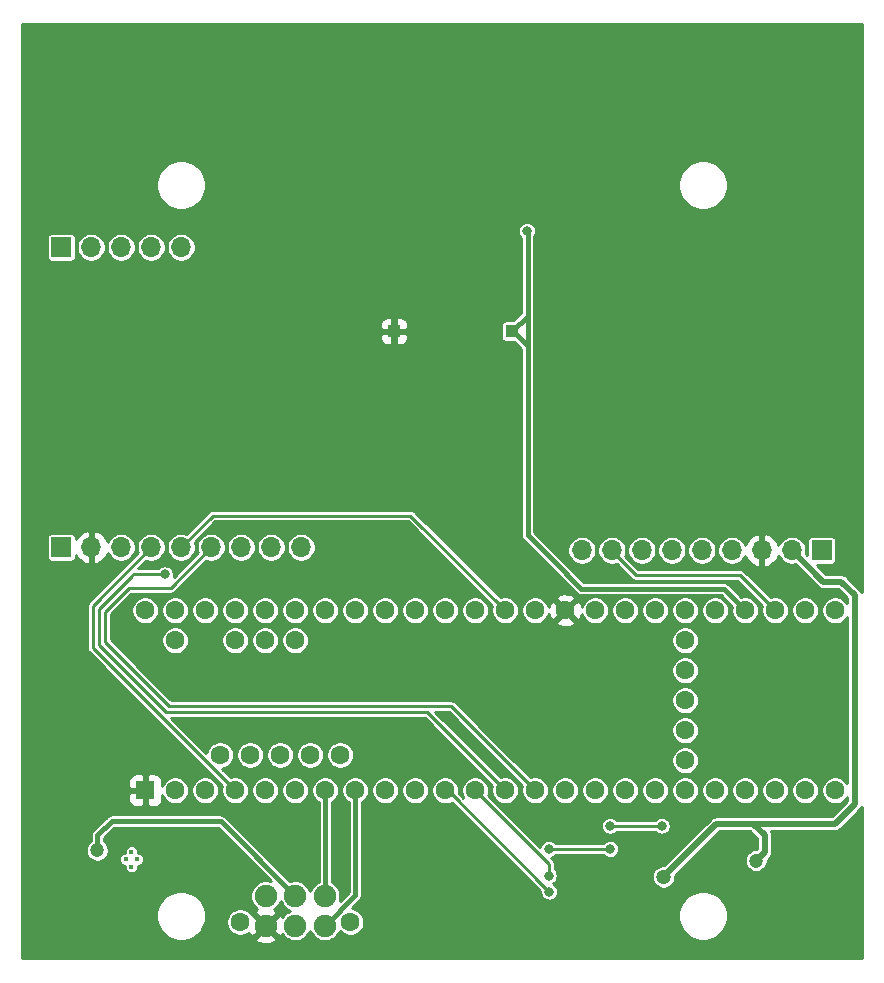
<source format=gbr>
%TF.GenerationSoftware,KiCad,Pcbnew,(5.1.7)-1*%
%TF.CreationDate,2021-04-25T20:46:05-04:00*%
%TF.ProjectId,rev2,72657632-2e6b-4696-9361-645f70636258,rev?*%
%TF.SameCoordinates,Original*%
%TF.FileFunction,Copper,L2,Bot*%
%TF.FilePolarity,Positive*%
%FSLAX46Y46*%
G04 Gerber Fmt 4.6, Leading zero omitted, Abs format (unit mm)*
G04 Created by KiCad (PCBNEW (5.1.7)-1) date 2021-04-25 20:46:05*
%MOMM*%
%LPD*%
G01*
G04 APERTURE LIST*
%TA.AperFunction,ComponentPad*%
%ADD10C,1.900000*%
%TD*%
%TA.AperFunction,ComponentPad*%
%ADD11C,1.600000*%
%TD*%
%TA.AperFunction,ComponentPad*%
%ADD12R,1.108000X1.108000*%
%TD*%
%TA.AperFunction,ComponentPad*%
%ADD13R,1.600000X1.600000*%
%TD*%
%TA.AperFunction,ComponentPad*%
%ADD14O,1.700000X1.700000*%
%TD*%
%TA.AperFunction,ComponentPad*%
%ADD15R,1.700000X1.700000*%
%TD*%
%TA.AperFunction,ComponentPad*%
%ADD16C,0.400000*%
%TD*%
%TA.AperFunction,ViaPad*%
%ADD17C,1.200000*%
%TD*%
%TA.AperFunction,ViaPad*%
%ADD18C,0.800000*%
%TD*%
%TA.AperFunction,Conductor*%
%ADD19C,0.550000*%
%TD*%
%TA.AperFunction,Conductor*%
%ADD20C,1.000000*%
%TD*%
%TA.AperFunction,Conductor*%
%ADD21C,0.250000*%
%TD*%
%TA.AperFunction,Conductor*%
%ADD22C,0.400000*%
%TD*%
%TA.AperFunction,Conductor*%
%ADD23C,0.240000*%
%TD*%
%TA.AperFunction,Conductor*%
%ADD24C,0.100000*%
%TD*%
G04 APERTURE END LIST*
D10*
%TO.P,J3,1*%
%TO.N,GND*%
X125650000Y-114065000D03*
%TO.P,J3,2*%
%TO.N,Net-(J3-Pad2)*%
X128150000Y-114065000D03*
%TO.P,J3,3*%
%TO.N,DROGUE_DEPLOY*%
X130650000Y-114065000D03*
%TO.P,J3,4*%
%TO.N,3.3VBMS*%
X125650000Y-111565000D03*
%TO.P,J3,5*%
%TO.N,3.3VBMS_Backup*%
X128150000Y-111565000D03*
%TO.P,J3,6*%
%TO.N,MAIN_DEPLOY*%
X130650000Y-111565000D03*
D11*
%TO.P,J3,7*%
%TO.N,N/C*%
X123480000Y-113775000D03*
%TO.P,J3,8*%
X132820000Y-113775000D03*
%TD*%
D12*
%TO.P,LS1,N*%
%TO.N,GND*%
X136500000Y-63750000D03*
%TO.P,LS1,P*%
%TO.N,BUZZER*%
X146500000Y-63750000D03*
%TD*%
D11*
%TO.P,U3,17*%
%TO.N,Net-(U3-Pad17)*%
X156083000Y-102616000D03*
%TO.P,U3,18*%
%TO.N,Net-(U3-Pad18)*%
X158623000Y-102616000D03*
%TO.P,U3,19*%
%TO.N,Net-(U3-Pad19)*%
X161163000Y-102616000D03*
%TO.P,U3,20*%
%TO.N,Net-(U3-Pad20)*%
X163703000Y-102616000D03*
%TO.P,U3,16*%
%TO.N,Net-(U3-Pad16)*%
X153543000Y-102616000D03*
%TO.P,U3,15*%
%TO.N,3.3V_TEENSY*%
X151003000Y-102616000D03*
%TO.P,U3,14*%
%TO.N,MISO_RFM9X*%
X148463000Y-102616000D03*
%TO.P,U3,21*%
%TO.N,INT1_MPL3115A2*%
X166243000Y-102616000D03*
%TO.P,U3,22*%
%TO.N,INT2_MPL3115A2*%
X168783000Y-102616000D03*
%TO.P,U3,23*%
%TO.N,Net-(U3-Pad23)*%
X171323000Y-102616000D03*
%TO.P,U3,24*%
%TO.N,Net-(U3-Pad24)*%
X173863000Y-102616000D03*
%TO.P,U3,25*%
%TO.N,Net-(U3-Pad25)*%
X161163000Y-100076000D03*
%TO.P,U3,26*%
%TO.N,Net-(U3-Pad26)*%
X161163000Y-97536000D03*
%TO.P,U3,27*%
%TO.N,Net-(U3-Pad27)*%
X161163000Y-94996000D03*
%TO.P,U3,28*%
%TO.N,Net-(U3-Pad28)*%
X161163000Y-92456000D03*
%TO.P,U3,29*%
%TO.N,Net-(U3-Pad29)*%
X161163000Y-89916000D03*
%TO.P,U3,30*%
%TO.N,RX*%
X173863000Y-87376000D03*
%TO.P,U3,31*%
%TO.N,TX*%
X171323000Y-87376000D03*
%TO.P,U3,32*%
%TO.N,ENABLE_GPS*%
X168783000Y-87376000D03*
%TO.P,U3,33*%
%TO.N,BUZZER*%
X166243000Y-87376000D03*
%TO.P,U3,34*%
%TO.N,LED1*%
X163703000Y-87376000D03*
%TO.P,U3,35*%
%TO.N,Net-(U3-Pad35)*%
X161163000Y-87376000D03*
%TO.P,U3,36*%
%TO.N,Net-(U3-Pad36)*%
X158623000Y-87376000D03*
%TO.P,U3,37*%
%TO.N,Net-(U3-Pad37)*%
X156083000Y-87376000D03*
%TO.P,U3,13*%
%TO.N,MOSI_RFM9X*%
X145923000Y-102616000D03*
%TO.P,U3,12*%
%TO.N,INT2_ADXL345*%
X143383000Y-102616000D03*
%TO.P,U3,11*%
%TO.N,INT1_ADXL345*%
X140843000Y-102616000D03*
%TO.P,U3,10*%
%TO.N,Net-(U3-Pad10)*%
X138303000Y-102616000D03*
%TO.P,U3,9*%
%TO.N,Net-(U3-Pad9)*%
X135763000Y-102616000D03*
%TO.P,U3,8*%
%TO.N,DROGUE_DEPLOY*%
X133223000Y-102616000D03*
%TO.P,U3,7*%
%TO.N,MAIN_DEPLOY*%
X130683000Y-102616000D03*
%TO.P,U3,6*%
%TO.N,Net-(U3-Pad6)*%
X128143000Y-102616000D03*
%TO.P,U3,5*%
%TO.N,Net-(U3-Pad5)*%
X125603000Y-102616000D03*
%TO.P,U3,4*%
%TO.N,G0_RFM9X*%
X123063000Y-102616000D03*
%TO.P,U3,3*%
%TO.N,Net-(U3-Pad3)*%
X120523000Y-102616000D03*
%TO.P,U3,2*%
%TO.N,Net-(U3-Pad2)*%
X117983000Y-102616000D03*
D13*
%TO.P,U3,1*%
%TO.N,GND*%
X115443000Y-102616000D03*
D11*
%TO.P,U3,38*%
%TO.N,Net-(U3-Pad38)*%
X153543000Y-87376000D03*
%TO.P,U3,39*%
%TO.N,GND*%
X151003000Y-87376000D03*
%TO.P,U3,40*%
%TO.N,Net-(U3-Pad40)*%
X148463000Y-87376000D03*
%TO.P,U3,41*%
%TO.N,SCK_RFM9X*%
X145923000Y-87376000D03*
%TO.P,U3,42*%
%TO.N,LED2*%
X143383000Y-87376000D03*
%TO.P,U3,43*%
%TO.N,LED3*%
X140843000Y-87376000D03*
%TO.P,U3,44*%
%TO.N,LED4*%
X138303000Y-87376000D03*
%TO.P,U3,45*%
%TO.N,SDA_TEENSY*%
X135763000Y-87376000D03*
%TO.P,U3,46*%
%TO.N,SCL_TEENSY*%
X133223000Y-87376000D03*
%TO.P,U3,47*%
%TO.N,Net-(U3-Pad47)*%
X130683000Y-87376000D03*
%TO.P,U3,48*%
%TO.N,Net-(U3-Pad48)*%
X128143000Y-87376000D03*
%TO.P,U3,49*%
%TO.N,RST_RFM9X*%
X125603000Y-87376000D03*
%TO.P,U3,50*%
%TO.N,CS_RFM9X*%
X123063000Y-87376000D03*
%TO.P,U3,51*%
%TO.N,3.3V_TEENSY*%
X120523000Y-87376000D03*
%TO.P,U3,52*%
%TO.N,Net-(U3-Pad52)*%
X117983000Y-87376000D03*
%TO.P,U3,53*%
%TO.N,BMS_to_Teensy*%
X115443000Y-87376000D03*
%TO.P,U3,54*%
%TO.N,Net-(U3-Pad54)*%
X117983000Y-89916000D03*
%TO.P,U3,55*%
%TO.N,Net-(U3-Pad55)*%
X123063000Y-89916000D03*
%TO.P,U3,56*%
%TO.N,Net-(U3-Pad56)*%
X125603000Y-89916000D03*
%TO.P,U3,57*%
%TO.N,Net-(U3-Pad57)*%
X128143000Y-89916000D03*
%TO.P,U3,58*%
%TO.N,N/C*%
X121793000Y-99616000D03*
%TO.P,U3,59*%
X124333000Y-99616000D03*
%TO.P,U3,60*%
X126873000Y-99616000D03*
%TO.P,U3,61*%
X129413000Y-99616000D03*
%TO.P,U3,62*%
X131953000Y-99616000D03*
%TD*%
D14*
%TO.P,J2,5*%
%TO.N,SCK_RFM9X*%
X118491000Y-82042000D03*
%TO.P,J2,6*%
%TO.N,G0_RFM9X*%
X115951000Y-82042000D03*
%TO.P,J2,7*%
%TO.N,Net-(J2-Pad7)*%
X113411000Y-82042000D03*
%TO.P,J2,8*%
%TO.N,GND*%
X110871000Y-82042000D03*
D15*
%TO.P,J2,9*%
%TO.N,3.3V_TEENSY*%
X108331000Y-82042000D03*
D14*
%TO.P,J2,4*%
%TO.N,MISO_RFM9X*%
X121031000Y-82042000D03*
%TO.P,J2,3*%
%TO.N,MOSI_RFM9X*%
X123571000Y-82042000D03*
%TO.P,J2,2*%
%TO.N,CS_RFM9X*%
X126111000Y-82042000D03*
%TO.P,J2,1*%
%TO.N,RST_RFM9X*%
X128651000Y-82042000D03*
D15*
%TO.P,J2,10*%
%TO.N,Net-(J2-Pad10)*%
X108331000Y-56642000D03*
D14*
%TO.P,J2,11*%
%TO.N,Net-(J2-Pad11)*%
X110871000Y-56642000D03*
%TO.P,J2,12*%
%TO.N,Net-(J2-Pad12)*%
X113411000Y-56642000D03*
%TO.P,J2,13*%
%TO.N,Net-(J2-Pad13)*%
X115951000Y-56642000D03*
%TO.P,J2,14*%
%TO.N,Net-(J2-Pad14)*%
X118491000Y-56642000D03*
%TD*%
%TO.P,J1,9*%
%TO.N,Net-(J1-Pad9)*%
X152400000Y-82296000D03*
%TO.P,J1,8*%
%TO.N,ENABLE_GPS*%
X154940000Y-82296000D03*
%TO.P,J1,7*%
%TO.N,Net-(J1-Pad7)*%
X157480000Y-82296000D03*
%TO.P,J1,6*%
%TO.N,FIX*%
X160020000Y-82296000D03*
%TO.P,J1,5*%
%TO.N,TX*%
X162560000Y-82296000D03*
%TO.P,J1,4*%
%TO.N,RX*%
X165100000Y-82296000D03*
%TO.P,J1,3*%
%TO.N,GND*%
X167640000Y-82296000D03*
%TO.P,J1,2*%
%TO.N,3.3V_TEENSY*%
X170180000Y-82296000D03*
D15*
%TO.P,J1,1*%
%TO.N,PPS*%
X172720000Y-82296000D03*
%TD*%
D16*
%TO.P,U7,10*%
%TO.N,N/C*%
X114277140Y-109080460D03*
%TO.P,U7,11*%
X113777140Y-108455460D03*
%TO.P,U7,12*%
X114777140Y-108455460D03*
%TO.P,U7,13*%
X114277140Y-107830460D03*
%TD*%
D17*
%TO.N,GND*%
X151536400Y-113893600D03*
X150622000Y-108813600D03*
D18*
X143611600Y-108915200D03*
X142138400Y-108915200D03*
X140665200Y-108915200D03*
D17*
X126000000Y-106000000D03*
X129000000Y-106000000D03*
X136000000Y-106000000D03*
X148000000Y-115000000D03*
X145000000Y-115000000D03*
X142000000Y-115000000D03*
X139000000Y-115000000D03*
X136000000Y-115000000D03*
X136000000Y-112000000D03*
X136000000Y-109000000D03*
X132000000Y-106000000D03*
X142000000Y-106000000D03*
X139000000Y-106000000D03*
X108000000Y-114000000D03*
X111000000Y-114000000D03*
X114000000Y-114000000D03*
X112000000Y-102000000D03*
X111000000Y-99000000D03*
X111000000Y-96000000D03*
X107000000Y-92000000D03*
X107000000Y-89000000D03*
X174500000Y-107000000D03*
X174500000Y-110000000D03*
X174500000Y-113000000D03*
X172000000Y-115500000D03*
X169000000Y-115500000D03*
X165500000Y-115500000D03*
X134000000Y-72000000D03*
X132000000Y-70000000D03*
X132000000Y-67000000D03*
X132000000Y-64000000D03*
X132000000Y-61000000D03*
X132000000Y-58000000D03*
X134000000Y-56000000D03*
X150000000Y-58000000D03*
X150000000Y-61000000D03*
X150000000Y-64000000D03*
X150000000Y-67000000D03*
X150000000Y-70000000D03*
D18*
%TO.N,SDA_TEENSY*%
X154813000Y-107569000D03*
X149606000Y-107569000D03*
%TO.N,SCL_TEENSY*%
X159156400Y-105613200D03*
X154787600Y-105613200D03*
%TO.N,INT2_ADXL345*%
X149606000Y-109829600D03*
%TO.N,INT1_ADXL345*%
X149656800Y-111201200D03*
%TO.N,MOSI_RFM9X*%
X117094000Y-84328000D03*
D17*
%TO.N,3.3V_TEENSY*%
X159308800Y-109931200D03*
X167157400Y-108559600D03*
X159349440Y-109971840D03*
%TO.N,3.3VBMS_Backup*%
X111389160Y-107690920D03*
D18*
%TO.N,BUZZER*%
X147750000Y-55250000D03*
%TD*%
D19*
%TO.N,GND*%
X151536400Y-109728000D02*
X151536400Y-113893600D01*
D20*
X150622000Y-108813600D02*
X151536400Y-109728000D01*
X151536400Y-109728000D02*
X151536400Y-113893600D01*
X140665200Y-108915200D02*
X142138400Y-108915200D01*
D21*
X129000000Y-106000000D02*
X126000000Y-106000000D01*
X136000000Y-106000000D02*
X136000000Y-109000000D01*
X136000000Y-112000000D02*
X136000000Y-115000000D01*
X148000000Y-115000000D02*
X145000000Y-115000000D01*
X142000000Y-115000000D02*
X139000000Y-115000000D01*
X136000000Y-106000000D02*
X139000000Y-106000000D01*
X125650000Y-114065000D02*
X125650000Y-114350000D01*
X111000000Y-114000000D02*
X108000000Y-114000000D01*
X116000000Y-116000000D02*
X114000000Y-114000000D01*
X124000000Y-116000000D02*
X116000000Y-116000000D01*
X125650000Y-114350000D02*
X124000000Y-116000000D01*
X112000000Y-102000000D02*
X111000000Y-101000000D01*
X111000000Y-101000000D02*
X111000000Y-99000000D01*
X111000000Y-96000000D02*
X107000000Y-92000000D01*
X174500000Y-110000000D02*
X174500000Y-107000000D01*
X172000000Y-115500000D02*
X174500000Y-113000000D01*
X165500000Y-115500000D02*
X169000000Y-115500000D01*
X132000000Y-67000000D02*
X132000000Y-70000000D01*
X132000000Y-61000000D02*
X132000000Y-64000000D01*
X134000000Y-56000000D02*
X132000000Y-58000000D01*
X150000000Y-64000000D02*
X150000000Y-61000000D01*
X150000000Y-70000000D02*
X150000000Y-67000000D01*
%TO.N,SDA_TEENSY*%
X154686000Y-107569000D02*
X154813000Y-107569000D01*
X149606000Y-107569000D02*
X151511000Y-107569000D01*
X151511000Y-107569000D02*
X154686000Y-107569000D01*
%TO.N,SCL_TEENSY*%
X154787600Y-105613200D02*
X159156400Y-105613200D01*
%TO.N,ENABLE_GPS*%
X154940000Y-82296000D02*
X154940000Y-82346800D01*
X165785800Y-84378800D02*
X168783000Y-87376000D01*
X156972000Y-84378800D02*
X165785800Y-84378800D01*
X154940000Y-82346800D02*
X156972000Y-84378800D01*
%TO.N,INT2_ADXL345*%
X149606000Y-108839000D02*
X143383000Y-102616000D01*
X149606000Y-109829600D02*
X149606000Y-108839000D01*
%TO.N,INT1_ADXL345*%
X141071600Y-102616000D02*
X140843000Y-102616000D01*
X149656800Y-111201200D02*
X141071600Y-102616000D01*
%TO.N,SCK_RFM9X*%
X118491000Y-82042000D02*
X118491000Y-82016600D01*
X137896600Y-79349600D02*
X145923000Y-87376000D01*
X121158000Y-79349600D02*
X137896600Y-79349600D01*
X118491000Y-82016600D02*
X121158000Y-79349600D01*
%TO.N,G0_RFM9X*%
X115951000Y-82042000D02*
X110998000Y-86995000D01*
X110998000Y-90551000D02*
X123063000Y-102616000D01*
X110998000Y-86995000D02*
X110998000Y-90551000D01*
%TO.N,MISO_RFM9X*%
X141351000Y-95504000D02*
X148463000Y-102616000D01*
X117475000Y-95504000D02*
X141351000Y-95504000D01*
X112014000Y-90043000D02*
X117475000Y-95504000D01*
X112014000Y-87503000D02*
X112014000Y-90043000D01*
X114046000Y-85471000D02*
X112014000Y-87503000D01*
X117602000Y-85471000D02*
X114046000Y-85471000D01*
X121031000Y-82042000D02*
X117602000Y-85471000D01*
%TO.N,MOSI_RFM9X*%
X145923000Y-102616000D02*
X139319000Y-96012000D01*
X114427000Y-84328000D02*
X114300000Y-84455000D01*
X114300000Y-84455000D02*
X111506000Y-87249000D01*
X111506000Y-87249000D02*
X111506000Y-90297000D01*
X111506000Y-90297000D02*
X117221000Y-96012000D01*
X117221000Y-96012000D02*
X139319000Y-96012000D01*
X114427000Y-84328000D02*
X117094000Y-84328000D01*
D19*
%TO.N,3.3V_TEENSY*%
X163799520Y-105440480D02*
X159308800Y-109931200D01*
X166888160Y-105440480D02*
X166878000Y-105440480D01*
X166878000Y-105440480D02*
X163799520Y-105440480D01*
X167883840Y-106436160D02*
X166888160Y-105440480D01*
X167883840Y-107833160D02*
X167883840Y-106436160D01*
X167157400Y-108559600D02*
X167883840Y-107833160D01*
X166878000Y-105440480D02*
X173832520Y-105440480D01*
X172847000Y-84963000D02*
X170180000Y-82296000D01*
X174371000Y-84963000D02*
X172847000Y-84963000D01*
X175514000Y-86106000D02*
X174371000Y-84963000D01*
X175514000Y-103759000D02*
X175514000Y-86106000D01*
X173832520Y-105440480D02*
X175514000Y-103759000D01*
D22*
%TO.N,MAIN_DEPLOY*%
X130683000Y-102616000D02*
X130683000Y-111532000D01*
X130683000Y-111532000D02*
X130650000Y-111565000D01*
D21*
%TO.N,DROGUE_DEPLOY*%
X133223000Y-102895400D02*
X133223000Y-102616000D01*
D22*
X133223000Y-102616000D02*
X133223000Y-111492000D01*
X133223000Y-111492000D02*
X130650000Y-114065000D01*
%TO.N,3.3VBMS_Backup*%
X111389160Y-107690920D02*
X111328200Y-107629960D01*
X111389160Y-106441240D02*
X112600000Y-105230400D01*
X112600000Y-105230400D02*
X112567720Y-105262680D01*
X112567720Y-105262680D02*
X112562640Y-105267760D01*
X111389160Y-107690920D02*
X111389160Y-106441240D01*
X128150000Y-111565000D02*
X121899680Y-105314680D01*
X121815400Y-105230400D02*
X121899680Y-105314680D01*
X121815400Y-105230400D02*
X112600000Y-105230400D01*
%TO.N,BUZZER*%
X166243000Y-87376000D02*
X164411000Y-85544000D01*
X147809600Y-62500000D02*
X147809600Y-60553600D01*
X147809600Y-60553600D02*
X147809600Y-55309600D01*
X147809600Y-55309600D02*
X147750000Y-55250000D01*
X152346000Y-85544000D02*
X149860000Y-83058000D01*
X164411000Y-85544000D02*
X152346000Y-85544000D01*
X147809600Y-81007600D02*
X147809600Y-65000000D01*
X147809600Y-65000000D02*
X147809600Y-62500000D01*
X147809600Y-81007600D02*
X149860000Y-83058000D01*
X146500000Y-63750000D02*
X146559600Y-63750000D01*
X146559600Y-63750000D02*
X147809600Y-65000000D01*
X146500000Y-63750000D02*
X147809600Y-62440400D01*
X147750000Y-62500000D02*
X147809600Y-62500000D01*
X147809600Y-62440400D02*
X147750000Y-62500000D01*
D21*
%TO.N,Net-(U3-Pad9)*%
X135697000Y-102682000D02*
X135763000Y-102616000D01*
%TD*%
D23*
%TO.N,GND*%
X176108840Y-85850594D02*
X176083840Y-85803823D01*
X176052892Y-85745923D01*
X175992484Y-85672316D01*
X175992482Y-85672314D01*
X175972290Y-85647710D01*
X175947686Y-85627518D01*
X174849486Y-84529319D01*
X174829290Y-84504710D01*
X174731076Y-84424108D01*
X174619025Y-84364215D01*
X174497442Y-84327333D01*
X174402679Y-84318000D01*
X174402669Y-84318000D01*
X174371000Y-84314881D01*
X174339331Y-84318000D01*
X173114168Y-84318000D01*
X172313958Y-83517790D01*
X173570000Y-83517790D01*
X173642533Y-83510646D01*
X173712278Y-83489489D01*
X173776555Y-83455132D01*
X173832895Y-83408895D01*
X173879132Y-83352555D01*
X173913489Y-83288278D01*
X173934646Y-83218533D01*
X173941790Y-83146000D01*
X173941790Y-81446000D01*
X173934646Y-81373467D01*
X173913489Y-81303722D01*
X173879132Y-81239445D01*
X173832895Y-81183105D01*
X173776555Y-81136868D01*
X173712278Y-81102511D01*
X173642533Y-81081354D01*
X173570000Y-81074210D01*
X171870000Y-81074210D01*
X171797467Y-81081354D01*
X171727722Y-81102511D01*
X171663445Y-81136868D01*
X171607105Y-81183105D01*
X171560868Y-81239445D01*
X171526511Y-81303722D01*
X171505354Y-81373467D01*
X171498210Y-81446000D01*
X171498210Y-82702043D01*
X171368863Y-82572696D01*
X171400000Y-82416160D01*
X171400000Y-82175840D01*
X171353116Y-81940139D01*
X171261150Y-81718113D01*
X171127636Y-81518295D01*
X170957705Y-81348364D01*
X170757887Y-81214850D01*
X170535861Y-81122884D01*
X170300160Y-81076000D01*
X170059840Y-81076000D01*
X169824139Y-81122884D01*
X169602113Y-81214850D01*
X169402295Y-81348364D01*
X169232364Y-81518295D01*
X169098850Y-81718113D01*
X169043444Y-81851876D01*
X168974561Y-81660826D01*
X168825001Y-81412671D01*
X168629903Y-81198462D01*
X168396763Y-81026430D01*
X168134541Y-80903187D01*
X168002608Y-80863171D01*
X167774000Y-80981814D01*
X167774000Y-82162000D01*
X167794000Y-82162000D01*
X167794000Y-82430000D01*
X167774000Y-82430000D01*
X167774000Y-83610186D01*
X168002608Y-83728829D01*
X168134541Y-83688813D01*
X168396763Y-83565570D01*
X168629903Y-83393538D01*
X168825001Y-83179329D01*
X168974561Y-82931174D01*
X169043444Y-82740124D01*
X169098850Y-82873887D01*
X169232364Y-83073705D01*
X169402295Y-83243636D01*
X169602113Y-83377150D01*
X169824139Y-83469116D01*
X170059840Y-83516000D01*
X170300160Y-83516000D01*
X170456696Y-83484863D01*
X172368518Y-85396686D01*
X172388710Y-85421290D01*
X172413314Y-85441482D01*
X172413316Y-85441484D01*
X172486923Y-85501892D01*
X172565702Y-85544000D01*
X172598975Y-85561785D01*
X172720558Y-85598667D01*
X172815321Y-85608000D01*
X172815324Y-85608000D01*
X172847000Y-85611120D01*
X172878676Y-85608000D01*
X174103833Y-85608000D01*
X174869001Y-86373169D01*
X174869001Y-86775643D01*
X174771798Y-86630169D01*
X174608831Y-86467202D01*
X174417203Y-86339160D01*
X174204276Y-86250963D01*
X173978235Y-86206000D01*
X173747765Y-86206000D01*
X173521724Y-86250963D01*
X173308797Y-86339160D01*
X173117169Y-86467202D01*
X172954202Y-86630169D01*
X172826160Y-86821797D01*
X172737963Y-87034724D01*
X172693000Y-87260765D01*
X172693000Y-87491235D01*
X172737963Y-87717276D01*
X172826160Y-87930203D01*
X172954202Y-88121831D01*
X173117169Y-88284798D01*
X173308797Y-88412840D01*
X173521724Y-88501037D01*
X173747765Y-88546000D01*
X173978235Y-88546000D01*
X174204276Y-88501037D01*
X174417203Y-88412840D01*
X174608831Y-88284798D01*
X174771798Y-88121831D01*
X174869001Y-87976357D01*
X174869000Y-102015642D01*
X174771798Y-101870169D01*
X174608831Y-101707202D01*
X174417203Y-101579160D01*
X174204276Y-101490963D01*
X173978235Y-101446000D01*
X173747765Y-101446000D01*
X173521724Y-101490963D01*
X173308797Y-101579160D01*
X173117169Y-101707202D01*
X172954202Y-101870169D01*
X172826160Y-102061797D01*
X172737963Y-102274724D01*
X172693000Y-102500765D01*
X172693000Y-102731235D01*
X172737963Y-102957276D01*
X172826160Y-103170203D01*
X172954202Y-103361831D01*
X173117169Y-103524798D01*
X173308797Y-103652840D01*
X173521724Y-103741037D01*
X173747765Y-103786000D01*
X173978235Y-103786000D01*
X174204276Y-103741037D01*
X174417203Y-103652840D01*
X174608831Y-103524798D01*
X174771798Y-103361831D01*
X174869000Y-103216358D01*
X174869000Y-103491832D01*
X173565353Y-104795480D01*
X166919829Y-104795480D01*
X166888160Y-104792361D01*
X166856491Y-104795480D01*
X163831188Y-104795480D01*
X163799519Y-104792361D01*
X163767850Y-104795480D01*
X163767841Y-104795480D01*
X163673078Y-104804813D01*
X163562192Y-104838450D01*
X163551495Y-104841695D01*
X163439443Y-104901588D01*
X163365836Y-104961996D01*
X163365834Y-104961998D01*
X163341230Y-104982190D01*
X163321038Y-105006794D01*
X159366633Y-108961200D01*
X159213263Y-108961200D01*
X159025862Y-108998477D01*
X158849333Y-109071598D01*
X158690461Y-109177752D01*
X158555352Y-109312861D01*
X158449198Y-109471733D01*
X158376077Y-109648262D01*
X158338800Y-109835663D01*
X158338800Y-110026737D01*
X158376077Y-110214138D01*
X158449198Y-110390667D01*
X158555352Y-110549539D01*
X158731101Y-110725288D01*
X158889973Y-110831442D01*
X159066502Y-110904563D01*
X159253903Y-110941840D01*
X159444977Y-110941840D01*
X159632378Y-110904563D01*
X159808907Y-110831442D01*
X159967779Y-110725288D01*
X160102888Y-110590179D01*
X160209042Y-110431307D01*
X160282163Y-110254778D01*
X160319440Y-110067377D01*
X160319440Y-109876303D01*
X160312210Y-109839957D01*
X164066688Y-106085480D01*
X166620993Y-106085480D01*
X167238841Y-106703329D01*
X167238840Y-107565992D01*
X167215232Y-107589600D01*
X167061863Y-107589600D01*
X166874462Y-107626877D01*
X166697933Y-107699998D01*
X166539061Y-107806152D01*
X166403952Y-107941261D01*
X166297798Y-108100133D01*
X166224677Y-108276662D01*
X166187400Y-108464063D01*
X166187400Y-108655137D01*
X166224677Y-108842538D01*
X166297798Y-109019067D01*
X166403952Y-109177939D01*
X166539061Y-109313048D01*
X166697933Y-109419202D01*
X166874462Y-109492323D01*
X167061863Y-109529600D01*
X167252937Y-109529600D01*
X167440338Y-109492323D01*
X167616867Y-109419202D01*
X167775739Y-109313048D01*
X167910848Y-109177939D01*
X168017002Y-109019067D01*
X168090123Y-108842538D01*
X168127400Y-108655137D01*
X168127400Y-108501768D01*
X168317527Y-108311641D01*
X168342130Y-108291450D01*
X168364923Y-108263677D01*
X168422732Y-108193237D01*
X168458715Y-108125917D01*
X168482625Y-108081185D01*
X168519507Y-107959602D01*
X168528840Y-107864839D01*
X168528840Y-107864830D01*
X168531959Y-107833161D01*
X168528840Y-107801492D01*
X168528840Y-106467828D01*
X168531959Y-106436159D01*
X168528840Y-106404490D01*
X168528840Y-106404481D01*
X168519507Y-106309718D01*
X168482625Y-106188135D01*
X168436070Y-106101038D01*
X168427755Y-106085480D01*
X173800851Y-106085480D01*
X173832520Y-106088599D01*
X173864189Y-106085480D01*
X173864199Y-106085480D01*
X173958962Y-106076147D01*
X174080545Y-106039265D01*
X174192596Y-105979372D01*
X174290810Y-105898770D01*
X174311006Y-105874161D01*
X175947687Y-104237481D01*
X175972290Y-104217290D01*
X175992484Y-104192684D01*
X176052892Y-104119077D01*
X176108840Y-104014406D01*
X176108840Y-116826961D01*
X105048841Y-116826961D01*
X105048841Y-113020306D01*
X116373299Y-113020306D01*
X116373299Y-113436280D01*
X116454451Y-113844263D01*
X116613638Y-114228573D01*
X116844741Y-114574444D01*
X117138880Y-114868583D01*
X117484751Y-115099686D01*
X117869061Y-115258873D01*
X118277044Y-115340025D01*
X118693018Y-115340025D01*
X119101001Y-115258873D01*
X119326432Y-115165496D01*
X124739008Y-115165496D01*
X124829729Y-115421980D01*
X125110224Y-115555933D01*
X125411462Y-115632590D01*
X125721868Y-115649005D01*
X126029511Y-115604549D01*
X126322570Y-115500928D01*
X126470271Y-115421980D01*
X126560992Y-115165496D01*
X125650000Y-114254505D01*
X124739008Y-115165496D01*
X119326432Y-115165496D01*
X119485311Y-115099686D01*
X119831182Y-114868583D01*
X120125321Y-114574444D01*
X120356424Y-114228573D01*
X120515611Y-113844263D01*
X120552309Y-113659765D01*
X122310000Y-113659765D01*
X122310000Y-113890235D01*
X122354963Y-114116276D01*
X122443160Y-114329203D01*
X122571202Y-114520831D01*
X122734169Y-114683798D01*
X122925797Y-114811840D01*
X123138724Y-114900037D01*
X123364765Y-114945000D01*
X123595235Y-114945000D01*
X123821276Y-114900037D01*
X124034203Y-114811840D01*
X124200940Y-114700430D01*
X124214072Y-114737570D01*
X124293020Y-114885271D01*
X124549504Y-114975992D01*
X125460495Y-114065000D01*
X124549504Y-113154008D01*
X124486988Y-113176121D01*
X124388798Y-113029169D01*
X124225831Y-112866202D01*
X124034203Y-112738160D01*
X123821276Y-112649963D01*
X123595235Y-112605000D01*
X123364765Y-112605000D01*
X123138724Y-112649963D01*
X122925797Y-112738160D01*
X122734169Y-112866202D01*
X122571202Y-113029169D01*
X122443160Y-113220797D01*
X122354963Y-113433724D01*
X122310000Y-113659765D01*
X120552309Y-113659765D01*
X120596763Y-113436280D01*
X120596763Y-113020306D01*
X120515611Y-112612323D01*
X120356424Y-112228013D01*
X120125321Y-111882142D01*
X119831182Y-111588003D01*
X119485311Y-111356900D01*
X119101001Y-111197713D01*
X118693018Y-111116561D01*
X118277044Y-111116561D01*
X117869061Y-111197713D01*
X117484751Y-111356900D01*
X117138880Y-111588003D01*
X116844741Y-111882142D01*
X116613638Y-112228013D01*
X116454451Y-112612323D01*
X116373299Y-113020306D01*
X105048841Y-113020306D01*
X105048841Y-107595383D01*
X110419160Y-107595383D01*
X110419160Y-107786457D01*
X110456437Y-107973858D01*
X110529558Y-108150387D01*
X110635712Y-108309259D01*
X110770821Y-108444368D01*
X110929693Y-108550522D01*
X111106222Y-108623643D01*
X111293623Y-108660920D01*
X111484697Y-108660920D01*
X111672098Y-108623643D01*
X111848627Y-108550522D01*
X112007499Y-108444368D01*
X112052547Y-108399320D01*
X113207140Y-108399320D01*
X113207140Y-108511600D01*
X113229045Y-108621723D01*
X113272013Y-108725456D01*
X113334392Y-108818814D01*
X113413786Y-108898208D01*
X113507144Y-108960587D01*
X113610877Y-109003555D01*
X113707449Y-109022765D01*
X113707140Y-109024320D01*
X113707140Y-109136600D01*
X113729045Y-109246723D01*
X113772013Y-109350456D01*
X113834392Y-109443814D01*
X113913786Y-109523208D01*
X114007144Y-109585587D01*
X114110877Y-109628555D01*
X114221000Y-109650460D01*
X114333280Y-109650460D01*
X114443403Y-109628555D01*
X114547136Y-109585587D01*
X114640494Y-109523208D01*
X114719888Y-109443814D01*
X114782267Y-109350456D01*
X114825235Y-109246723D01*
X114847140Y-109136600D01*
X114847140Y-109024320D01*
X114846831Y-109022765D01*
X114943403Y-109003555D01*
X115047136Y-108960587D01*
X115140494Y-108898208D01*
X115219888Y-108818814D01*
X115282267Y-108725456D01*
X115325235Y-108621723D01*
X115347140Y-108511600D01*
X115347140Y-108399320D01*
X115325235Y-108289197D01*
X115282267Y-108185464D01*
X115219888Y-108092106D01*
X115140494Y-108012712D01*
X115047136Y-107950333D01*
X114943403Y-107907365D01*
X114846831Y-107888155D01*
X114847140Y-107886600D01*
X114847140Y-107774320D01*
X114825235Y-107664197D01*
X114782267Y-107560464D01*
X114719888Y-107467106D01*
X114640494Y-107387712D01*
X114547136Y-107325333D01*
X114443403Y-107282365D01*
X114333280Y-107260460D01*
X114221000Y-107260460D01*
X114110877Y-107282365D01*
X114007144Y-107325333D01*
X113913786Y-107387712D01*
X113834392Y-107467106D01*
X113772013Y-107560464D01*
X113729045Y-107664197D01*
X113707140Y-107774320D01*
X113707140Y-107886600D01*
X113707449Y-107888155D01*
X113610877Y-107907365D01*
X113507144Y-107950333D01*
X113413786Y-108012712D01*
X113334392Y-108092106D01*
X113272013Y-108185464D01*
X113229045Y-108289197D01*
X113207140Y-108399320D01*
X112052547Y-108399320D01*
X112142608Y-108309259D01*
X112248762Y-108150387D01*
X112321883Y-107973858D01*
X112359160Y-107786457D01*
X112359160Y-107595383D01*
X112321883Y-107407982D01*
X112248762Y-107231453D01*
X112142608Y-107072581D01*
X112007499Y-106937472D01*
X111959160Y-106905173D01*
X111959160Y-106677340D01*
X112836102Y-105800400D01*
X121579300Y-105800400D01*
X126102624Y-110323725D01*
X126035030Y-110295727D01*
X125780009Y-110245000D01*
X125519991Y-110245000D01*
X125264970Y-110295727D01*
X125024745Y-110395231D01*
X124808549Y-110539689D01*
X124624689Y-110723549D01*
X124480231Y-110939745D01*
X124380727Y-111179970D01*
X124330000Y-111434991D01*
X124330000Y-111695009D01*
X124380727Y-111950030D01*
X124480231Y-112190255D01*
X124624689Y-112406451D01*
X124808549Y-112590311D01*
X124915833Y-112661996D01*
X124829729Y-112708020D01*
X124739008Y-112964504D01*
X125650000Y-113875495D01*
X126560992Y-112964504D01*
X126470271Y-112708020D01*
X126379887Y-112664856D01*
X126491451Y-112590311D01*
X126675311Y-112406451D01*
X126819769Y-112190255D01*
X126900000Y-111996559D01*
X126980231Y-112190255D01*
X127124689Y-112406451D01*
X127308549Y-112590311D01*
X127524745Y-112734769D01*
X127718441Y-112815000D01*
X127524745Y-112895231D01*
X127308549Y-113039689D01*
X127124689Y-113223549D01*
X127053004Y-113330833D01*
X127006980Y-113244729D01*
X126750496Y-113154008D01*
X125839505Y-114065000D01*
X126750496Y-114975992D01*
X127006980Y-114885271D01*
X127050144Y-114794887D01*
X127124689Y-114906451D01*
X127308549Y-115090311D01*
X127524745Y-115234769D01*
X127764970Y-115334273D01*
X128019991Y-115385000D01*
X128280009Y-115385000D01*
X128535030Y-115334273D01*
X128775255Y-115234769D01*
X128991451Y-115090311D01*
X129175311Y-114906451D01*
X129319769Y-114690255D01*
X129400000Y-114496559D01*
X129480231Y-114690255D01*
X129624689Y-114906451D01*
X129808549Y-115090311D01*
X130024745Y-115234769D01*
X130264970Y-115334273D01*
X130519991Y-115385000D01*
X130780009Y-115385000D01*
X131035030Y-115334273D01*
X131275255Y-115234769D01*
X131491451Y-115090311D01*
X131675311Y-114906451D01*
X131819769Y-114690255D01*
X131898081Y-114501193D01*
X131911202Y-114520831D01*
X132074169Y-114683798D01*
X132265797Y-114811840D01*
X132478724Y-114900037D01*
X132704765Y-114945000D01*
X132935235Y-114945000D01*
X133161276Y-114900037D01*
X133374203Y-114811840D01*
X133565831Y-114683798D01*
X133728798Y-114520831D01*
X133856840Y-114329203D01*
X133945037Y-114116276D01*
X133990000Y-113890235D01*
X133990000Y-113659765D01*
X133945037Y-113433724D01*
X133856840Y-113220797D01*
X133728798Y-113029169D01*
X133719935Y-113020306D01*
X160561298Y-113020306D01*
X160561298Y-113436280D01*
X160642450Y-113844263D01*
X160801637Y-114228573D01*
X161032740Y-114574444D01*
X161326879Y-114868583D01*
X161672750Y-115099686D01*
X162057060Y-115258873D01*
X162465043Y-115340025D01*
X162881017Y-115340025D01*
X163289000Y-115258873D01*
X163673310Y-115099686D01*
X164019181Y-114868583D01*
X164313320Y-114574444D01*
X164544423Y-114228573D01*
X164703610Y-113844263D01*
X164784762Y-113436280D01*
X164784762Y-113020306D01*
X164703610Y-112612323D01*
X164544423Y-112228013D01*
X164313320Y-111882142D01*
X164019181Y-111588003D01*
X163673310Y-111356900D01*
X163289000Y-111197713D01*
X162881017Y-111116561D01*
X162465043Y-111116561D01*
X162057060Y-111197713D01*
X161672750Y-111356900D01*
X161326879Y-111588003D01*
X161032740Y-111882142D01*
X160801637Y-112228013D01*
X160642450Y-112612323D01*
X160561298Y-113020306D01*
X133719935Y-113020306D01*
X133565831Y-112866202D01*
X133374203Y-112738160D01*
X133161276Y-112649963D01*
X132935235Y-112605000D01*
X132916101Y-112605000D01*
X133606261Y-111914841D01*
X133628000Y-111897000D01*
X133645841Y-111875261D01*
X133645844Y-111875258D01*
X133699229Y-111810208D01*
X133752158Y-111711185D01*
X133784752Y-111603739D01*
X133793000Y-111519993D01*
X133793000Y-111519984D01*
X133795756Y-111492001D01*
X133793000Y-111464018D01*
X133793000Y-103642285D01*
X133968831Y-103524798D01*
X134131798Y-103361831D01*
X134259840Y-103170203D01*
X134348037Y-102957276D01*
X134393000Y-102731235D01*
X134393000Y-102500765D01*
X134593000Y-102500765D01*
X134593000Y-102731235D01*
X134637963Y-102957276D01*
X134726160Y-103170203D01*
X134854202Y-103361831D01*
X135017169Y-103524798D01*
X135208797Y-103652840D01*
X135421724Y-103741037D01*
X135647765Y-103786000D01*
X135878235Y-103786000D01*
X136104276Y-103741037D01*
X136317203Y-103652840D01*
X136508831Y-103524798D01*
X136671798Y-103361831D01*
X136799840Y-103170203D01*
X136888037Y-102957276D01*
X136933000Y-102731235D01*
X136933000Y-102500765D01*
X137133000Y-102500765D01*
X137133000Y-102731235D01*
X137177963Y-102957276D01*
X137266160Y-103170203D01*
X137394202Y-103361831D01*
X137557169Y-103524798D01*
X137748797Y-103652840D01*
X137961724Y-103741037D01*
X138187765Y-103786000D01*
X138418235Y-103786000D01*
X138644276Y-103741037D01*
X138857203Y-103652840D01*
X139048831Y-103524798D01*
X139211798Y-103361831D01*
X139339840Y-103170203D01*
X139428037Y-102957276D01*
X139473000Y-102731235D01*
X139473000Y-102500765D01*
X139673000Y-102500765D01*
X139673000Y-102731235D01*
X139717963Y-102957276D01*
X139806160Y-103170203D01*
X139934202Y-103361831D01*
X140097169Y-103524798D01*
X140288797Y-103652840D01*
X140501724Y-103741037D01*
X140727765Y-103786000D01*
X140958235Y-103786000D01*
X141184276Y-103741037D01*
X141397203Y-103652840D01*
X141403918Y-103648353D01*
X148886800Y-111131236D01*
X148886800Y-111277038D01*
X148916390Y-111425801D01*
X148974435Y-111565932D01*
X149058702Y-111692047D01*
X149165953Y-111799298D01*
X149292068Y-111883565D01*
X149432199Y-111941610D01*
X149580962Y-111971200D01*
X149732638Y-111971200D01*
X149881401Y-111941610D01*
X150021532Y-111883565D01*
X150147647Y-111799298D01*
X150254898Y-111692047D01*
X150339165Y-111565932D01*
X150397210Y-111425801D01*
X150426800Y-111277038D01*
X150426800Y-111125362D01*
X150397210Y-110976599D01*
X150339165Y-110836468D01*
X150254898Y-110710353D01*
X150147647Y-110603102D01*
X150021532Y-110518835D01*
X149983826Y-110503216D01*
X150096847Y-110427698D01*
X150204098Y-110320447D01*
X150288365Y-110194332D01*
X150346410Y-110054201D01*
X150376000Y-109905438D01*
X150376000Y-109753762D01*
X150346410Y-109604999D01*
X150288365Y-109464868D01*
X150204098Y-109338753D01*
X150101000Y-109235655D01*
X150101000Y-108863307D01*
X150103394Y-108839000D01*
X150101000Y-108814693D01*
X150101000Y-108814682D01*
X150093838Y-108741963D01*
X150065533Y-108648655D01*
X150026342Y-108575333D01*
X150019569Y-108562661D01*
X149973213Y-108506177D01*
X149973209Y-108506173D01*
X149957711Y-108487289D01*
X149938827Y-108471791D01*
X149785431Y-108318395D01*
X149830601Y-108309410D01*
X149970732Y-108251365D01*
X150096847Y-108167098D01*
X150199945Y-108064000D01*
X154219055Y-108064000D01*
X154322153Y-108167098D01*
X154448268Y-108251365D01*
X154588399Y-108309410D01*
X154737162Y-108339000D01*
X154888838Y-108339000D01*
X155037601Y-108309410D01*
X155177732Y-108251365D01*
X155303847Y-108167098D01*
X155411098Y-108059847D01*
X155495365Y-107933732D01*
X155553410Y-107793601D01*
X155583000Y-107644838D01*
X155583000Y-107493162D01*
X155553410Y-107344399D01*
X155495365Y-107204268D01*
X155411098Y-107078153D01*
X155303847Y-106970902D01*
X155177732Y-106886635D01*
X155037601Y-106828590D01*
X154888838Y-106799000D01*
X154737162Y-106799000D01*
X154588399Y-106828590D01*
X154448268Y-106886635D01*
X154322153Y-106970902D01*
X154219055Y-107074000D01*
X150199945Y-107074000D01*
X150096847Y-106970902D01*
X149970732Y-106886635D01*
X149830601Y-106828590D01*
X149681838Y-106799000D01*
X149530162Y-106799000D01*
X149381399Y-106828590D01*
X149241268Y-106886635D01*
X149115153Y-106970902D01*
X149007902Y-107078153D01*
X148923635Y-107204268D01*
X148865590Y-107344399D01*
X148856605Y-107389569D01*
X147004398Y-105537362D01*
X154017600Y-105537362D01*
X154017600Y-105689038D01*
X154047190Y-105837801D01*
X154105235Y-105977932D01*
X154189502Y-106104047D01*
X154296753Y-106211298D01*
X154422868Y-106295565D01*
X154562999Y-106353610D01*
X154711762Y-106383200D01*
X154863438Y-106383200D01*
X155012201Y-106353610D01*
X155152332Y-106295565D01*
X155278447Y-106211298D01*
X155381545Y-106108200D01*
X158562455Y-106108200D01*
X158665553Y-106211298D01*
X158791668Y-106295565D01*
X158931799Y-106353610D01*
X159080562Y-106383200D01*
X159232238Y-106383200D01*
X159381001Y-106353610D01*
X159521132Y-106295565D01*
X159647247Y-106211298D01*
X159754498Y-106104047D01*
X159838765Y-105977932D01*
X159896810Y-105837801D01*
X159926400Y-105689038D01*
X159926400Y-105537362D01*
X159896810Y-105388599D01*
X159838765Y-105248468D01*
X159754498Y-105122353D01*
X159647247Y-105015102D01*
X159521132Y-104930835D01*
X159381001Y-104872790D01*
X159232238Y-104843200D01*
X159080562Y-104843200D01*
X158931799Y-104872790D01*
X158791668Y-104930835D01*
X158665553Y-105015102D01*
X158562455Y-105118200D01*
X155381545Y-105118200D01*
X155278447Y-105015102D01*
X155152332Y-104930835D01*
X155012201Y-104872790D01*
X154863438Y-104843200D01*
X154711762Y-104843200D01*
X154562999Y-104872790D01*
X154422868Y-104930835D01*
X154296753Y-105015102D01*
X154189502Y-105122353D01*
X154105235Y-105248468D01*
X154047190Y-105388599D01*
X154017600Y-105537362D01*
X147004398Y-105537362D01*
X144483514Y-103016479D01*
X144508037Y-102957276D01*
X144553000Y-102731235D01*
X144553000Y-102500765D01*
X144508037Y-102274724D01*
X144419840Y-102061797D01*
X144291798Y-101870169D01*
X144128831Y-101707202D01*
X143937203Y-101579160D01*
X143724276Y-101490963D01*
X143498235Y-101446000D01*
X143267765Y-101446000D01*
X143041724Y-101490963D01*
X142828797Y-101579160D01*
X142637169Y-101707202D01*
X142474202Y-101870169D01*
X142346160Y-102061797D01*
X142257963Y-102274724D01*
X142213000Y-102500765D01*
X142213000Y-102731235D01*
X142257963Y-102957276D01*
X142346160Y-103170203D01*
X142387082Y-103231447D01*
X141992073Y-102836438D01*
X142013000Y-102731235D01*
X142013000Y-102500765D01*
X141968037Y-102274724D01*
X141879840Y-102061797D01*
X141751798Y-101870169D01*
X141588831Y-101707202D01*
X141397203Y-101579160D01*
X141184276Y-101490963D01*
X140958235Y-101446000D01*
X140727765Y-101446000D01*
X140501724Y-101490963D01*
X140288797Y-101579160D01*
X140097169Y-101707202D01*
X139934202Y-101870169D01*
X139806160Y-102061797D01*
X139717963Y-102274724D01*
X139673000Y-102500765D01*
X139473000Y-102500765D01*
X139428037Y-102274724D01*
X139339840Y-102061797D01*
X139211798Y-101870169D01*
X139048831Y-101707202D01*
X138857203Y-101579160D01*
X138644276Y-101490963D01*
X138418235Y-101446000D01*
X138187765Y-101446000D01*
X137961724Y-101490963D01*
X137748797Y-101579160D01*
X137557169Y-101707202D01*
X137394202Y-101870169D01*
X137266160Y-102061797D01*
X137177963Y-102274724D01*
X137133000Y-102500765D01*
X136933000Y-102500765D01*
X136888037Y-102274724D01*
X136799840Y-102061797D01*
X136671798Y-101870169D01*
X136508831Y-101707202D01*
X136317203Y-101579160D01*
X136104276Y-101490963D01*
X135878235Y-101446000D01*
X135647765Y-101446000D01*
X135421724Y-101490963D01*
X135208797Y-101579160D01*
X135017169Y-101707202D01*
X134854202Y-101870169D01*
X134726160Y-102061797D01*
X134637963Y-102274724D01*
X134593000Y-102500765D01*
X134393000Y-102500765D01*
X134348037Y-102274724D01*
X134259840Y-102061797D01*
X134131798Y-101870169D01*
X133968831Y-101707202D01*
X133777203Y-101579160D01*
X133564276Y-101490963D01*
X133338235Y-101446000D01*
X133107765Y-101446000D01*
X132881724Y-101490963D01*
X132668797Y-101579160D01*
X132477169Y-101707202D01*
X132314202Y-101870169D01*
X132186160Y-102061797D01*
X132097963Y-102274724D01*
X132053000Y-102500765D01*
X132053000Y-102731235D01*
X132097963Y-102957276D01*
X132186160Y-103170203D01*
X132314202Y-103361831D01*
X132477169Y-103524798D01*
X132653000Y-103642285D01*
X132653001Y-111255897D01*
X131891275Y-112017624D01*
X131919273Y-111950030D01*
X131970000Y-111695009D01*
X131970000Y-111434991D01*
X131919273Y-111179970D01*
X131819769Y-110939745D01*
X131675311Y-110723549D01*
X131491451Y-110539689D01*
X131275255Y-110395231D01*
X131253000Y-110386013D01*
X131253000Y-103642285D01*
X131428831Y-103524798D01*
X131591798Y-103361831D01*
X131719840Y-103170203D01*
X131808037Y-102957276D01*
X131853000Y-102731235D01*
X131853000Y-102500765D01*
X131808037Y-102274724D01*
X131719840Y-102061797D01*
X131591798Y-101870169D01*
X131428831Y-101707202D01*
X131237203Y-101579160D01*
X131024276Y-101490963D01*
X130798235Y-101446000D01*
X130567765Y-101446000D01*
X130341724Y-101490963D01*
X130128797Y-101579160D01*
X129937169Y-101707202D01*
X129774202Y-101870169D01*
X129646160Y-102061797D01*
X129557963Y-102274724D01*
X129513000Y-102500765D01*
X129513000Y-102731235D01*
X129557963Y-102957276D01*
X129646160Y-103170203D01*
X129774202Y-103361831D01*
X129937169Y-103524798D01*
X130113000Y-103642285D01*
X130113001Y-110358674D01*
X130024745Y-110395231D01*
X129808549Y-110539689D01*
X129624689Y-110723549D01*
X129480231Y-110939745D01*
X129400000Y-111133441D01*
X129319769Y-110939745D01*
X129175311Y-110723549D01*
X128991451Y-110539689D01*
X128775255Y-110395231D01*
X128535030Y-110295727D01*
X128280009Y-110245000D01*
X128019991Y-110245000D01*
X127764970Y-110295727D01*
X127709716Y-110318614D01*
X122282936Y-104891836D01*
X122238250Y-104847150D01*
X122220400Y-104825400D01*
X122133607Y-104754170D01*
X122034585Y-104701242D01*
X121927139Y-104668648D01*
X121843393Y-104660400D01*
X121843383Y-104660400D01*
X121815400Y-104657644D01*
X121787417Y-104660400D01*
X112627983Y-104660400D01*
X112600000Y-104657644D01*
X112599999Y-104657644D01*
X112572016Y-104660400D01*
X112572007Y-104660400D01*
X112488261Y-104668648D01*
X112380815Y-104701242D01*
X112281793Y-104754170D01*
X112281791Y-104754171D01*
X112281792Y-104754171D01*
X112216742Y-104807556D01*
X112216739Y-104807559D01*
X112195000Y-104825400D01*
X112177159Y-104847139D01*
X111005905Y-106018395D01*
X110984161Y-106036240D01*
X110966316Y-106057984D01*
X110912930Y-106123033D01*
X110860002Y-106222056D01*
X110827409Y-106329501D01*
X110816404Y-106441240D01*
X110819161Y-106469233D01*
X110819161Y-106905173D01*
X110770821Y-106937472D01*
X110635712Y-107072581D01*
X110529558Y-107231453D01*
X110456437Y-107407982D01*
X110419160Y-107595383D01*
X105048841Y-107595383D01*
X105048841Y-103416000D01*
X114011961Y-103416000D01*
X114024086Y-103539110D01*
X114059996Y-103657488D01*
X114118310Y-103766586D01*
X114196788Y-103862212D01*
X114292414Y-103940690D01*
X114401512Y-103999004D01*
X114519890Y-104034914D01*
X114643000Y-104047039D01*
X115152000Y-104044000D01*
X115309000Y-103887000D01*
X115309000Y-102750000D01*
X114172000Y-102750000D01*
X114015000Y-102907000D01*
X114011961Y-103416000D01*
X105048841Y-103416000D01*
X105048841Y-101816000D01*
X114011961Y-101816000D01*
X114015000Y-102325000D01*
X114172000Y-102482000D01*
X115309000Y-102482000D01*
X115309000Y-101345000D01*
X115577000Y-101345000D01*
X115577000Y-102482000D01*
X115597000Y-102482000D01*
X115597000Y-102750000D01*
X115577000Y-102750000D01*
X115577000Y-103887000D01*
X115734000Y-104044000D01*
X116243000Y-104047039D01*
X116366110Y-104034914D01*
X116484488Y-103999004D01*
X116593586Y-103940690D01*
X116689212Y-103862212D01*
X116767690Y-103766586D01*
X116826004Y-103657488D01*
X116861914Y-103539110D01*
X116874039Y-103416000D01*
X116871495Y-102989946D01*
X116946160Y-103170203D01*
X117074202Y-103361831D01*
X117237169Y-103524798D01*
X117428797Y-103652840D01*
X117641724Y-103741037D01*
X117867765Y-103786000D01*
X118098235Y-103786000D01*
X118324276Y-103741037D01*
X118537203Y-103652840D01*
X118728831Y-103524798D01*
X118891798Y-103361831D01*
X119019840Y-103170203D01*
X119108037Y-102957276D01*
X119153000Y-102731235D01*
X119153000Y-102500765D01*
X119353000Y-102500765D01*
X119353000Y-102731235D01*
X119397963Y-102957276D01*
X119486160Y-103170203D01*
X119614202Y-103361831D01*
X119777169Y-103524798D01*
X119968797Y-103652840D01*
X120181724Y-103741037D01*
X120407765Y-103786000D01*
X120638235Y-103786000D01*
X120864276Y-103741037D01*
X121077203Y-103652840D01*
X121268831Y-103524798D01*
X121431798Y-103361831D01*
X121559840Y-103170203D01*
X121648037Y-102957276D01*
X121693000Y-102731235D01*
X121693000Y-102500765D01*
X121648037Y-102274724D01*
X121559840Y-102061797D01*
X121431798Y-101870169D01*
X121268831Y-101707202D01*
X121077203Y-101579160D01*
X120864276Y-101490963D01*
X120638235Y-101446000D01*
X120407765Y-101446000D01*
X120181724Y-101490963D01*
X119968797Y-101579160D01*
X119777169Y-101707202D01*
X119614202Y-101870169D01*
X119486160Y-102061797D01*
X119397963Y-102274724D01*
X119353000Y-102500765D01*
X119153000Y-102500765D01*
X119108037Y-102274724D01*
X119019840Y-102061797D01*
X118891798Y-101870169D01*
X118728831Y-101707202D01*
X118537203Y-101579160D01*
X118324276Y-101490963D01*
X118098235Y-101446000D01*
X117867765Y-101446000D01*
X117641724Y-101490963D01*
X117428797Y-101579160D01*
X117237169Y-101707202D01*
X117074202Y-101870169D01*
X116946160Y-102061797D01*
X116871495Y-102242054D01*
X116874039Y-101816000D01*
X116861914Y-101692890D01*
X116826004Y-101574512D01*
X116767690Y-101465414D01*
X116689212Y-101369788D01*
X116593586Y-101291310D01*
X116484488Y-101232996D01*
X116366110Y-101197086D01*
X116243000Y-101184961D01*
X115734000Y-101188000D01*
X115577000Y-101345000D01*
X115309000Y-101345000D01*
X115152000Y-101188000D01*
X114643000Y-101184961D01*
X114519890Y-101197086D01*
X114401512Y-101232996D01*
X114292414Y-101291310D01*
X114196788Y-101369788D01*
X114118310Y-101465414D01*
X114059996Y-101574512D01*
X114024086Y-101692890D01*
X114011961Y-101816000D01*
X105048841Y-101816000D01*
X105048841Y-86995000D01*
X110500606Y-86995000D01*
X110503000Y-87019307D01*
X110503001Y-90526683D01*
X110500606Y-90551000D01*
X110503001Y-90575317D01*
X110503001Y-90575318D01*
X110510163Y-90648037D01*
X110518749Y-90676341D01*
X110538467Y-90741344D01*
X110584431Y-90827338D01*
X110630787Y-90883822D01*
X110630792Y-90883827D01*
X110646290Y-90902711D01*
X110665174Y-90918209D01*
X121962485Y-102215521D01*
X121937963Y-102274724D01*
X121893000Y-102500765D01*
X121893000Y-102731235D01*
X121937963Y-102957276D01*
X122026160Y-103170203D01*
X122154202Y-103361831D01*
X122317169Y-103524798D01*
X122508797Y-103652840D01*
X122721724Y-103741037D01*
X122947765Y-103786000D01*
X123178235Y-103786000D01*
X123404276Y-103741037D01*
X123617203Y-103652840D01*
X123808831Y-103524798D01*
X123971798Y-103361831D01*
X124099840Y-103170203D01*
X124188037Y-102957276D01*
X124233000Y-102731235D01*
X124233000Y-102500765D01*
X124433000Y-102500765D01*
X124433000Y-102731235D01*
X124477963Y-102957276D01*
X124566160Y-103170203D01*
X124694202Y-103361831D01*
X124857169Y-103524798D01*
X125048797Y-103652840D01*
X125261724Y-103741037D01*
X125487765Y-103786000D01*
X125718235Y-103786000D01*
X125944276Y-103741037D01*
X126157203Y-103652840D01*
X126348831Y-103524798D01*
X126511798Y-103361831D01*
X126639840Y-103170203D01*
X126728037Y-102957276D01*
X126773000Y-102731235D01*
X126773000Y-102500765D01*
X126973000Y-102500765D01*
X126973000Y-102731235D01*
X127017963Y-102957276D01*
X127106160Y-103170203D01*
X127234202Y-103361831D01*
X127397169Y-103524798D01*
X127588797Y-103652840D01*
X127801724Y-103741037D01*
X128027765Y-103786000D01*
X128258235Y-103786000D01*
X128484276Y-103741037D01*
X128697203Y-103652840D01*
X128888831Y-103524798D01*
X129051798Y-103361831D01*
X129179840Y-103170203D01*
X129268037Y-102957276D01*
X129313000Y-102731235D01*
X129313000Y-102500765D01*
X129268037Y-102274724D01*
X129179840Y-102061797D01*
X129051798Y-101870169D01*
X128888831Y-101707202D01*
X128697203Y-101579160D01*
X128484276Y-101490963D01*
X128258235Y-101446000D01*
X128027765Y-101446000D01*
X127801724Y-101490963D01*
X127588797Y-101579160D01*
X127397169Y-101707202D01*
X127234202Y-101870169D01*
X127106160Y-102061797D01*
X127017963Y-102274724D01*
X126973000Y-102500765D01*
X126773000Y-102500765D01*
X126728037Y-102274724D01*
X126639840Y-102061797D01*
X126511798Y-101870169D01*
X126348831Y-101707202D01*
X126157203Y-101579160D01*
X125944276Y-101490963D01*
X125718235Y-101446000D01*
X125487765Y-101446000D01*
X125261724Y-101490963D01*
X125048797Y-101579160D01*
X124857169Y-101707202D01*
X124694202Y-101870169D01*
X124566160Y-102061797D01*
X124477963Y-102274724D01*
X124433000Y-102500765D01*
X124233000Y-102500765D01*
X124188037Y-102274724D01*
X124099840Y-102061797D01*
X123971798Y-101870169D01*
X123808831Y-101707202D01*
X123617203Y-101579160D01*
X123404276Y-101490963D01*
X123178235Y-101446000D01*
X122947765Y-101446000D01*
X122721724Y-101490963D01*
X122662521Y-101515485D01*
X121928921Y-100781885D01*
X122134276Y-100741037D01*
X122347203Y-100652840D01*
X122538831Y-100524798D01*
X122701798Y-100361831D01*
X122829840Y-100170203D01*
X122918037Y-99957276D01*
X122963000Y-99731235D01*
X122963000Y-99500765D01*
X123163000Y-99500765D01*
X123163000Y-99731235D01*
X123207963Y-99957276D01*
X123296160Y-100170203D01*
X123424202Y-100361831D01*
X123587169Y-100524798D01*
X123778797Y-100652840D01*
X123991724Y-100741037D01*
X124217765Y-100786000D01*
X124448235Y-100786000D01*
X124674276Y-100741037D01*
X124887203Y-100652840D01*
X125078831Y-100524798D01*
X125241798Y-100361831D01*
X125369840Y-100170203D01*
X125458037Y-99957276D01*
X125503000Y-99731235D01*
X125503000Y-99500765D01*
X125703000Y-99500765D01*
X125703000Y-99731235D01*
X125747963Y-99957276D01*
X125836160Y-100170203D01*
X125964202Y-100361831D01*
X126127169Y-100524798D01*
X126318797Y-100652840D01*
X126531724Y-100741037D01*
X126757765Y-100786000D01*
X126988235Y-100786000D01*
X127214276Y-100741037D01*
X127427203Y-100652840D01*
X127618831Y-100524798D01*
X127781798Y-100361831D01*
X127909840Y-100170203D01*
X127998037Y-99957276D01*
X128043000Y-99731235D01*
X128043000Y-99500765D01*
X128243000Y-99500765D01*
X128243000Y-99731235D01*
X128287963Y-99957276D01*
X128376160Y-100170203D01*
X128504202Y-100361831D01*
X128667169Y-100524798D01*
X128858797Y-100652840D01*
X129071724Y-100741037D01*
X129297765Y-100786000D01*
X129528235Y-100786000D01*
X129754276Y-100741037D01*
X129967203Y-100652840D01*
X130158831Y-100524798D01*
X130321798Y-100361831D01*
X130449840Y-100170203D01*
X130538037Y-99957276D01*
X130583000Y-99731235D01*
X130583000Y-99500765D01*
X130783000Y-99500765D01*
X130783000Y-99731235D01*
X130827963Y-99957276D01*
X130916160Y-100170203D01*
X131044202Y-100361831D01*
X131207169Y-100524798D01*
X131398797Y-100652840D01*
X131611724Y-100741037D01*
X131837765Y-100786000D01*
X132068235Y-100786000D01*
X132294276Y-100741037D01*
X132507203Y-100652840D01*
X132698831Y-100524798D01*
X132861798Y-100361831D01*
X132989840Y-100170203D01*
X133078037Y-99957276D01*
X133123000Y-99731235D01*
X133123000Y-99500765D01*
X133078037Y-99274724D01*
X132989840Y-99061797D01*
X132861798Y-98870169D01*
X132698831Y-98707202D01*
X132507203Y-98579160D01*
X132294276Y-98490963D01*
X132068235Y-98446000D01*
X131837765Y-98446000D01*
X131611724Y-98490963D01*
X131398797Y-98579160D01*
X131207169Y-98707202D01*
X131044202Y-98870169D01*
X130916160Y-99061797D01*
X130827963Y-99274724D01*
X130783000Y-99500765D01*
X130583000Y-99500765D01*
X130538037Y-99274724D01*
X130449840Y-99061797D01*
X130321798Y-98870169D01*
X130158831Y-98707202D01*
X129967203Y-98579160D01*
X129754276Y-98490963D01*
X129528235Y-98446000D01*
X129297765Y-98446000D01*
X129071724Y-98490963D01*
X128858797Y-98579160D01*
X128667169Y-98707202D01*
X128504202Y-98870169D01*
X128376160Y-99061797D01*
X128287963Y-99274724D01*
X128243000Y-99500765D01*
X128043000Y-99500765D01*
X127998037Y-99274724D01*
X127909840Y-99061797D01*
X127781798Y-98870169D01*
X127618831Y-98707202D01*
X127427203Y-98579160D01*
X127214276Y-98490963D01*
X126988235Y-98446000D01*
X126757765Y-98446000D01*
X126531724Y-98490963D01*
X126318797Y-98579160D01*
X126127169Y-98707202D01*
X125964202Y-98870169D01*
X125836160Y-99061797D01*
X125747963Y-99274724D01*
X125703000Y-99500765D01*
X125503000Y-99500765D01*
X125458037Y-99274724D01*
X125369840Y-99061797D01*
X125241798Y-98870169D01*
X125078831Y-98707202D01*
X124887203Y-98579160D01*
X124674276Y-98490963D01*
X124448235Y-98446000D01*
X124217765Y-98446000D01*
X123991724Y-98490963D01*
X123778797Y-98579160D01*
X123587169Y-98707202D01*
X123424202Y-98870169D01*
X123296160Y-99061797D01*
X123207963Y-99274724D01*
X123163000Y-99500765D01*
X122963000Y-99500765D01*
X122918037Y-99274724D01*
X122829840Y-99061797D01*
X122701798Y-98870169D01*
X122538831Y-98707202D01*
X122347203Y-98579160D01*
X122134276Y-98490963D01*
X121908235Y-98446000D01*
X121677765Y-98446000D01*
X121451724Y-98490963D01*
X121238797Y-98579160D01*
X121047169Y-98707202D01*
X120884202Y-98870169D01*
X120756160Y-99061797D01*
X120667963Y-99274724D01*
X120627115Y-99480079D01*
X117654036Y-96507000D01*
X139113965Y-96507000D01*
X144822485Y-102215521D01*
X144797963Y-102274724D01*
X144753000Y-102500765D01*
X144753000Y-102731235D01*
X144797963Y-102957276D01*
X144886160Y-103170203D01*
X145014202Y-103361831D01*
X145177169Y-103524798D01*
X145368797Y-103652840D01*
X145581724Y-103741037D01*
X145807765Y-103786000D01*
X146038235Y-103786000D01*
X146264276Y-103741037D01*
X146477203Y-103652840D01*
X146668831Y-103524798D01*
X146831798Y-103361831D01*
X146959840Y-103170203D01*
X147048037Y-102957276D01*
X147093000Y-102731235D01*
X147093000Y-102500765D01*
X147048037Y-102274724D01*
X146959840Y-102061797D01*
X146831798Y-101870169D01*
X146668831Y-101707202D01*
X146477203Y-101579160D01*
X146264276Y-101490963D01*
X146038235Y-101446000D01*
X145807765Y-101446000D01*
X145581724Y-101490963D01*
X145522521Y-101515485D01*
X140006035Y-95999000D01*
X141145965Y-95999000D01*
X147362485Y-102215521D01*
X147337963Y-102274724D01*
X147293000Y-102500765D01*
X147293000Y-102731235D01*
X147337963Y-102957276D01*
X147426160Y-103170203D01*
X147554202Y-103361831D01*
X147717169Y-103524798D01*
X147908797Y-103652840D01*
X148121724Y-103741037D01*
X148347765Y-103786000D01*
X148578235Y-103786000D01*
X148804276Y-103741037D01*
X149017203Y-103652840D01*
X149208831Y-103524798D01*
X149371798Y-103361831D01*
X149499840Y-103170203D01*
X149588037Y-102957276D01*
X149633000Y-102731235D01*
X149633000Y-102500765D01*
X149833000Y-102500765D01*
X149833000Y-102731235D01*
X149877963Y-102957276D01*
X149966160Y-103170203D01*
X150094202Y-103361831D01*
X150257169Y-103524798D01*
X150448797Y-103652840D01*
X150661724Y-103741037D01*
X150887765Y-103786000D01*
X151118235Y-103786000D01*
X151344276Y-103741037D01*
X151557203Y-103652840D01*
X151748831Y-103524798D01*
X151911798Y-103361831D01*
X152039840Y-103170203D01*
X152128037Y-102957276D01*
X152173000Y-102731235D01*
X152173000Y-102500765D01*
X152373000Y-102500765D01*
X152373000Y-102731235D01*
X152417963Y-102957276D01*
X152506160Y-103170203D01*
X152634202Y-103361831D01*
X152797169Y-103524798D01*
X152988797Y-103652840D01*
X153201724Y-103741037D01*
X153427765Y-103786000D01*
X153658235Y-103786000D01*
X153884276Y-103741037D01*
X154097203Y-103652840D01*
X154288831Y-103524798D01*
X154451798Y-103361831D01*
X154579840Y-103170203D01*
X154668037Y-102957276D01*
X154713000Y-102731235D01*
X154713000Y-102500765D01*
X154913000Y-102500765D01*
X154913000Y-102731235D01*
X154957963Y-102957276D01*
X155046160Y-103170203D01*
X155174202Y-103361831D01*
X155337169Y-103524798D01*
X155528797Y-103652840D01*
X155741724Y-103741037D01*
X155967765Y-103786000D01*
X156198235Y-103786000D01*
X156424276Y-103741037D01*
X156637203Y-103652840D01*
X156828831Y-103524798D01*
X156991798Y-103361831D01*
X157119840Y-103170203D01*
X157208037Y-102957276D01*
X157253000Y-102731235D01*
X157253000Y-102500765D01*
X157453000Y-102500765D01*
X157453000Y-102731235D01*
X157497963Y-102957276D01*
X157586160Y-103170203D01*
X157714202Y-103361831D01*
X157877169Y-103524798D01*
X158068797Y-103652840D01*
X158281724Y-103741037D01*
X158507765Y-103786000D01*
X158738235Y-103786000D01*
X158964276Y-103741037D01*
X159177203Y-103652840D01*
X159368831Y-103524798D01*
X159531798Y-103361831D01*
X159659840Y-103170203D01*
X159748037Y-102957276D01*
X159793000Y-102731235D01*
X159793000Y-102500765D01*
X159993000Y-102500765D01*
X159993000Y-102731235D01*
X160037963Y-102957276D01*
X160126160Y-103170203D01*
X160254202Y-103361831D01*
X160417169Y-103524798D01*
X160608797Y-103652840D01*
X160821724Y-103741037D01*
X161047765Y-103786000D01*
X161278235Y-103786000D01*
X161504276Y-103741037D01*
X161717203Y-103652840D01*
X161908831Y-103524798D01*
X162071798Y-103361831D01*
X162199840Y-103170203D01*
X162288037Y-102957276D01*
X162333000Y-102731235D01*
X162333000Y-102500765D01*
X162533000Y-102500765D01*
X162533000Y-102731235D01*
X162577963Y-102957276D01*
X162666160Y-103170203D01*
X162794202Y-103361831D01*
X162957169Y-103524798D01*
X163148797Y-103652840D01*
X163361724Y-103741037D01*
X163587765Y-103786000D01*
X163818235Y-103786000D01*
X164044276Y-103741037D01*
X164257203Y-103652840D01*
X164448831Y-103524798D01*
X164611798Y-103361831D01*
X164739840Y-103170203D01*
X164828037Y-102957276D01*
X164873000Y-102731235D01*
X164873000Y-102500765D01*
X165073000Y-102500765D01*
X165073000Y-102731235D01*
X165117963Y-102957276D01*
X165206160Y-103170203D01*
X165334202Y-103361831D01*
X165497169Y-103524798D01*
X165688797Y-103652840D01*
X165901724Y-103741037D01*
X166127765Y-103786000D01*
X166358235Y-103786000D01*
X166584276Y-103741037D01*
X166797203Y-103652840D01*
X166988831Y-103524798D01*
X167151798Y-103361831D01*
X167279840Y-103170203D01*
X167368037Y-102957276D01*
X167413000Y-102731235D01*
X167413000Y-102500765D01*
X167613000Y-102500765D01*
X167613000Y-102731235D01*
X167657963Y-102957276D01*
X167746160Y-103170203D01*
X167874202Y-103361831D01*
X168037169Y-103524798D01*
X168228797Y-103652840D01*
X168441724Y-103741037D01*
X168667765Y-103786000D01*
X168898235Y-103786000D01*
X169124276Y-103741037D01*
X169337203Y-103652840D01*
X169528831Y-103524798D01*
X169691798Y-103361831D01*
X169819840Y-103170203D01*
X169908037Y-102957276D01*
X169953000Y-102731235D01*
X169953000Y-102500765D01*
X170153000Y-102500765D01*
X170153000Y-102731235D01*
X170197963Y-102957276D01*
X170286160Y-103170203D01*
X170414202Y-103361831D01*
X170577169Y-103524798D01*
X170768797Y-103652840D01*
X170981724Y-103741037D01*
X171207765Y-103786000D01*
X171438235Y-103786000D01*
X171664276Y-103741037D01*
X171877203Y-103652840D01*
X172068831Y-103524798D01*
X172231798Y-103361831D01*
X172359840Y-103170203D01*
X172448037Y-102957276D01*
X172493000Y-102731235D01*
X172493000Y-102500765D01*
X172448037Y-102274724D01*
X172359840Y-102061797D01*
X172231798Y-101870169D01*
X172068831Y-101707202D01*
X171877203Y-101579160D01*
X171664276Y-101490963D01*
X171438235Y-101446000D01*
X171207765Y-101446000D01*
X170981724Y-101490963D01*
X170768797Y-101579160D01*
X170577169Y-101707202D01*
X170414202Y-101870169D01*
X170286160Y-102061797D01*
X170197963Y-102274724D01*
X170153000Y-102500765D01*
X169953000Y-102500765D01*
X169908037Y-102274724D01*
X169819840Y-102061797D01*
X169691798Y-101870169D01*
X169528831Y-101707202D01*
X169337203Y-101579160D01*
X169124276Y-101490963D01*
X168898235Y-101446000D01*
X168667765Y-101446000D01*
X168441724Y-101490963D01*
X168228797Y-101579160D01*
X168037169Y-101707202D01*
X167874202Y-101870169D01*
X167746160Y-102061797D01*
X167657963Y-102274724D01*
X167613000Y-102500765D01*
X167413000Y-102500765D01*
X167368037Y-102274724D01*
X167279840Y-102061797D01*
X167151798Y-101870169D01*
X166988831Y-101707202D01*
X166797203Y-101579160D01*
X166584276Y-101490963D01*
X166358235Y-101446000D01*
X166127765Y-101446000D01*
X165901724Y-101490963D01*
X165688797Y-101579160D01*
X165497169Y-101707202D01*
X165334202Y-101870169D01*
X165206160Y-102061797D01*
X165117963Y-102274724D01*
X165073000Y-102500765D01*
X164873000Y-102500765D01*
X164828037Y-102274724D01*
X164739840Y-102061797D01*
X164611798Y-101870169D01*
X164448831Y-101707202D01*
X164257203Y-101579160D01*
X164044276Y-101490963D01*
X163818235Y-101446000D01*
X163587765Y-101446000D01*
X163361724Y-101490963D01*
X163148797Y-101579160D01*
X162957169Y-101707202D01*
X162794202Y-101870169D01*
X162666160Y-102061797D01*
X162577963Y-102274724D01*
X162533000Y-102500765D01*
X162333000Y-102500765D01*
X162288037Y-102274724D01*
X162199840Y-102061797D01*
X162071798Y-101870169D01*
X161908831Y-101707202D01*
X161717203Y-101579160D01*
X161504276Y-101490963D01*
X161278235Y-101446000D01*
X161047765Y-101446000D01*
X160821724Y-101490963D01*
X160608797Y-101579160D01*
X160417169Y-101707202D01*
X160254202Y-101870169D01*
X160126160Y-102061797D01*
X160037963Y-102274724D01*
X159993000Y-102500765D01*
X159793000Y-102500765D01*
X159748037Y-102274724D01*
X159659840Y-102061797D01*
X159531798Y-101870169D01*
X159368831Y-101707202D01*
X159177203Y-101579160D01*
X158964276Y-101490963D01*
X158738235Y-101446000D01*
X158507765Y-101446000D01*
X158281724Y-101490963D01*
X158068797Y-101579160D01*
X157877169Y-101707202D01*
X157714202Y-101870169D01*
X157586160Y-102061797D01*
X157497963Y-102274724D01*
X157453000Y-102500765D01*
X157253000Y-102500765D01*
X157208037Y-102274724D01*
X157119840Y-102061797D01*
X156991798Y-101870169D01*
X156828831Y-101707202D01*
X156637203Y-101579160D01*
X156424276Y-101490963D01*
X156198235Y-101446000D01*
X155967765Y-101446000D01*
X155741724Y-101490963D01*
X155528797Y-101579160D01*
X155337169Y-101707202D01*
X155174202Y-101870169D01*
X155046160Y-102061797D01*
X154957963Y-102274724D01*
X154913000Y-102500765D01*
X154713000Y-102500765D01*
X154668037Y-102274724D01*
X154579840Y-102061797D01*
X154451798Y-101870169D01*
X154288831Y-101707202D01*
X154097203Y-101579160D01*
X153884276Y-101490963D01*
X153658235Y-101446000D01*
X153427765Y-101446000D01*
X153201724Y-101490963D01*
X152988797Y-101579160D01*
X152797169Y-101707202D01*
X152634202Y-101870169D01*
X152506160Y-102061797D01*
X152417963Y-102274724D01*
X152373000Y-102500765D01*
X152173000Y-102500765D01*
X152128037Y-102274724D01*
X152039840Y-102061797D01*
X151911798Y-101870169D01*
X151748831Y-101707202D01*
X151557203Y-101579160D01*
X151344276Y-101490963D01*
X151118235Y-101446000D01*
X150887765Y-101446000D01*
X150661724Y-101490963D01*
X150448797Y-101579160D01*
X150257169Y-101707202D01*
X150094202Y-101870169D01*
X149966160Y-102061797D01*
X149877963Y-102274724D01*
X149833000Y-102500765D01*
X149633000Y-102500765D01*
X149588037Y-102274724D01*
X149499840Y-102061797D01*
X149371798Y-101870169D01*
X149208831Y-101707202D01*
X149017203Y-101579160D01*
X148804276Y-101490963D01*
X148578235Y-101446000D01*
X148347765Y-101446000D01*
X148121724Y-101490963D01*
X148062521Y-101515485D01*
X146507801Y-99960765D01*
X159993000Y-99960765D01*
X159993000Y-100191235D01*
X160037963Y-100417276D01*
X160126160Y-100630203D01*
X160254202Y-100821831D01*
X160417169Y-100984798D01*
X160608797Y-101112840D01*
X160821724Y-101201037D01*
X161047765Y-101246000D01*
X161278235Y-101246000D01*
X161504276Y-101201037D01*
X161717203Y-101112840D01*
X161908831Y-100984798D01*
X162071798Y-100821831D01*
X162199840Y-100630203D01*
X162288037Y-100417276D01*
X162333000Y-100191235D01*
X162333000Y-99960765D01*
X162288037Y-99734724D01*
X162199840Y-99521797D01*
X162071798Y-99330169D01*
X161908831Y-99167202D01*
X161717203Y-99039160D01*
X161504276Y-98950963D01*
X161278235Y-98906000D01*
X161047765Y-98906000D01*
X160821724Y-98950963D01*
X160608797Y-99039160D01*
X160417169Y-99167202D01*
X160254202Y-99330169D01*
X160126160Y-99521797D01*
X160037963Y-99734724D01*
X159993000Y-99960765D01*
X146507801Y-99960765D01*
X143967801Y-97420765D01*
X159993000Y-97420765D01*
X159993000Y-97651235D01*
X160037963Y-97877276D01*
X160126160Y-98090203D01*
X160254202Y-98281831D01*
X160417169Y-98444798D01*
X160608797Y-98572840D01*
X160821724Y-98661037D01*
X161047765Y-98706000D01*
X161278235Y-98706000D01*
X161504276Y-98661037D01*
X161717203Y-98572840D01*
X161908831Y-98444798D01*
X162071798Y-98281831D01*
X162199840Y-98090203D01*
X162288037Y-97877276D01*
X162333000Y-97651235D01*
X162333000Y-97420765D01*
X162288037Y-97194724D01*
X162199840Y-96981797D01*
X162071798Y-96790169D01*
X161908831Y-96627202D01*
X161717203Y-96499160D01*
X161504276Y-96410963D01*
X161278235Y-96366000D01*
X161047765Y-96366000D01*
X160821724Y-96410963D01*
X160608797Y-96499160D01*
X160417169Y-96627202D01*
X160254202Y-96790169D01*
X160126160Y-96981797D01*
X160037963Y-97194724D01*
X159993000Y-97420765D01*
X143967801Y-97420765D01*
X141718212Y-95171177D01*
X141702711Y-95152289D01*
X141627338Y-95090431D01*
X141541345Y-95044467D01*
X141448037Y-95016162D01*
X141375318Y-95009000D01*
X141375307Y-95009000D01*
X141351000Y-95006606D01*
X141326693Y-95009000D01*
X117680036Y-95009000D01*
X117551801Y-94880765D01*
X159993000Y-94880765D01*
X159993000Y-95111235D01*
X160037963Y-95337276D01*
X160126160Y-95550203D01*
X160254202Y-95741831D01*
X160417169Y-95904798D01*
X160608797Y-96032840D01*
X160821724Y-96121037D01*
X161047765Y-96166000D01*
X161278235Y-96166000D01*
X161504276Y-96121037D01*
X161717203Y-96032840D01*
X161908831Y-95904798D01*
X162071798Y-95741831D01*
X162199840Y-95550203D01*
X162288037Y-95337276D01*
X162333000Y-95111235D01*
X162333000Y-94880765D01*
X162288037Y-94654724D01*
X162199840Y-94441797D01*
X162071798Y-94250169D01*
X161908831Y-94087202D01*
X161717203Y-93959160D01*
X161504276Y-93870963D01*
X161278235Y-93826000D01*
X161047765Y-93826000D01*
X160821724Y-93870963D01*
X160608797Y-93959160D01*
X160417169Y-94087202D01*
X160254202Y-94250169D01*
X160126160Y-94441797D01*
X160037963Y-94654724D01*
X159993000Y-94880765D01*
X117551801Y-94880765D01*
X115011801Y-92340765D01*
X159993000Y-92340765D01*
X159993000Y-92571235D01*
X160037963Y-92797276D01*
X160126160Y-93010203D01*
X160254202Y-93201831D01*
X160417169Y-93364798D01*
X160608797Y-93492840D01*
X160821724Y-93581037D01*
X161047765Y-93626000D01*
X161278235Y-93626000D01*
X161504276Y-93581037D01*
X161717203Y-93492840D01*
X161908831Y-93364798D01*
X162071798Y-93201831D01*
X162199840Y-93010203D01*
X162288037Y-92797276D01*
X162333000Y-92571235D01*
X162333000Y-92340765D01*
X162288037Y-92114724D01*
X162199840Y-91901797D01*
X162071798Y-91710169D01*
X161908831Y-91547202D01*
X161717203Y-91419160D01*
X161504276Y-91330963D01*
X161278235Y-91286000D01*
X161047765Y-91286000D01*
X160821724Y-91330963D01*
X160608797Y-91419160D01*
X160417169Y-91547202D01*
X160254202Y-91710169D01*
X160126160Y-91901797D01*
X160037963Y-92114724D01*
X159993000Y-92340765D01*
X115011801Y-92340765D01*
X112509000Y-89837965D01*
X112509000Y-89800765D01*
X116813000Y-89800765D01*
X116813000Y-90031235D01*
X116857963Y-90257276D01*
X116946160Y-90470203D01*
X117074202Y-90661831D01*
X117237169Y-90824798D01*
X117428797Y-90952840D01*
X117641724Y-91041037D01*
X117867765Y-91086000D01*
X118098235Y-91086000D01*
X118324276Y-91041037D01*
X118537203Y-90952840D01*
X118728831Y-90824798D01*
X118891798Y-90661831D01*
X119019840Y-90470203D01*
X119108037Y-90257276D01*
X119153000Y-90031235D01*
X119153000Y-89800765D01*
X121893000Y-89800765D01*
X121893000Y-90031235D01*
X121937963Y-90257276D01*
X122026160Y-90470203D01*
X122154202Y-90661831D01*
X122317169Y-90824798D01*
X122508797Y-90952840D01*
X122721724Y-91041037D01*
X122947765Y-91086000D01*
X123178235Y-91086000D01*
X123404276Y-91041037D01*
X123617203Y-90952840D01*
X123808831Y-90824798D01*
X123971798Y-90661831D01*
X124099840Y-90470203D01*
X124188037Y-90257276D01*
X124233000Y-90031235D01*
X124233000Y-89800765D01*
X124433000Y-89800765D01*
X124433000Y-90031235D01*
X124477963Y-90257276D01*
X124566160Y-90470203D01*
X124694202Y-90661831D01*
X124857169Y-90824798D01*
X125048797Y-90952840D01*
X125261724Y-91041037D01*
X125487765Y-91086000D01*
X125718235Y-91086000D01*
X125944276Y-91041037D01*
X126157203Y-90952840D01*
X126348831Y-90824798D01*
X126511798Y-90661831D01*
X126639840Y-90470203D01*
X126728037Y-90257276D01*
X126773000Y-90031235D01*
X126773000Y-89800765D01*
X126973000Y-89800765D01*
X126973000Y-90031235D01*
X127017963Y-90257276D01*
X127106160Y-90470203D01*
X127234202Y-90661831D01*
X127397169Y-90824798D01*
X127588797Y-90952840D01*
X127801724Y-91041037D01*
X128027765Y-91086000D01*
X128258235Y-91086000D01*
X128484276Y-91041037D01*
X128697203Y-90952840D01*
X128888831Y-90824798D01*
X129051798Y-90661831D01*
X129179840Y-90470203D01*
X129268037Y-90257276D01*
X129313000Y-90031235D01*
X129313000Y-89800765D01*
X159993000Y-89800765D01*
X159993000Y-90031235D01*
X160037963Y-90257276D01*
X160126160Y-90470203D01*
X160254202Y-90661831D01*
X160417169Y-90824798D01*
X160608797Y-90952840D01*
X160821724Y-91041037D01*
X161047765Y-91086000D01*
X161278235Y-91086000D01*
X161504276Y-91041037D01*
X161717203Y-90952840D01*
X161908831Y-90824798D01*
X162071798Y-90661831D01*
X162199840Y-90470203D01*
X162288037Y-90257276D01*
X162333000Y-90031235D01*
X162333000Y-89800765D01*
X162288037Y-89574724D01*
X162199840Y-89361797D01*
X162071798Y-89170169D01*
X161908831Y-89007202D01*
X161717203Y-88879160D01*
X161504276Y-88790963D01*
X161278235Y-88746000D01*
X161047765Y-88746000D01*
X160821724Y-88790963D01*
X160608797Y-88879160D01*
X160417169Y-89007202D01*
X160254202Y-89170169D01*
X160126160Y-89361797D01*
X160037963Y-89574724D01*
X159993000Y-89800765D01*
X129313000Y-89800765D01*
X129268037Y-89574724D01*
X129179840Y-89361797D01*
X129051798Y-89170169D01*
X128888831Y-89007202D01*
X128697203Y-88879160D01*
X128484276Y-88790963D01*
X128258235Y-88746000D01*
X128027765Y-88746000D01*
X127801724Y-88790963D01*
X127588797Y-88879160D01*
X127397169Y-89007202D01*
X127234202Y-89170169D01*
X127106160Y-89361797D01*
X127017963Y-89574724D01*
X126973000Y-89800765D01*
X126773000Y-89800765D01*
X126728037Y-89574724D01*
X126639840Y-89361797D01*
X126511798Y-89170169D01*
X126348831Y-89007202D01*
X126157203Y-88879160D01*
X125944276Y-88790963D01*
X125718235Y-88746000D01*
X125487765Y-88746000D01*
X125261724Y-88790963D01*
X125048797Y-88879160D01*
X124857169Y-89007202D01*
X124694202Y-89170169D01*
X124566160Y-89361797D01*
X124477963Y-89574724D01*
X124433000Y-89800765D01*
X124233000Y-89800765D01*
X124188037Y-89574724D01*
X124099840Y-89361797D01*
X123971798Y-89170169D01*
X123808831Y-89007202D01*
X123617203Y-88879160D01*
X123404276Y-88790963D01*
X123178235Y-88746000D01*
X122947765Y-88746000D01*
X122721724Y-88790963D01*
X122508797Y-88879160D01*
X122317169Y-89007202D01*
X122154202Y-89170169D01*
X122026160Y-89361797D01*
X121937963Y-89574724D01*
X121893000Y-89800765D01*
X119153000Y-89800765D01*
X119108037Y-89574724D01*
X119019840Y-89361797D01*
X118891798Y-89170169D01*
X118728831Y-89007202D01*
X118537203Y-88879160D01*
X118324276Y-88790963D01*
X118098235Y-88746000D01*
X117867765Y-88746000D01*
X117641724Y-88790963D01*
X117428797Y-88879160D01*
X117237169Y-89007202D01*
X117074202Y-89170169D01*
X116946160Y-89361797D01*
X116857963Y-89574724D01*
X116813000Y-89800765D01*
X112509000Y-89800765D01*
X112509000Y-87708035D01*
X112956270Y-87260765D01*
X114273000Y-87260765D01*
X114273000Y-87491235D01*
X114317963Y-87717276D01*
X114406160Y-87930203D01*
X114534202Y-88121831D01*
X114697169Y-88284798D01*
X114888797Y-88412840D01*
X115101724Y-88501037D01*
X115327765Y-88546000D01*
X115558235Y-88546000D01*
X115784276Y-88501037D01*
X115997203Y-88412840D01*
X116188831Y-88284798D01*
X116351798Y-88121831D01*
X116479840Y-87930203D01*
X116568037Y-87717276D01*
X116613000Y-87491235D01*
X116613000Y-87260765D01*
X116813000Y-87260765D01*
X116813000Y-87491235D01*
X116857963Y-87717276D01*
X116946160Y-87930203D01*
X117074202Y-88121831D01*
X117237169Y-88284798D01*
X117428797Y-88412840D01*
X117641724Y-88501037D01*
X117867765Y-88546000D01*
X118098235Y-88546000D01*
X118324276Y-88501037D01*
X118537203Y-88412840D01*
X118728831Y-88284798D01*
X118891798Y-88121831D01*
X119019840Y-87930203D01*
X119108037Y-87717276D01*
X119153000Y-87491235D01*
X119153000Y-87260765D01*
X119353000Y-87260765D01*
X119353000Y-87491235D01*
X119397963Y-87717276D01*
X119486160Y-87930203D01*
X119614202Y-88121831D01*
X119777169Y-88284798D01*
X119968797Y-88412840D01*
X120181724Y-88501037D01*
X120407765Y-88546000D01*
X120638235Y-88546000D01*
X120864276Y-88501037D01*
X121077203Y-88412840D01*
X121268831Y-88284798D01*
X121431798Y-88121831D01*
X121559840Y-87930203D01*
X121648037Y-87717276D01*
X121693000Y-87491235D01*
X121693000Y-87260765D01*
X121893000Y-87260765D01*
X121893000Y-87491235D01*
X121937963Y-87717276D01*
X122026160Y-87930203D01*
X122154202Y-88121831D01*
X122317169Y-88284798D01*
X122508797Y-88412840D01*
X122721724Y-88501037D01*
X122947765Y-88546000D01*
X123178235Y-88546000D01*
X123404276Y-88501037D01*
X123617203Y-88412840D01*
X123808831Y-88284798D01*
X123971798Y-88121831D01*
X124099840Y-87930203D01*
X124188037Y-87717276D01*
X124233000Y-87491235D01*
X124233000Y-87260765D01*
X124433000Y-87260765D01*
X124433000Y-87491235D01*
X124477963Y-87717276D01*
X124566160Y-87930203D01*
X124694202Y-88121831D01*
X124857169Y-88284798D01*
X125048797Y-88412840D01*
X125261724Y-88501037D01*
X125487765Y-88546000D01*
X125718235Y-88546000D01*
X125944276Y-88501037D01*
X126157203Y-88412840D01*
X126348831Y-88284798D01*
X126511798Y-88121831D01*
X126639840Y-87930203D01*
X126728037Y-87717276D01*
X126773000Y-87491235D01*
X126773000Y-87260765D01*
X126973000Y-87260765D01*
X126973000Y-87491235D01*
X127017963Y-87717276D01*
X127106160Y-87930203D01*
X127234202Y-88121831D01*
X127397169Y-88284798D01*
X127588797Y-88412840D01*
X127801724Y-88501037D01*
X128027765Y-88546000D01*
X128258235Y-88546000D01*
X128484276Y-88501037D01*
X128697203Y-88412840D01*
X128888831Y-88284798D01*
X129051798Y-88121831D01*
X129179840Y-87930203D01*
X129268037Y-87717276D01*
X129313000Y-87491235D01*
X129313000Y-87260765D01*
X129513000Y-87260765D01*
X129513000Y-87491235D01*
X129557963Y-87717276D01*
X129646160Y-87930203D01*
X129774202Y-88121831D01*
X129937169Y-88284798D01*
X130128797Y-88412840D01*
X130341724Y-88501037D01*
X130567765Y-88546000D01*
X130798235Y-88546000D01*
X131024276Y-88501037D01*
X131237203Y-88412840D01*
X131428831Y-88284798D01*
X131591798Y-88121831D01*
X131719840Y-87930203D01*
X131808037Y-87717276D01*
X131853000Y-87491235D01*
X131853000Y-87260765D01*
X132053000Y-87260765D01*
X132053000Y-87491235D01*
X132097963Y-87717276D01*
X132186160Y-87930203D01*
X132314202Y-88121831D01*
X132477169Y-88284798D01*
X132668797Y-88412840D01*
X132881724Y-88501037D01*
X133107765Y-88546000D01*
X133338235Y-88546000D01*
X133564276Y-88501037D01*
X133777203Y-88412840D01*
X133968831Y-88284798D01*
X134131798Y-88121831D01*
X134259840Y-87930203D01*
X134348037Y-87717276D01*
X134393000Y-87491235D01*
X134393000Y-87260765D01*
X134593000Y-87260765D01*
X134593000Y-87491235D01*
X134637963Y-87717276D01*
X134726160Y-87930203D01*
X134854202Y-88121831D01*
X135017169Y-88284798D01*
X135208797Y-88412840D01*
X135421724Y-88501037D01*
X135647765Y-88546000D01*
X135878235Y-88546000D01*
X136104276Y-88501037D01*
X136317203Y-88412840D01*
X136508831Y-88284798D01*
X136671798Y-88121831D01*
X136799840Y-87930203D01*
X136888037Y-87717276D01*
X136933000Y-87491235D01*
X136933000Y-87260765D01*
X137133000Y-87260765D01*
X137133000Y-87491235D01*
X137177963Y-87717276D01*
X137266160Y-87930203D01*
X137394202Y-88121831D01*
X137557169Y-88284798D01*
X137748797Y-88412840D01*
X137961724Y-88501037D01*
X138187765Y-88546000D01*
X138418235Y-88546000D01*
X138644276Y-88501037D01*
X138857203Y-88412840D01*
X139048831Y-88284798D01*
X139211798Y-88121831D01*
X139339840Y-87930203D01*
X139428037Y-87717276D01*
X139473000Y-87491235D01*
X139473000Y-87260765D01*
X139673000Y-87260765D01*
X139673000Y-87491235D01*
X139717963Y-87717276D01*
X139806160Y-87930203D01*
X139934202Y-88121831D01*
X140097169Y-88284798D01*
X140288797Y-88412840D01*
X140501724Y-88501037D01*
X140727765Y-88546000D01*
X140958235Y-88546000D01*
X141184276Y-88501037D01*
X141397203Y-88412840D01*
X141588831Y-88284798D01*
X141751798Y-88121831D01*
X141879840Y-87930203D01*
X141968037Y-87717276D01*
X142013000Y-87491235D01*
X142013000Y-87260765D01*
X142213000Y-87260765D01*
X142213000Y-87491235D01*
X142257963Y-87717276D01*
X142346160Y-87930203D01*
X142474202Y-88121831D01*
X142637169Y-88284798D01*
X142828797Y-88412840D01*
X143041724Y-88501037D01*
X143267765Y-88546000D01*
X143498235Y-88546000D01*
X143724276Y-88501037D01*
X143937203Y-88412840D01*
X144128831Y-88284798D01*
X144291798Y-88121831D01*
X144419840Y-87930203D01*
X144508037Y-87717276D01*
X144553000Y-87491235D01*
X144553000Y-87260765D01*
X144508037Y-87034724D01*
X144419840Y-86821797D01*
X144291798Y-86630169D01*
X144128831Y-86467202D01*
X143937203Y-86339160D01*
X143724276Y-86250963D01*
X143498235Y-86206000D01*
X143267765Y-86206000D01*
X143041724Y-86250963D01*
X142828797Y-86339160D01*
X142637169Y-86467202D01*
X142474202Y-86630169D01*
X142346160Y-86821797D01*
X142257963Y-87034724D01*
X142213000Y-87260765D01*
X142013000Y-87260765D01*
X141968037Y-87034724D01*
X141879840Y-86821797D01*
X141751798Y-86630169D01*
X141588831Y-86467202D01*
X141397203Y-86339160D01*
X141184276Y-86250963D01*
X140958235Y-86206000D01*
X140727765Y-86206000D01*
X140501724Y-86250963D01*
X140288797Y-86339160D01*
X140097169Y-86467202D01*
X139934202Y-86630169D01*
X139806160Y-86821797D01*
X139717963Y-87034724D01*
X139673000Y-87260765D01*
X139473000Y-87260765D01*
X139428037Y-87034724D01*
X139339840Y-86821797D01*
X139211798Y-86630169D01*
X139048831Y-86467202D01*
X138857203Y-86339160D01*
X138644276Y-86250963D01*
X138418235Y-86206000D01*
X138187765Y-86206000D01*
X137961724Y-86250963D01*
X137748797Y-86339160D01*
X137557169Y-86467202D01*
X137394202Y-86630169D01*
X137266160Y-86821797D01*
X137177963Y-87034724D01*
X137133000Y-87260765D01*
X136933000Y-87260765D01*
X136888037Y-87034724D01*
X136799840Y-86821797D01*
X136671798Y-86630169D01*
X136508831Y-86467202D01*
X136317203Y-86339160D01*
X136104276Y-86250963D01*
X135878235Y-86206000D01*
X135647765Y-86206000D01*
X135421724Y-86250963D01*
X135208797Y-86339160D01*
X135017169Y-86467202D01*
X134854202Y-86630169D01*
X134726160Y-86821797D01*
X134637963Y-87034724D01*
X134593000Y-87260765D01*
X134393000Y-87260765D01*
X134348037Y-87034724D01*
X134259840Y-86821797D01*
X134131798Y-86630169D01*
X133968831Y-86467202D01*
X133777203Y-86339160D01*
X133564276Y-86250963D01*
X133338235Y-86206000D01*
X133107765Y-86206000D01*
X132881724Y-86250963D01*
X132668797Y-86339160D01*
X132477169Y-86467202D01*
X132314202Y-86630169D01*
X132186160Y-86821797D01*
X132097963Y-87034724D01*
X132053000Y-87260765D01*
X131853000Y-87260765D01*
X131808037Y-87034724D01*
X131719840Y-86821797D01*
X131591798Y-86630169D01*
X131428831Y-86467202D01*
X131237203Y-86339160D01*
X131024276Y-86250963D01*
X130798235Y-86206000D01*
X130567765Y-86206000D01*
X130341724Y-86250963D01*
X130128797Y-86339160D01*
X129937169Y-86467202D01*
X129774202Y-86630169D01*
X129646160Y-86821797D01*
X129557963Y-87034724D01*
X129513000Y-87260765D01*
X129313000Y-87260765D01*
X129268037Y-87034724D01*
X129179840Y-86821797D01*
X129051798Y-86630169D01*
X128888831Y-86467202D01*
X128697203Y-86339160D01*
X128484276Y-86250963D01*
X128258235Y-86206000D01*
X128027765Y-86206000D01*
X127801724Y-86250963D01*
X127588797Y-86339160D01*
X127397169Y-86467202D01*
X127234202Y-86630169D01*
X127106160Y-86821797D01*
X127017963Y-87034724D01*
X126973000Y-87260765D01*
X126773000Y-87260765D01*
X126728037Y-87034724D01*
X126639840Y-86821797D01*
X126511798Y-86630169D01*
X126348831Y-86467202D01*
X126157203Y-86339160D01*
X125944276Y-86250963D01*
X125718235Y-86206000D01*
X125487765Y-86206000D01*
X125261724Y-86250963D01*
X125048797Y-86339160D01*
X124857169Y-86467202D01*
X124694202Y-86630169D01*
X124566160Y-86821797D01*
X124477963Y-87034724D01*
X124433000Y-87260765D01*
X124233000Y-87260765D01*
X124188037Y-87034724D01*
X124099840Y-86821797D01*
X123971798Y-86630169D01*
X123808831Y-86467202D01*
X123617203Y-86339160D01*
X123404276Y-86250963D01*
X123178235Y-86206000D01*
X122947765Y-86206000D01*
X122721724Y-86250963D01*
X122508797Y-86339160D01*
X122317169Y-86467202D01*
X122154202Y-86630169D01*
X122026160Y-86821797D01*
X121937963Y-87034724D01*
X121893000Y-87260765D01*
X121693000Y-87260765D01*
X121648037Y-87034724D01*
X121559840Y-86821797D01*
X121431798Y-86630169D01*
X121268831Y-86467202D01*
X121077203Y-86339160D01*
X120864276Y-86250963D01*
X120638235Y-86206000D01*
X120407765Y-86206000D01*
X120181724Y-86250963D01*
X119968797Y-86339160D01*
X119777169Y-86467202D01*
X119614202Y-86630169D01*
X119486160Y-86821797D01*
X119397963Y-87034724D01*
X119353000Y-87260765D01*
X119153000Y-87260765D01*
X119108037Y-87034724D01*
X119019840Y-86821797D01*
X118891798Y-86630169D01*
X118728831Y-86467202D01*
X118537203Y-86339160D01*
X118324276Y-86250963D01*
X118098235Y-86206000D01*
X117867765Y-86206000D01*
X117641724Y-86250963D01*
X117428797Y-86339160D01*
X117237169Y-86467202D01*
X117074202Y-86630169D01*
X116946160Y-86821797D01*
X116857963Y-87034724D01*
X116813000Y-87260765D01*
X116613000Y-87260765D01*
X116568037Y-87034724D01*
X116479840Y-86821797D01*
X116351798Y-86630169D01*
X116188831Y-86467202D01*
X115997203Y-86339160D01*
X115784276Y-86250963D01*
X115558235Y-86206000D01*
X115327765Y-86206000D01*
X115101724Y-86250963D01*
X114888797Y-86339160D01*
X114697169Y-86467202D01*
X114534202Y-86630169D01*
X114406160Y-86821797D01*
X114317963Y-87034724D01*
X114273000Y-87260765D01*
X112956270Y-87260765D01*
X114251036Y-85966000D01*
X117577693Y-85966000D01*
X117602000Y-85968394D01*
X117626307Y-85966000D01*
X117626318Y-85966000D01*
X117699037Y-85958838D01*
X117792345Y-85930533D01*
X117878338Y-85884569D01*
X117953711Y-85822711D01*
X117969213Y-85803822D01*
X120592252Y-83180783D01*
X120675139Y-83215116D01*
X120910840Y-83262000D01*
X121151160Y-83262000D01*
X121386861Y-83215116D01*
X121608887Y-83123150D01*
X121808705Y-82989636D01*
X121978636Y-82819705D01*
X122112150Y-82619887D01*
X122204116Y-82397861D01*
X122251000Y-82162160D01*
X122251000Y-81921840D01*
X122351000Y-81921840D01*
X122351000Y-82162160D01*
X122397884Y-82397861D01*
X122489850Y-82619887D01*
X122623364Y-82819705D01*
X122793295Y-82989636D01*
X122993113Y-83123150D01*
X123215139Y-83215116D01*
X123450840Y-83262000D01*
X123691160Y-83262000D01*
X123926861Y-83215116D01*
X124148887Y-83123150D01*
X124348705Y-82989636D01*
X124518636Y-82819705D01*
X124652150Y-82619887D01*
X124744116Y-82397861D01*
X124791000Y-82162160D01*
X124791000Y-81921840D01*
X124891000Y-81921840D01*
X124891000Y-82162160D01*
X124937884Y-82397861D01*
X125029850Y-82619887D01*
X125163364Y-82819705D01*
X125333295Y-82989636D01*
X125533113Y-83123150D01*
X125755139Y-83215116D01*
X125990840Y-83262000D01*
X126231160Y-83262000D01*
X126466861Y-83215116D01*
X126688887Y-83123150D01*
X126888705Y-82989636D01*
X127058636Y-82819705D01*
X127192150Y-82619887D01*
X127284116Y-82397861D01*
X127331000Y-82162160D01*
X127331000Y-81921840D01*
X127431000Y-81921840D01*
X127431000Y-82162160D01*
X127477884Y-82397861D01*
X127569850Y-82619887D01*
X127703364Y-82819705D01*
X127873295Y-82989636D01*
X128073113Y-83123150D01*
X128295139Y-83215116D01*
X128530840Y-83262000D01*
X128771160Y-83262000D01*
X129006861Y-83215116D01*
X129228887Y-83123150D01*
X129428705Y-82989636D01*
X129598636Y-82819705D01*
X129732150Y-82619887D01*
X129824116Y-82397861D01*
X129871000Y-82162160D01*
X129871000Y-81921840D01*
X129824116Y-81686139D01*
X129732150Y-81464113D01*
X129598636Y-81264295D01*
X129428705Y-81094364D01*
X129228887Y-80960850D01*
X129006861Y-80868884D01*
X128771160Y-80822000D01*
X128530840Y-80822000D01*
X128295139Y-80868884D01*
X128073113Y-80960850D01*
X127873295Y-81094364D01*
X127703364Y-81264295D01*
X127569850Y-81464113D01*
X127477884Y-81686139D01*
X127431000Y-81921840D01*
X127331000Y-81921840D01*
X127284116Y-81686139D01*
X127192150Y-81464113D01*
X127058636Y-81264295D01*
X126888705Y-81094364D01*
X126688887Y-80960850D01*
X126466861Y-80868884D01*
X126231160Y-80822000D01*
X125990840Y-80822000D01*
X125755139Y-80868884D01*
X125533113Y-80960850D01*
X125333295Y-81094364D01*
X125163364Y-81264295D01*
X125029850Y-81464113D01*
X124937884Y-81686139D01*
X124891000Y-81921840D01*
X124791000Y-81921840D01*
X124744116Y-81686139D01*
X124652150Y-81464113D01*
X124518636Y-81264295D01*
X124348705Y-81094364D01*
X124148887Y-80960850D01*
X123926861Y-80868884D01*
X123691160Y-80822000D01*
X123450840Y-80822000D01*
X123215139Y-80868884D01*
X122993113Y-80960850D01*
X122793295Y-81094364D01*
X122623364Y-81264295D01*
X122489850Y-81464113D01*
X122397884Y-81686139D01*
X122351000Y-81921840D01*
X122251000Y-81921840D01*
X122204116Y-81686139D01*
X122112150Y-81464113D01*
X121978636Y-81264295D01*
X121808705Y-81094364D01*
X121608887Y-80960850D01*
X121386861Y-80868884D01*
X121151160Y-80822000D01*
X120910840Y-80822000D01*
X120675139Y-80868884D01*
X120453113Y-80960850D01*
X120253295Y-81094364D01*
X120083364Y-81264295D01*
X119949850Y-81464113D01*
X119857884Y-81686139D01*
X119811000Y-81921840D01*
X119811000Y-82162160D01*
X119857884Y-82397861D01*
X119892217Y-82480748D01*
X117837898Y-84535067D01*
X117864000Y-84403838D01*
X117864000Y-84252162D01*
X117834410Y-84103399D01*
X117776365Y-83963268D01*
X117692098Y-83837153D01*
X117584847Y-83729902D01*
X117458732Y-83645635D01*
X117318601Y-83587590D01*
X117169838Y-83558000D01*
X117018162Y-83558000D01*
X116869399Y-83587590D01*
X116729268Y-83645635D01*
X116603153Y-83729902D01*
X116500055Y-83833000D01*
X114860036Y-83833000D01*
X115512252Y-83180783D01*
X115595139Y-83215116D01*
X115830840Y-83262000D01*
X116071160Y-83262000D01*
X116306861Y-83215116D01*
X116528887Y-83123150D01*
X116728705Y-82989636D01*
X116898636Y-82819705D01*
X117032150Y-82619887D01*
X117124116Y-82397861D01*
X117171000Y-82162160D01*
X117171000Y-81921840D01*
X117271000Y-81921840D01*
X117271000Y-82162160D01*
X117317884Y-82397861D01*
X117409850Y-82619887D01*
X117543364Y-82819705D01*
X117713295Y-82989636D01*
X117913113Y-83123150D01*
X118135139Y-83215116D01*
X118370840Y-83262000D01*
X118611160Y-83262000D01*
X118846861Y-83215116D01*
X119068887Y-83123150D01*
X119268705Y-82989636D01*
X119438636Y-82819705D01*
X119572150Y-82619887D01*
X119664116Y-82397861D01*
X119711000Y-82162160D01*
X119711000Y-81921840D01*
X119664116Y-81686139D01*
X119622344Y-81585292D01*
X121363036Y-79844600D01*
X137691565Y-79844600D01*
X144822485Y-86975521D01*
X144797963Y-87034724D01*
X144753000Y-87260765D01*
X144753000Y-87491235D01*
X144797963Y-87717276D01*
X144886160Y-87930203D01*
X145014202Y-88121831D01*
X145177169Y-88284798D01*
X145368797Y-88412840D01*
X145581724Y-88501037D01*
X145807765Y-88546000D01*
X146038235Y-88546000D01*
X146264276Y-88501037D01*
X146477203Y-88412840D01*
X146668831Y-88284798D01*
X146831798Y-88121831D01*
X146959840Y-87930203D01*
X147048037Y-87717276D01*
X147093000Y-87491235D01*
X147093000Y-87260765D01*
X147293000Y-87260765D01*
X147293000Y-87491235D01*
X147337963Y-87717276D01*
X147426160Y-87930203D01*
X147554202Y-88121831D01*
X147717169Y-88284798D01*
X147908797Y-88412840D01*
X148121724Y-88501037D01*
X148347765Y-88546000D01*
X148578235Y-88546000D01*
X148804276Y-88501037D01*
X149017203Y-88412840D01*
X149082231Y-88369389D01*
X150199116Y-88369389D01*
X150271676Y-88610555D01*
X150526578Y-88729508D01*
X150799788Y-88796445D01*
X151080808Y-88808797D01*
X151358838Y-88766086D01*
X151623193Y-88669956D01*
X151734324Y-88610555D01*
X151806884Y-88369389D01*
X151003000Y-87565505D01*
X150199116Y-88369389D01*
X149082231Y-88369389D01*
X149208831Y-88284798D01*
X149371798Y-88121831D01*
X149499840Y-87930203D01*
X149588037Y-87717276D01*
X149600811Y-87653056D01*
X149612914Y-87731838D01*
X149709044Y-87996193D01*
X149768445Y-88107324D01*
X150009611Y-88179884D01*
X150813495Y-87376000D01*
X151192505Y-87376000D01*
X151996389Y-88179884D01*
X152237555Y-88107324D01*
X152356508Y-87852422D01*
X152405262Y-87653426D01*
X152417963Y-87717276D01*
X152506160Y-87930203D01*
X152634202Y-88121831D01*
X152797169Y-88284798D01*
X152988797Y-88412840D01*
X153201724Y-88501037D01*
X153427765Y-88546000D01*
X153658235Y-88546000D01*
X153884276Y-88501037D01*
X154097203Y-88412840D01*
X154288831Y-88284798D01*
X154451798Y-88121831D01*
X154579840Y-87930203D01*
X154668037Y-87717276D01*
X154713000Y-87491235D01*
X154713000Y-87260765D01*
X154913000Y-87260765D01*
X154913000Y-87491235D01*
X154957963Y-87717276D01*
X155046160Y-87930203D01*
X155174202Y-88121831D01*
X155337169Y-88284798D01*
X155528797Y-88412840D01*
X155741724Y-88501037D01*
X155967765Y-88546000D01*
X156198235Y-88546000D01*
X156424276Y-88501037D01*
X156637203Y-88412840D01*
X156828831Y-88284798D01*
X156991798Y-88121831D01*
X157119840Y-87930203D01*
X157208037Y-87717276D01*
X157253000Y-87491235D01*
X157253000Y-87260765D01*
X157453000Y-87260765D01*
X157453000Y-87491235D01*
X157497963Y-87717276D01*
X157586160Y-87930203D01*
X157714202Y-88121831D01*
X157877169Y-88284798D01*
X158068797Y-88412840D01*
X158281724Y-88501037D01*
X158507765Y-88546000D01*
X158738235Y-88546000D01*
X158964276Y-88501037D01*
X159177203Y-88412840D01*
X159368831Y-88284798D01*
X159531798Y-88121831D01*
X159659840Y-87930203D01*
X159748037Y-87717276D01*
X159793000Y-87491235D01*
X159793000Y-87260765D01*
X159993000Y-87260765D01*
X159993000Y-87491235D01*
X160037963Y-87717276D01*
X160126160Y-87930203D01*
X160254202Y-88121831D01*
X160417169Y-88284798D01*
X160608797Y-88412840D01*
X160821724Y-88501037D01*
X161047765Y-88546000D01*
X161278235Y-88546000D01*
X161504276Y-88501037D01*
X161717203Y-88412840D01*
X161908831Y-88284798D01*
X162071798Y-88121831D01*
X162199840Y-87930203D01*
X162288037Y-87717276D01*
X162333000Y-87491235D01*
X162333000Y-87260765D01*
X162533000Y-87260765D01*
X162533000Y-87491235D01*
X162577963Y-87717276D01*
X162666160Y-87930203D01*
X162794202Y-88121831D01*
X162957169Y-88284798D01*
X163148797Y-88412840D01*
X163361724Y-88501037D01*
X163587765Y-88546000D01*
X163818235Y-88546000D01*
X164044276Y-88501037D01*
X164257203Y-88412840D01*
X164448831Y-88284798D01*
X164611798Y-88121831D01*
X164739840Y-87930203D01*
X164828037Y-87717276D01*
X164873000Y-87491235D01*
X164873000Y-87260765D01*
X164828037Y-87034724D01*
X164739840Y-86821797D01*
X164611798Y-86630169D01*
X164448831Y-86467202D01*
X164257203Y-86339160D01*
X164044276Y-86250963D01*
X163818235Y-86206000D01*
X163587765Y-86206000D01*
X163361724Y-86250963D01*
X163148797Y-86339160D01*
X162957169Y-86467202D01*
X162794202Y-86630169D01*
X162666160Y-86821797D01*
X162577963Y-87034724D01*
X162533000Y-87260765D01*
X162333000Y-87260765D01*
X162288037Y-87034724D01*
X162199840Y-86821797D01*
X162071798Y-86630169D01*
X161908831Y-86467202D01*
X161717203Y-86339160D01*
X161504276Y-86250963D01*
X161278235Y-86206000D01*
X161047765Y-86206000D01*
X160821724Y-86250963D01*
X160608797Y-86339160D01*
X160417169Y-86467202D01*
X160254202Y-86630169D01*
X160126160Y-86821797D01*
X160037963Y-87034724D01*
X159993000Y-87260765D01*
X159793000Y-87260765D01*
X159748037Y-87034724D01*
X159659840Y-86821797D01*
X159531798Y-86630169D01*
X159368831Y-86467202D01*
X159177203Y-86339160D01*
X158964276Y-86250963D01*
X158738235Y-86206000D01*
X158507765Y-86206000D01*
X158281724Y-86250963D01*
X158068797Y-86339160D01*
X157877169Y-86467202D01*
X157714202Y-86630169D01*
X157586160Y-86821797D01*
X157497963Y-87034724D01*
X157453000Y-87260765D01*
X157253000Y-87260765D01*
X157208037Y-87034724D01*
X157119840Y-86821797D01*
X156991798Y-86630169D01*
X156828831Y-86467202D01*
X156637203Y-86339160D01*
X156424276Y-86250963D01*
X156198235Y-86206000D01*
X155967765Y-86206000D01*
X155741724Y-86250963D01*
X155528797Y-86339160D01*
X155337169Y-86467202D01*
X155174202Y-86630169D01*
X155046160Y-86821797D01*
X154957963Y-87034724D01*
X154913000Y-87260765D01*
X154713000Y-87260765D01*
X154668037Y-87034724D01*
X154579840Y-86821797D01*
X154451798Y-86630169D01*
X154288831Y-86467202D01*
X154097203Y-86339160D01*
X153884276Y-86250963D01*
X153658235Y-86206000D01*
X153427765Y-86206000D01*
X153201724Y-86250963D01*
X152988797Y-86339160D01*
X152797169Y-86467202D01*
X152634202Y-86630169D01*
X152506160Y-86821797D01*
X152417963Y-87034724D01*
X152405189Y-87098944D01*
X152393086Y-87020162D01*
X152296956Y-86755807D01*
X152237555Y-86644676D01*
X151996389Y-86572116D01*
X151192505Y-87376000D01*
X150813495Y-87376000D01*
X150009611Y-86572116D01*
X149768445Y-86644676D01*
X149649492Y-86899578D01*
X149600738Y-87098574D01*
X149588037Y-87034724D01*
X149499840Y-86821797D01*
X149371798Y-86630169D01*
X149208831Y-86467202D01*
X149082232Y-86382611D01*
X150199116Y-86382611D01*
X151003000Y-87186495D01*
X151806884Y-86382611D01*
X151734324Y-86141445D01*
X151479422Y-86022492D01*
X151206212Y-85955555D01*
X150925192Y-85943203D01*
X150647162Y-85985914D01*
X150382807Y-86082044D01*
X150271676Y-86141445D01*
X150199116Y-86382611D01*
X149082232Y-86382611D01*
X149017203Y-86339160D01*
X148804276Y-86250963D01*
X148578235Y-86206000D01*
X148347765Y-86206000D01*
X148121724Y-86250963D01*
X147908797Y-86339160D01*
X147717169Y-86467202D01*
X147554202Y-86630169D01*
X147426160Y-86821797D01*
X147337963Y-87034724D01*
X147293000Y-87260765D01*
X147093000Y-87260765D01*
X147048037Y-87034724D01*
X146959840Y-86821797D01*
X146831798Y-86630169D01*
X146668831Y-86467202D01*
X146477203Y-86339160D01*
X146264276Y-86250963D01*
X146038235Y-86206000D01*
X145807765Y-86206000D01*
X145581724Y-86250963D01*
X145522521Y-86275485D01*
X138263813Y-79016778D01*
X138248311Y-78997889D01*
X138172938Y-78936031D01*
X138086945Y-78890067D01*
X137993637Y-78861762D01*
X137920918Y-78854600D01*
X137920907Y-78854600D01*
X137896600Y-78852206D01*
X137872293Y-78854600D01*
X121182310Y-78854600D01*
X121158000Y-78852206D01*
X121133690Y-78854600D01*
X121133682Y-78854600D01*
X121060963Y-78861762D01*
X120967655Y-78890067D01*
X120881662Y-78936031D01*
X120825177Y-78982387D01*
X120825173Y-78982391D01*
X120806289Y-78997889D01*
X120790791Y-79016773D01*
X118911787Y-80895777D01*
X118846861Y-80868884D01*
X118611160Y-80822000D01*
X118370840Y-80822000D01*
X118135139Y-80868884D01*
X117913113Y-80960850D01*
X117713295Y-81094364D01*
X117543364Y-81264295D01*
X117409850Y-81464113D01*
X117317884Y-81686139D01*
X117271000Y-81921840D01*
X117171000Y-81921840D01*
X117124116Y-81686139D01*
X117032150Y-81464113D01*
X116898636Y-81264295D01*
X116728705Y-81094364D01*
X116528887Y-80960850D01*
X116306861Y-80868884D01*
X116071160Y-80822000D01*
X115830840Y-80822000D01*
X115595139Y-80868884D01*
X115373113Y-80960850D01*
X115173295Y-81094364D01*
X115003364Y-81264295D01*
X114869850Y-81464113D01*
X114777884Y-81686139D01*
X114731000Y-81921840D01*
X114731000Y-82162160D01*
X114777884Y-82397861D01*
X114812217Y-82480748D01*
X110665178Y-86627787D01*
X110646289Y-86643289D01*
X110584431Y-86718662D01*
X110538467Y-86804656D01*
X110510162Y-86897964D01*
X110503000Y-86970683D01*
X110503000Y-86970693D01*
X110500606Y-86995000D01*
X105048841Y-86995000D01*
X105048841Y-81192000D01*
X107109210Y-81192000D01*
X107109210Y-82892000D01*
X107116354Y-82964533D01*
X107137511Y-83034278D01*
X107171868Y-83098555D01*
X107218105Y-83154895D01*
X107274445Y-83201132D01*
X107338722Y-83235489D01*
X107408467Y-83256646D01*
X107481000Y-83263790D01*
X109181000Y-83263790D01*
X109253533Y-83256646D01*
X109323278Y-83235489D01*
X109387555Y-83201132D01*
X109443895Y-83154895D01*
X109490132Y-83098555D01*
X109524489Y-83034278D01*
X109545646Y-82964533D01*
X109552790Y-82892000D01*
X109552790Y-82704304D01*
X109685999Y-82925329D01*
X109881097Y-83139538D01*
X110114237Y-83311570D01*
X110376459Y-83434813D01*
X110508392Y-83474829D01*
X110737000Y-83356186D01*
X110737000Y-82176000D01*
X110717000Y-82176000D01*
X110717000Y-81908000D01*
X110737000Y-81908000D01*
X110737000Y-80727814D01*
X111005000Y-80727814D01*
X111005000Y-81908000D01*
X111025000Y-81908000D01*
X111025000Y-82176000D01*
X111005000Y-82176000D01*
X111005000Y-83356186D01*
X111233608Y-83474829D01*
X111365541Y-83434813D01*
X111627763Y-83311570D01*
X111860903Y-83139538D01*
X112056001Y-82925329D01*
X112205561Y-82677174D01*
X112274444Y-82486124D01*
X112329850Y-82619887D01*
X112463364Y-82819705D01*
X112633295Y-82989636D01*
X112833113Y-83123150D01*
X113055139Y-83215116D01*
X113290840Y-83262000D01*
X113531160Y-83262000D01*
X113766861Y-83215116D01*
X113988887Y-83123150D01*
X114188705Y-82989636D01*
X114358636Y-82819705D01*
X114492150Y-82619887D01*
X114584116Y-82397861D01*
X114631000Y-82162160D01*
X114631000Y-81921840D01*
X114584116Y-81686139D01*
X114492150Y-81464113D01*
X114358636Y-81264295D01*
X114188705Y-81094364D01*
X113988887Y-80960850D01*
X113766861Y-80868884D01*
X113531160Y-80822000D01*
X113290840Y-80822000D01*
X113055139Y-80868884D01*
X112833113Y-80960850D01*
X112633295Y-81094364D01*
X112463364Y-81264295D01*
X112329850Y-81464113D01*
X112274444Y-81597876D01*
X112205561Y-81406826D01*
X112056001Y-81158671D01*
X111860903Y-80944462D01*
X111627763Y-80772430D01*
X111365541Y-80649187D01*
X111233608Y-80609171D01*
X111005000Y-80727814D01*
X110737000Y-80727814D01*
X110508392Y-80609171D01*
X110376459Y-80649187D01*
X110114237Y-80772430D01*
X109881097Y-80944462D01*
X109685999Y-81158671D01*
X109552790Y-81379696D01*
X109552790Y-81192000D01*
X109545646Y-81119467D01*
X109524489Y-81049722D01*
X109490132Y-80985445D01*
X109443895Y-80929105D01*
X109387555Y-80882868D01*
X109323278Y-80848511D01*
X109253533Y-80827354D01*
X109181000Y-80820210D01*
X107481000Y-80820210D01*
X107408467Y-80827354D01*
X107338722Y-80848511D01*
X107274445Y-80882868D01*
X107218105Y-80929105D01*
X107171868Y-80985445D01*
X107137511Y-81049722D01*
X107116354Y-81119467D01*
X107109210Y-81192000D01*
X105048841Y-81192000D01*
X105048841Y-64304000D01*
X135314961Y-64304000D01*
X135327086Y-64427110D01*
X135362996Y-64545488D01*
X135421310Y-64654586D01*
X135499788Y-64750212D01*
X135595414Y-64828690D01*
X135704512Y-64887004D01*
X135822890Y-64922914D01*
X135946000Y-64935039D01*
X136209000Y-64932000D01*
X136366000Y-64775000D01*
X136366000Y-63884000D01*
X136634000Y-63884000D01*
X136634000Y-64775000D01*
X136791000Y-64932000D01*
X137054000Y-64935039D01*
X137177110Y-64922914D01*
X137295488Y-64887004D01*
X137404586Y-64828690D01*
X137500212Y-64750212D01*
X137578690Y-64654586D01*
X137637004Y-64545488D01*
X137672914Y-64427110D01*
X137685039Y-64304000D01*
X137682000Y-64041000D01*
X137525000Y-63884000D01*
X136634000Y-63884000D01*
X136366000Y-63884000D01*
X135475000Y-63884000D01*
X135318000Y-64041000D01*
X135314961Y-64304000D01*
X105048841Y-64304000D01*
X105048841Y-63196000D01*
X135314961Y-63196000D01*
X135318000Y-63459000D01*
X135475000Y-63616000D01*
X136366000Y-63616000D01*
X136366000Y-62725000D01*
X136634000Y-62725000D01*
X136634000Y-63616000D01*
X137525000Y-63616000D01*
X137682000Y-63459000D01*
X137685039Y-63196000D01*
X145574210Y-63196000D01*
X145574210Y-64304000D01*
X145581354Y-64376533D01*
X145602511Y-64446278D01*
X145636868Y-64510555D01*
X145683105Y-64566895D01*
X145739445Y-64613132D01*
X145803722Y-64647489D01*
X145873467Y-64668646D01*
X145946000Y-64675790D01*
X146679290Y-64675790D01*
X147239601Y-65236102D01*
X147239600Y-80979617D01*
X147236844Y-81007600D01*
X147239600Y-81035583D01*
X147239600Y-81035592D01*
X147247848Y-81119338D01*
X147276822Y-81214850D01*
X147280442Y-81226784D01*
X147333370Y-81325807D01*
X147351883Y-81348364D01*
X147404600Y-81412600D01*
X147426350Y-81430450D01*
X149476742Y-83480844D01*
X149476753Y-83480853D01*
X151923155Y-85927256D01*
X151941000Y-85949000D01*
X151976779Y-85978363D01*
X152027792Y-86020230D01*
X152077304Y-86046694D01*
X152126815Y-86073158D01*
X152234261Y-86105752D01*
X152318007Y-86114000D01*
X152318017Y-86114000D01*
X152346000Y-86116756D01*
X152373983Y-86114000D01*
X164174900Y-86114000D01*
X165114257Y-87053357D01*
X165073000Y-87260765D01*
X165073000Y-87491235D01*
X165117963Y-87717276D01*
X165206160Y-87930203D01*
X165334202Y-88121831D01*
X165497169Y-88284798D01*
X165688797Y-88412840D01*
X165901724Y-88501037D01*
X166127765Y-88546000D01*
X166358235Y-88546000D01*
X166584276Y-88501037D01*
X166797203Y-88412840D01*
X166988831Y-88284798D01*
X167151798Y-88121831D01*
X167279840Y-87930203D01*
X167368037Y-87717276D01*
X167413000Y-87491235D01*
X167413000Y-87260765D01*
X167368037Y-87034724D01*
X167279840Y-86821797D01*
X167151798Y-86630169D01*
X166988831Y-86467202D01*
X166797203Y-86339160D01*
X166584276Y-86250963D01*
X166358235Y-86206000D01*
X166127765Y-86206000D01*
X165920357Y-86247257D01*
X164833850Y-85160750D01*
X164816000Y-85139000D01*
X164729207Y-85067770D01*
X164630185Y-85014842D01*
X164522739Y-84982248D01*
X164438993Y-84974000D01*
X164438983Y-84974000D01*
X164411000Y-84971244D01*
X164383017Y-84974000D01*
X152582101Y-84974000D01*
X150282853Y-82674753D01*
X150282844Y-82674742D01*
X149783942Y-82175840D01*
X151180000Y-82175840D01*
X151180000Y-82416160D01*
X151226884Y-82651861D01*
X151318850Y-82873887D01*
X151452364Y-83073705D01*
X151622295Y-83243636D01*
X151822113Y-83377150D01*
X152044139Y-83469116D01*
X152279840Y-83516000D01*
X152520160Y-83516000D01*
X152755861Y-83469116D01*
X152977887Y-83377150D01*
X153177705Y-83243636D01*
X153347636Y-83073705D01*
X153481150Y-82873887D01*
X153573116Y-82651861D01*
X153620000Y-82416160D01*
X153620000Y-82175840D01*
X153720000Y-82175840D01*
X153720000Y-82416160D01*
X153766884Y-82651861D01*
X153858850Y-82873887D01*
X153992364Y-83073705D01*
X154162295Y-83243636D01*
X154362113Y-83377150D01*
X154584139Y-83469116D01*
X154819840Y-83516000D01*
X155060160Y-83516000D01*
X155295861Y-83469116D01*
X155342827Y-83449662D01*
X156604791Y-84711627D01*
X156620289Y-84730511D01*
X156639173Y-84746009D01*
X156639177Y-84746013D01*
X156695661Y-84792369D01*
X156745199Y-84818847D01*
X156781655Y-84838333D01*
X156874963Y-84866638D01*
X156947682Y-84873800D01*
X156947693Y-84873800D01*
X156972000Y-84876194D01*
X156996307Y-84873800D01*
X165580765Y-84873800D01*
X167682486Y-86975521D01*
X167657963Y-87034724D01*
X167613000Y-87260765D01*
X167613000Y-87491235D01*
X167657963Y-87717276D01*
X167746160Y-87930203D01*
X167874202Y-88121831D01*
X168037169Y-88284798D01*
X168228797Y-88412840D01*
X168441724Y-88501037D01*
X168667765Y-88546000D01*
X168898235Y-88546000D01*
X169124276Y-88501037D01*
X169337203Y-88412840D01*
X169528831Y-88284798D01*
X169691798Y-88121831D01*
X169819840Y-87930203D01*
X169908037Y-87717276D01*
X169953000Y-87491235D01*
X169953000Y-87260765D01*
X170153000Y-87260765D01*
X170153000Y-87491235D01*
X170197963Y-87717276D01*
X170286160Y-87930203D01*
X170414202Y-88121831D01*
X170577169Y-88284798D01*
X170768797Y-88412840D01*
X170981724Y-88501037D01*
X171207765Y-88546000D01*
X171438235Y-88546000D01*
X171664276Y-88501037D01*
X171877203Y-88412840D01*
X172068831Y-88284798D01*
X172231798Y-88121831D01*
X172359840Y-87930203D01*
X172448037Y-87717276D01*
X172493000Y-87491235D01*
X172493000Y-87260765D01*
X172448037Y-87034724D01*
X172359840Y-86821797D01*
X172231798Y-86630169D01*
X172068831Y-86467202D01*
X171877203Y-86339160D01*
X171664276Y-86250963D01*
X171438235Y-86206000D01*
X171207765Y-86206000D01*
X170981724Y-86250963D01*
X170768797Y-86339160D01*
X170577169Y-86467202D01*
X170414202Y-86630169D01*
X170286160Y-86821797D01*
X170197963Y-87034724D01*
X170153000Y-87260765D01*
X169953000Y-87260765D01*
X169908037Y-87034724D01*
X169819840Y-86821797D01*
X169691798Y-86630169D01*
X169528831Y-86467202D01*
X169337203Y-86339160D01*
X169124276Y-86250963D01*
X168898235Y-86206000D01*
X168667765Y-86206000D01*
X168441724Y-86250963D01*
X168382521Y-86275486D01*
X166153012Y-84045977D01*
X166137511Y-84027089D01*
X166062138Y-83965231D01*
X165976145Y-83919267D01*
X165882837Y-83890962D01*
X165810118Y-83883800D01*
X165810107Y-83883800D01*
X165785800Y-83881406D01*
X165761493Y-83883800D01*
X157177036Y-83883800D01*
X156063904Y-82770669D01*
X156113116Y-82651861D01*
X156160000Y-82416160D01*
X156160000Y-82175840D01*
X156260000Y-82175840D01*
X156260000Y-82416160D01*
X156306884Y-82651861D01*
X156398850Y-82873887D01*
X156532364Y-83073705D01*
X156702295Y-83243636D01*
X156902113Y-83377150D01*
X157124139Y-83469116D01*
X157359840Y-83516000D01*
X157600160Y-83516000D01*
X157835861Y-83469116D01*
X158057887Y-83377150D01*
X158257705Y-83243636D01*
X158427636Y-83073705D01*
X158561150Y-82873887D01*
X158653116Y-82651861D01*
X158700000Y-82416160D01*
X158700000Y-82175840D01*
X158800000Y-82175840D01*
X158800000Y-82416160D01*
X158846884Y-82651861D01*
X158938850Y-82873887D01*
X159072364Y-83073705D01*
X159242295Y-83243636D01*
X159442113Y-83377150D01*
X159664139Y-83469116D01*
X159899840Y-83516000D01*
X160140160Y-83516000D01*
X160375861Y-83469116D01*
X160597887Y-83377150D01*
X160797705Y-83243636D01*
X160967636Y-83073705D01*
X161101150Y-82873887D01*
X161193116Y-82651861D01*
X161240000Y-82416160D01*
X161240000Y-82175840D01*
X161340000Y-82175840D01*
X161340000Y-82416160D01*
X161386884Y-82651861D01*
X161478850Y-82873887D01*
X161612364Y-83073705D01*
X161782295Y-83243636D01*
X161982113Y-83377150D01*
X162204139Y-83469116D01*
X162439840Y-83516000D01*
X162680160Y-83516000D01*
X162915861Y-83469116D01*
X163137887Y-83377150D01*
X163337705Y-83243636D01*
X163507636Y-83073705D01*
X163641150Y-82873887D01*
X163733116Y-82651861D01*
X163780000Y-82416160D01*
X163780000Y-82175840D01*
X163880000Y-82175840D01*
X163880000Y-82416160D01*
X163926884Y-82651861D01*
X164018850Y-82873887D01*
X164152364Y-83073705D01*
X164322295Y-83243636D01*
X164522113Y-83377150D01*
X164744139Y-83469116D01*
X164979840Y-83516000D01*
X165220160Y-83516000D01*
X165455861Y-83469116D01*
X165677887Y-83377150D01*
X165877705Y-83243636D01*
X166047636Y-83073705D01*
X166181150Y-82873887D01*
X166236556Y-82740124D01*
X166305439Y-82931174D01*
X166454999Y-83179329D01*
X166650097Y-83393538D01*
X166883237Y-83565570D01*
X167145459Y-83688813D01*
X167277392Y-83728829D01*
X167506000Y-83610186D01*
X167506000Y-82430000D01*
X167486000Y-82430000D01*
X167486000Y-82162000D01*
X167506000Y-82162000D01*
X167506000Y-80981814D01*
X167277392Y-80863171D01*
X167145459Y-80903187D01*
X166883237Y-81026430D01*
X166650097Y-81198462D01*
X166454999Y-81412671D01*
X166305439Y-81660826D01*
X166236556Y-81851876D01*
X166181150Y-81718113D01*
X166047636Y-81518295D01*
X165877705Y-81348364D01*
X165677887Y-81214850D01*
X165455861Y-81122884D01*
X165220160Y-81076000D01*
X164979840Y-81076000D01*
X164744139Y-81122884D01*
X164522113Y-81214850D01*
X164322295Y-81348364D01*
X164152364Y-81518295D01*
X164018850Y-81718113D01*
X163926884Y-81940139D01*
X163880000Y-82175840D01*
X163780000Y-82175840D01*
X163733116Y-81940139D01*
X163641150Y-81718113D01*
X163507636Y-81518295D01*
X163337705Y-81348364D01*
X163137887Y-81214850D01*
X162915861Y-81122884D01*
X162680160Y-81076000D01*
X162439840Y-81076000D01*
X162204139Y-81122884D01*
X161982113Y-81214850D01*
X161782295Y-81348364D01*
X161612364Y-81518295D01*
X161478850Y-81718113D01*
X161386884Y-81940139D01*
X161340000Y-82175840D01*
X161240000Y-82175840D01*
X161193116Y-81940139D01*
X161101150Y-81718113D01*
X160967636Y-81518295D01*
X160797705Y-81348364D01*
X160597887Y-81214850D01*
X160375861Y-81122884D01*
X160140160Y-81076000D01*
X159899840Y-81076000D01*
X159664139Y-81122884D01*
X159442113Y-81214850D01*
X159242295Y-81348364D01*
X159072364Y-81518295D01*
X158938850Y-81718113D01*
X158846884Y-81940139D01*
X158800000Y-82175840D01*
X158700000Y-82175840D01*
X158653116Y-81940139D01*
X158561150Y-81718113D01*
X158427636Y-81518295D01*
X158257705Y-81348364D01*
X158057887Y-81214850D01*
X157835861Y-81122884D01*
X157600160Y-81076000D01*
X157359840Y-81076000D01*
X157124139Y-81122884D01*
X156902113Y-81214850D01*
X156702295Y-81348364D01*
X156532364Y-81518295D01*
X156398850Y-81718113D01*
X156306884Y-81940139D01*
X156260000Y-82175840D01*
X156160000Y-82175840D01*
X156113116Y-81940139D01*
X156021150Y-81718113D01*
X155887636Y-81518295D01*
X155717705Y-81348364D01*
X155517887Y-81214850D01*
X155295861Y-81122884D01*
X155060160Y-81076000D01*
X154819840Y-81076000D01*
X154584139Y-81122884D01*
X154362113Y-81214850D01*
X154162295Y-81348364D01*
X153992364Y-81518295D01*
X153858850Y-81718113D01*
X153766884Y-81940139D01*
X153720000Y-82175840D01*
X153620000Y-82175840D01*
X153573116Y-81940139D01*
X153481150Y-81718113D01*
X153347636Y-81518295D01*
X153177705Y-81348364D01*
X152977887Y-81214850D01*
X152755861Y-81122884D01*
X152520160Y-81076000D01*
X152279840Y-81076000D01*
X152044139Y-81122884D01*
X151822113Y-81214850D01*
X151622295Y-81348364D01*
X151452364Y-81518295D01*
X151318850Y-81718113D01*
X151226884Y-81940139D01*
X151180000Y-82175840D01*
X149783942Y-82175840D01*
X148379600Y-80771500D01*
X148379600Y-65027983D01*
X148382356Y-65000000D01*
X148379600Y-64972017D01*
X148379600Y-62527992D01*
X148382357Y-62500000D01*
X148379600Y-62472007D01*
X148379600Y-62468384D01*
X148382356Y-62440401D01*
X148379600Y-62412418D01*
X148379600Y-55693701D01*
X148432365Y-55614732D01*
X148490410Y-55474601D01*
X148520000Y-55325838D01*
X148520000Y-55174162D01*
X148490410Y-55025399D01*
X148432365Y-54885268D01*
X148348098Y-54759153D01*
X148240847Y-54651902D01*
X148114732Y-54567635D01*
X147974601Y-54509590D01*
X147825838Y-54480000D01*
X147674162Y-54480000D01*
X147525399Y-54509590D01*
X147385268Y-54567635D01*
X147259153Y-54651902D01*
X147151902Y-54759153D01*
X147067635Y-54885268D01*
X147009590Y-55025399D01*
X146980000Y-55174162D01*
X146980000Y-55325838D01*
X147009590Y-55474601D01*
X147067635Y-55614732D01*
X147151902Y-55740847D01*
X147239601Y-55828546D01*
X147239600Y-60581592D01*
X147239601Y-60581602D01*
X147239600Y-62204299D01*
X146619690Y-62824210D01*
X145946000Y-62824210D01*
X145873467Y-62831354D01*
X145803722Y-62852511D01*
X145739445Y-62886868D01*
X145683105Y-62933105D01*
X145636868Y-62989445D01*
X145602511Y-63053722D01*
X145581354Y-63123467D01*
X145574210Y-63196000D01*
X137685039Y-63196000D01*
X137672914Y-63072890D01*
X137637004Y-62954512D01*
X137578690Y-62845414D01*
X137500212Y-62749788D01*
X137404586Y-62671310D01*
X137295488Y-62612996D01*
X137177110Y-62577086D01*
X137054000Y-62564961D01*
X136791000Y-62568000D01*
X136634000Y-62725000D01*
X136366000Y-62725000D01*
X136209000Y-62568000D01*
X135946000Y-62564961D01*
X135822890Y-62577086D01*
X135704512Y-62612996D01*
X135595414Y-62671310D01*
X135499788Y-62749788D01*
X135421310Y-62845414D01*
X135362996Y-62954512D01*
X135327086Y-63072890D01*
X135314961Y-63196000D01*
X105048841Y-63196000D01*
X105048841Y-55792000D01*
X107109210Y-55792000D01*
X107109210Y-57492000D01*
X107116354Y-57564533D01*
X107137511Y-57634278D01*
X107171868Y-57698555D01*
X107218105Y-57754895D01*
X107274445Y-57801132D01*
X107338722Y-57835489D01*
X107408467Y-57856646D01*
X107481000Y-57863790D01*
X109181000Y-57863790D01*
X109253533Y-57856646D01*
X109323278Y-57835489D01*
X109387555Y-57801132D01*
X109443895Y-57754895D01*
X109490132Y-57698555D01*
X109524489Y-57634278D01*
X109545646Y-57564533D01*
X109552790Y-57492000D01*
X109552790Y-56521840D01*
X109651000Y-56521840D01*
X109651000Y-56762160D01*
X109697884Y-56997861D01*
X109789850Y-57219887D01*
X109923364Y-57419705D01*
X110093295Y-57589636D01*
X110293113Y-57723150D01*
X110515139Y-57815116D01*
X110750840Y-57862000D01*
X110991160Y-57862000D01*
X111226861Y-57815116D01*
X111448887Y-57723150D01*
X111648705Y-57589636D01*
X111818636Y-57419705D01*
X111952150Y-57219887D01*
X112044116Y-56997861D01*
X112091000Y-56762160D01*
X112091000Y-56521840D01*
X112191000Y-56521840D01*
X112191000Y-56762160D01*
X112237884Y-56997861D01*
X112329850Y-57219887D01*
X112463364Y-57419705D01*
X112633295Y-57589636D01*
X112833113Y-57723150D01*
X113055139Y-57815116D01*
X113290840Y-57862000D01*
X113531160Y-57862000D01*
X113766861Y-57815116D01*
X113988887Y-57723150D01*
X114188705Y-57589636D01*
X114358636Y-57419705D01*
X114492150Y-57219887D01*
X114584116Y-56997861D01*
X114631000Y-56762160D01*
X114631000Y-56521840D01*
X114731000Y-56521840D01*
X114731000Y-56762160D01*
X114777884Y-56997861D01*
X114869850Y-57219887D01*
X115003364Y-57419705D01*
X115173295Y-57589636D01*
X115373113Y-57723150D01*
X115595139Y-57815116D01*
X115830840Y-57862000D01*
X116071160Y-57862000D01*
X116306861Y-57815116D01*
X116528887Y-57723150D01*
X116728705Y-57589636D01*
X116898636Y-57419705D01*
X117032150Y-57219887D01*
X117124116Y-56997861D01*
X117171000Y-56762160D01*
X117171000Y-56521840D01*
X117271000Y-56521840D01*
X117271000Y-56762160D01*
X117317884Y-56997861D01*
X117409850Y-57219887D01*
X117543364Y-57419705D01*
X117713295Y-57589636D01*
X117913113Y-57723150D01*
X118135139Y-57815116D01*
X118370840Y-57862000D01*
X118611160Y-57862000D01*
X118846861Y-57815116D01*
X119068887Y-57723150D01*
X119268705Y-57589636D01*
X119438636Y-57419705D01*
X119572150Y-57219887D01*
X119664116Y-56997861D01*
X119711000Y-56762160D01*
X119711000Y-56521840D01*
X119664116Y-56286139D01*
X119572150Y-56064113D01*
X119438636Y-55864295D01*
X119268705Y-55694364D01*
X119068887Y-55560850D01*
X118846861Y-55468884D01*
X118611160Y-55422000D01*
X118370840Y-55422000D01*
X118135139Y-55468884D01*
X117913113Y-55560850D01*
X117713295Y-55694364D01*
X117543364Y-55864295D01*
X117409850Y-56064113D01*
X117317884Y-56286139D01*
X117271000Y-56521840D01*
X117171000Y-56521840D01*
X117124116Y-56286139D01*
X117032150Y-56064113D01*
X116898636Y-55864295D01*
X116728705Y-55694364D01*
X116528887Y-55560850D01*
X116306861Y-55468884D01*
X116071160Y-55422000D01*
X115830840Y-55422000D01*
X115595139Y-55468884D01*
X115373113Y-55560850D01*
X115173295Y-55694364D01*
X115003364Y-55864295D01*
X114869850Y-56064113D01*
X114777884Y-56286139D01*
X114731000Y-56521840D01*
X114631000Y-56521840D01*
X114584116Y-56286139D01*
X114492150Y-56064113D01*
X114358636Y-55864295D01*
X114188705Y-55694364D01*
X113988887Y-55560850D01*
X113766861Y-55468884D01*
X113531160Y-55422000D01*
X113290840Y-55422000D01*
X113055139Y-55468884D01*
X112833113Y-55560850D01*
X112633295Y-55694364D01*
X112463364Y-55864295D01*
X112329850Y-56064113D01*
X112237884Y-56286139D01*
X112191000Y-56521840D01*
X112091000Y-56521840D01*
X112044116Y-56286139D01*
X111952150Y-56064113D01*
X111818636Y-55864295D01*
X111648705Y-55694364D01*
X111448887Y-55560850D01*
X111226861Y-55468884D01*
X110991160Y-55422000D01*
X110750840Y-55422000D01*
X110515139Y-55468884D01*
X110293113Y-55560850D01*
X110093295Y-55694364D01*
X109923364Y-55864295D01*
X109789850Y-56064113D01*
X109697884Y-56286139D01*
X109651000Y-56521840D01*
X109552790Y-56521840D01*
X109552790Y-55792000D01*
X109545646Y-55719467D01*
X109524489Y-55649722D01*
X109490132Y-55585445D01*
X109443895Y-55529105D01*
X109387555Y-55482868D01*
X109323278Y-55448511D01*
X109253533Y-55427354D01*
X109181000Y-55420210D01*
X107481000Y-55420210D01*
X107408467Y-55427354D01*
X107338722Y-55448511D01*
X107274445Y-55482868D01*
X107218105Y-55529105D01*
X107171868Y-55585445D01*
X107137511Y-55649722D01*
X107116354Y-55719467D01*
X107109210Y-55792000D01*
X105048841Y-55792000D01*
X105048841Y-51158306D01*
X116373299Y-51158306D01*
X116373299Y-51574280D01*
X116454451Y-51982263D01*
X116613638Y-52366573D01*
X116844741Y-52712444D01*
X117138880Y-53006583D01*
X117484751Y-53237686D01*
X117869061Y-53396873D01*
X118277044Y-53478025D01*
X118693018Y-53478025D01*
X119101001Y-53396873D01*
X119485311Y-53237686D01*
X119831182Y-53006583D01*
X120125321Y-52712444D01*
X120356424Y-52366573D01*
X120515611Y-51982263D01*
X120596763Y-51574280D01*
X120596763Y-51158306D01*
X160561298Y-51158306D01*
X160561298Y-51574280D01*
X160642450Y-51982263D01*
X160801637Y-52366573D01*
X161032740Y-52712444D01*
X161326879Y-53006583D01*
X161672750Y-53237686D01*
X162057060Y-53396873D01*
X162465043Y-53478025D01*
X162881017Y-53478025D01*
X163289000Y-53396873D01*
X163673310Y-53237686D01*
X164019181Y-53006583D01*
X164313320Y-52712444D01*
X164544423Y-52366573D01*
X164703610Y-51982263D01*
X164784762Y-51574280D01*
X164784762Y-51158306D01*
X164703610Y-50750323D01*
X164544423Y-50366013D01*
X164313320Y-50020142D01*
X164019181Y-49726003D01*
X163673310Y-49494900D01*
X163289000Y-49335713D01*
X162881017Y-49254561D01*
X162465043Y-49254561D01*
X162057060Y-49335713D01*
X161672750Y-49494900D01*
X161326879Y-49726003D01*
X161032740Y-50020142D01*
X160801637Y-50366013D01*
X160642450Y-50750323D01*
X160561298Y-51158306D01*
X120596763Y-51158306D01*
X120515611Y-50750323D01*
X120356424Y-50366013D01*
X120125321Y-50020142D01*
X119831182Y-49726003D01*
X119485311Y-49494900D01*
X119101001Y-49335713D01*
X118693018Y-49254561D01*
X118277044Y-49254561D01*
X117869061Y-49335713D01*
X117484751Y-49494900D01*
X117138880Y-49726003D01*
X116844741Y-50020142D01*
X116613638Y-50366013D01*
X116454451Y-50750323D01*
X116373299Y-51158306D01*
X105048841Y-51158306D01*
X105048841Y-37766961D01*
X176108839Y-37766961D01*
X176108840Y-85850594D01*
%TA.AperFunction,Conductor*%
D24*
G36*
X176108840Y-85850594D02*
G01*
X176083840Y-85803823D01*
X176052892Y-85745923D01*
X175992484Y-85672316D01*
X175992482Y-85672314D01*
X175972290Y-85647710D01*
X175947686Y-85627518D01*
X174849486Y-84529319D01*
X174829290Y-84504710D01*
X174731076Y-84424108D01*
X174619025Y-84364215D01*
X174497442Y-84327333D01*
X174402679Y-84318000D01*
X174402669Y-84318000D01*
X174371000Y-84314881D01*
X174339331Y-84318000D01*
X173114168Y-84318000D01*
X172313958Y-83517790D01*
X173570000Y-83517790D01*
X173642533Y-83510646D01*
X173712278Y-83489489D01*
X173776555Y-83455132D01*
X173832895Y-83408895D01*
X173879132Y-83352555D01*
X173913489Y-83288278D01*
X173934646Y-83218533D01*
X173941790Y-83146000D01*
X173941790Y-81446000D01*
X173934646Y-81373467D01*
X173913489Y-81303722D01*
X173879132Y-81239445D01*
X173832895Y-81183105D01*
X173776555Y-81136868D01*
X173712278Y-81102511D01*
X173642533Y-81081354D01*
X173570000Y-81074210D01*
X171870000Y-81074210D01*
X171797467Y-81081354D01*
X171727722Y-81102511D01*
X171663445Y-81136868D01*
X171607105Y-81183105D01*
X171560868Y-81239445D01*
X171526511Y-81303722D01*
X171505354Y-81373467D01*
X171498210Y-81446000D01*
X171498210Y-82702043D01*
X171368863Y-82572696D01*
X171400000Y-82416160D01*
X171400000Y-82175840D01*
X171353116Y-81940139D01*
X171261150Y-81718113D01*
X171127636Y-81518295D01*
X170957705Y-81348364D01*
X170757887Y-81214850D01*
X170535861Y-81122884D01*
X170300160Y-81076000D01*
X170059840Y-81076000D01*
X169824139Y-81122884D01*
X169602113Y-81214850D01*
X169402295Y-81348364D01*
X169232364Y-81518295D01*
X169098850Y-81718113D01*
X169043444Y-81851876D01*
X168974561Y-81660826D01*
X168825001Y-81412671D01*
X168629903Y-81198462D01*
X168396763Y-81026430D01*
X168134541Y-80903187D01*
X168002608Y-80863171D01*
X167774000Y-80981814D01*
X167774000Y-82162000D01*
X167794000Y-82162000D01*
X167794000Y-82430000D01*
X167774000Y-82430000D01*
X167774000Y-83610186D01*
X168002608Y-83728829D01*
X168134541Y-83688813D01*
X168396763Y-83565570D01*
X168629903Y-83393538D01*
X168825001Y-83179329D01*
X168974561Y-82931174D01*
X169043444Y-82740124D01*
X169098850Y-82873887D01*
X169232364Y-83073705D01*
X169402295Y-83243636D01*
X169602113Y-83377150D01*
X169824139Y-83469116D01*
X170059840Y-83516000D01*
X170300160Y-83516000D01*
X170456696Y-83484863D01*
X172368518Y-85396686D01*
X172388710Y-85421290D01*
X172413314Y-85441482D01*
X172413316Y-85441484D01*
X172486923Y-85501892D01*
X172565702Y-85544000D01*
X172598975Y-85561785D01*
X172720558Y-85598667D01*
X172815321Y-85608000D01*
X172815324Y-85608000D01*
X172847000Y-85611120D01*
X172878676Y-85608000D01*
X174103833Y-85608000D01*
X174869001Y-86373169D01*
X174869001Y-86775643D01*
X174771798Y-86630169D01*
X174608831Y-86467202D01*
X174417203Y-86339160D01*
X174204276Y-86250963D01*
X173978235Y-86206000D01*
X173747765Y-86206000D01*
X173521724Y-86250963D01*
X173308797Y-86339160D01*
X173117169Y-86467202D01*
X172954202Y-86630169D01*
X172826160Y-86821797D01*
X172737963Y-87034724D01*
X172693000Y-87260765D01*
X172693000Y-87491235D01*
X172737963Y-87717276D01*
X172826160Y-87930203D01*
X172954202Y-88121831D01*
X173117169Y-88284798D01*
X173308797Y-88412840D01*
X173521724Y-88501037D01*
X173747765Y-88546000D01*
X173978235Y-88546000D01*
X174204276Y-88501037D01*
X174417203Y-88412840D01*
X174608831Y-88284798D01*
X174771798Y-88121831D01*
X174869001Y-87976357D01*
X174869000Y-102015642D01*
X174771798Y-101870169D01*
X174608831Y-101707202D01*
X174417203Y-101579160D01*
X174204276Y-101490963D01*
X173978235Y-101446000D01*
X173747765Y-101446000D01*
X173521724Y-101490963D01*
X173308797Y-101579160D01*
X173117169Y-101707202D01*
X172954202Y-101870169D01*
X172826160Y-102061797D01*
X172737963Y-102274724D01*
X172693000Y-102500765D01*
X172693000Y-102731235D01*
X172737963Y-102957276D01*
X172826160Y-103170203D01*
X172954202Y-103361831D01*
X173117169Y-103524798D01*
X173308797Y-103652840D01*
X173521724Y-103741037D01*
X173747765Y-103786000D01*
X173978235Y-103786000D01*
X174204276Y-103741037D01*
X174417203Y-103652840D01*
X174608831Y-103524798D01*
X174771798Y-103361831D01*
X174869000Y-103216358D01*
X174869000Y-103491832D01*
X173565353Y-104795480D01*
X166919829Y-104795480D01*
X166888160Y-104792361D01*
X166856491Y-104795480D01*
X163831188Y-104795480D01*
X163799519Y-104792361D01*
X163767850Y-104795480D01*
X163767841Y-104795480D01*
X163673078Y-104804813D01*
X163562192Y-104838450D01*
X163551495Y-104841695D01*
X163439443Y-104901588D01*
X163365836Y-104961996D01*
X163365834Y-104961998D01*
X163341230Y-104982190D01*
X163321038Y-105006794D01*
X159366633Y-108961200D01*
X159213263Y-108961200D01*
X159025862Y-108998477D01*
X158849333Y-109071598D01*
X158690461Y-109177752D01*
X158555352Y-109312861D01*
X158449198Y-109471733D01*
X158376077Y-109648262D01*
X158338800Y-109835663D01*
X158338800Y-110026737D01*
X158376077Y-110214138D01*
X158449198Y-110390667D01*
X158555352Y-110549539D01*
X158731101Y-110725288D01*
X158889973Y-110831442D01*
X159066502Y-110904563D01*
X159253903Y-110941840D01*
X159444977Y-110941840D01*
X159632378Y-110904563D01*
X159808907Y-110831442D01*
X159967779Y-110725288D01*
X160102888Y-110590179D01*
X160209042Y-110431307D01*
X160282163Y-110254778D01*
X160319440Y-110067377D01*
X160319440Y-109876303D01*
X160312210Y-109839957D01*
X164066688Y-106085480D01*
X166620993Y-106085480D01*
X167238841Y-106703329D01*
X167238840Y-107565992D01*
X167215232Y-107589600D01*
X167061863Y-107589600D01*
X166874462Y-107626877D01*
X166697933Y-107699998D01*
X166539061Y-107806152D01*
X166403952Y-107941261D01*
X166297798Y-108100133D01*
X166224677Y-108276662D01*
X166187400Y-108464063D01*
X166187400Y-108655137D01*
X166224677Y-108842538D01*
X166297798Y-109019067D01*
X166403952Y-109177939D01*
X166539061Y-109313048D01*
X166697933Y-109419202D01*
X166874462Y-109492323D01*
X167061863Y-109529600D01*
X167252937Y-109529600D01*
X167440338Y-109492323D01*
X167616867Y-109419202D01*
X167775739Y-109313048D01*
X167910848Y-109177939D01*
X168017002Y-109019067D01*
X168090123Y-108842538D01*
X168127400Y-108655137D01*
X168127400Y-108501768D01*
X168317527Y-108311641D01*
X168342130Y-108291450D01*
X168364923Y-108263677D01*
X168422732Y-108193237D01*
X168458715Y-108125917D01*
X168482625Y-108081185D01*
X168519507Y-107959602D01*
X168528840Y-107864839D01*
X168528840Y-107864830D01*
X168531959Y-107833161D01*
X168528840Y-107801492D01*
X168528840Y-106467828D01*
X168531959Y-106436159D01*
X168528840Y-106404490D01*
X168528840Y-106404481D01*
X168519507Y-106309718D01*
X168482625Y-106188135D01*
X168436070Y-106101038D01*
X168427755Y-106085480D01*
X173800851Y-106085480D01*
X173832520Y-106088599D01*
X173864189Y-106085480D01*
X173864199Y-106085480D01*
X173958962Y-106076147D01*
X174080545Y-106039265D01*
X174192596Y-105979372D01*
X174290810Y-105898770D01*
X174311006Y-105874161D01*
X175947687Y-104237481D01*
X175972290Y-104217290D01*
X175992484Y-104192684D01*
X176052892Y-104119077D01*
X176108840Y-104014406D01*
X176108840Y-116826961D01*
X105048841Y-116826961D01*
X105048841Y-113020306D01*
X116373299Y-113020306D01*
X116373299Y-113436280D01*
X116454451Y-113844263D01*
X116613638Y-114228573D01*
X116844741Y-114574444D01*
X117138880Y-114868583D01*
X117484751Y-115099686D01*
X117869061Y-115258873D01*
X118277044Y-115340025D01*
X118693018Y-115340025D01*
X119101001Y-115258873D01*
X119326432Y-115165496D01*
X124739008Y-115165496D01*
X124829729Y-115421980D01*
X125110224Y-115555933D01*
X125411462Y-115632590D01*
X125721868Y-115649005D01*
X126029511Y-115604549D01*
X126322570Y-115500928D01*
X126470271Y-115421980D01*
X126560992Y-115165496D01*
X125650000Y-114254505D01*
X124739008Y-115165496D01*
X119326432Y-115165496D01*
X119485311Y-115099686D01*
X119831182Y-114868583D01*
X120125321Y-114574444D01*
X120356424Y-114228573D01*
X120515611Y-113844263D01*
X120552309Y-113659765D01*
X122310000Y-113659765D01*
X122310000Y-113890235D01*
X122354963Y-114116276D01*
X122443160Y-114329203D01*
X122571202Y-114520831D01*
X122734169Y-114683798D01*
X122925797Y-114811840D01*
X123138724Y-114900037D01*
X123364765Y-114945000D01*
X123595235Y-114945000D01*
X123821276Y-114900037D01*
X124034203Y-114811840D01*
X124200940Y-114700430D01*
X124214072Y-114737570D01*
X124293020Y-114885271D01*
X124549504Y-114975992D01*
X125460495Y-114065000D01*
X124549504Y-113154008D01*
X124486988Y-113176121D01*
X124388798Y-113029169D01*
X124225831Y-112866202D01*
X124034203Y-112738160D01*
X123821276Y-112649963D01*
X123595235Y-112605000D01*
X123364765Y-112605000D01*
X123138724Y-112649963D01*
X122925797Y-112738160D01*
X122734169Y-112866202D01*
X122571202Y-113029169D01*
X122443160Y-113220797D01*
X122354963Y-113433724D01*
X122310000Y-113659765D01*
X120552309Y-113659765D01*
X120596763Y-113436280D01*
X120596763Y-113020306D01*
X120515611Y-112612323D01*
X120356424Y-112228013D01*
X120125321Y-111882142D01*
X119831182Y-111588003D01*
X119485311Y-111356900D01*
X119101001Y-111197713D01*
X118693018Y-111116561D01*
X118277044Y-111116561D01*
X117869061Y-111197713D01*
X117484751Y-111356900D01*
X117138880Y-111588003D01*
X116844741Y-111882142D01*
X116613638Y-112228013D01*
X116454451Y-112612323D01*
X116373299Y-113020306D01*
X105048841Y-113020306D01*
X105048841Y-107595383D01*
X110419160Y-107595383D01*
X110419160Y-107786457D01*
X110456437Y-107973858D01*
X110529558Y-108150387D01*
X110635712Y-108309259D01*
X110770821Y-108444368D01*
X110929693Y-108550522D01*
X111106222Y-108623643D01*
X111293623Y-108660920D01*
X111484697Y-108660920D01*
X111672098Y-108623643D01*
X111848627Y-108550522D01*
X112007499Y-108444368D01*
X112052547Y-108399320D01*
X113207140Y-108399320D01*
X113207140Y-108511600D01*
X113229045Y-108621723D01*
X113272013Y-108725456D01*
X113334392Y-108818814D01*
X113413786Y-108898208D01*
X113507144Y-108960587D01*
X113610877Y-109003555D01*
X113707449Y-109022765D01*
X113707140Y-109024320D01*
X113707140Y-109136600D01*
X113729045Y-109246723D01*
X113772013Y-109350456D01*
X113834392Y-109443814D01*
X113913786Y-109523208D01*
X114007144Y-109585587D01*
X114110877Y-109628555D01*
X114221000Y-109650460D01*
X114333280Y-109650460D01*
X114443403Y-109628555D01*
X114547136Y-109585587D01*
X114640494Y-109523208D01*
X114719888Y-109443814D01*
X114782267Y-109350456D01*
X114825235Y-109246723D01*
X114847140Y-109136600D01*
X114847140Y-109024320D01*
X114846831Y-109022765D01*
X114943403Y-109003555D01*
X115047136Y-108960587D01*
X115140494Y-108898208D01*
X115219888Y-108818814D01*
X115282267Y-108725456D01*
X115325235Y-108621723D01*
X115347140Y-108511600D01*
X115347140Y-108399320D01*
X115325235Y-108289197D01*
X115282267Y-108185464D01*
X115219888Y-108092106D01*
X115140494Y-108012712D01*
X115047136Y-107950333D01*
X114943403Y-107907365D01*
X114846831Y-107888155D01*
X114847140Y-107886600D01*
X114847140Y-107774320D01*
X114825235Y-107664197D01*
X114782267Y-107560464D01*
X114719888Y-107467106D01*
X114640494Y-107387712D01*
X114547136Y-107325333D01*
X114443403Y-107282365D01*
X114333280Y-107260460D01*
X114221000Y-107260460D01*
X114110877Y-107282365D01*
X114007144Y-107325333D01*
X113913786Y-107387712D01*
X113834392Y-107467106D01*
X113772013Y-107560464D01*
X113729045Y-107664197D01*
X113707140Y-107774320D01*
X113707140Y-107886600D01*
X113707449Y-107888155D01*
X113610877Y-107907365D01*
X113507144Y-107950333D01*
X113413786Y-108012712D01*
X113334392Y-108092106D01*
X113272013Y-108185464D01*
X113229045Y-108289197D01*
X113207140Y-108399320D01*
X112052547Y-108399320D01*
X112142608Y-108309259D01*
X112248762Y-108150387D01*
X112321883Y-107973858D01*
X112359160Y-107786457D01*
X112359160Y-107595383D01*
X112321883Y-107407982D01*
X112248762Y-107231453D01*
X112142608Y-107072581D01*
X112007499Y-106937472D01*
X111959160Y-106905173D01*
X111959160Y-106677340D01*
X112836102Y-105800400D01*
X121579300Y-105800400D01*
X126102624Y-110323725D01*
X126035030Y-110295727D01*
X125780009Y-110245000D01*
X125519991Y-110245000D01*
X125264970Y-110295727D01*
X125024745Y-110395231D01*
X124808549Y-110539689D01*
X124624689Y-110723549D01*
X124480231Y-110939745D01*
X124380727Y-111179970D01*
X124330000Y-111434991D01*
X124330000Y-111695009D01*
X124380727Y-111950030D01*
X124480231Y-112190255D01*
X124624689Y-112406451D01*
X124808549Y-112590311D01*
X124915833Y-112661996D01*
X124829729Y-112708020D01*
X124739008Y-112964504D01*
X125650000Y-113875495D01*
X126560992Y-112964504D01*
X126470271Y-112708020D01*
X126379887Y-112664856D01*
X126491451Y-112590311D01*
X126675311Y-112406451D01*
X126819769Y-112190255D01*
X126900000Y-111996559D01*
X126980231Y-112190255D01*
X127124689Y-112406451D01*
X127308549Y-112590311D01*
X127524745Y-112734769D01*
X127718441Y-112815000D01*
X127524745Y-112895231D01*
X127308549Y-113039689D01*
X127124689Y-113223549D01*
X127053004Y-113330833D01*
X127006980Y-113244729D01*
X126750496Y-113154008D01*
X125839505Y-114065000D01*
X126750496Y-114975992D01*
X127006980Y-114885271D01*
X127050144Y-114794887D01*
X127124689Y-114906451D01*
X127308549Y-115090311D01*
X127524745Y-115234769D01*
X127764970Y-115334273D01*
X128019991Y-115385000D01*
X128280009Y-115385000D01*
X128535030Y-115334273D01*
X128775255Y-115234769D01*
X128991451Y-115090311D01*
X129175311Y-114906451D01*
X129319769Y-114690255D01*
X129400000Y-114496559D01*
X129480231Y-114690255D01*
X129624689Y-114906451D01*
X129808549Y-115090311D01*
X130024745Y-115234769D01*
X130264970Y-115334273D01*
X130519991Y-115385000D01*
X130780009Y-115385000D01*
X131035030Y-115334273D01*
X131275255Y-115234769D01*
X131491451Y-115090311D01*
X131675311Y-114906451D01*
X131819769Y-114690255D01*
X131898081Y-114501193D01*
X131911202Y-114520831D01*
X132074169Y-114683798D01*
X132265797Y-114811840D01*
X132478724Y-114900037D01*
X132704765Y-114945000D01*
X132935235Y-114945000D01*
X133161276Y-114900037D01*
X133374203Y-114811840D01*
X133565831Y-114683798D01*
X133728798Y-114520831D01*
X133856840Y-114329203D01*
X133945037Y-114116276D01*
X133990000Y-113890235D01*
X133990000Y-113659765D01*
X133945037Y-113433724D01*
X133856840Y-113220797D01*
X133728798Y-113029169D01*
X133719935Y-113020306D01*
X160561298Y-113020306D01*
X160561298Y-113436280D01*
X160642450Y-113844263D01*
X160801637Y-114228573D01*
X161032740Y-114574444D01*
X161326879Y-114868583D01*
X161672750Y-115099686D01*
X162057060Y-115258873D01*
X162465043Y-115340025D01*
X162881017Y-115340025D01*
X163289000Y-115258873D01*
X163673310Y-115099686D01*
X164019181Y-114868583D01*
X164313320Y-114574444D01*
X164544423Y-114228573D01*
X164703610Y-113844263D01*
X164784762Y-113436280D01*
X164784762Y-113020306D01*
X164703610Y-112612323D01*
X164544423Y-112228013D01*
X164313320Y-111882142D01*
X164019181Y-111588003D01*
X163673310Y-111356900D01*
X163289000Y-111197713D01*
X162881017Y-111116561D01*
X162465043Y-111116561D01*
X162057060Y-111197713D01*
X161672750Y-111356900D01*
X161326879Y-111588003D01*
X161032740Y-111882142D01*
X160801637Y-112228013D01*
X160642450Y-112612323D01*
X160561298Y-113020306D01*
X133719935Y-113020306D01*
X133565831Y-112866202D01*
X133374203Y-112738160D01*
X133161276Y-112649963D01*
X132935235Y-112605000D01*
X132916101Y-112605000D01*
X133606261Y-111914841D01*
X133628000Y-111897000D01*
X133645841Y-111875261D01*
X133645844Y-111875258D01*
X133699229Y-111810208D01*
X133752158Y-111711185D01*
X133784752Y-111603739D01*
X133793000Y-111519993D01*
X133793000Y-111519984D01*
X133795756Y-111492001D01*
X133793000Y-111464018D01*
X133793000Y-103642285D01*
X133968831Y-103524798D01*
X134131798Y-103361831D01*
X134259840Y-103170203D01*
X134348037Y-102957276D01*
X134393000Y-102731235D01*
X134393000Y-102500765D01*
X134593000Y-102500765D01*
X134593000Y-102731235D01*
X134637963Y-102957276D01*
X134726160Y-103170203D01*
X134854202Y-103361831D01*
X135017169Y-103524798D01*
X135208797Y-103652840D01*
X135421724Y-103741037D01*
X135647765Y-103786000D01*
X135878235Y-103786000D01*
X136104276Y-103741037D01*
X136317203Y-103652840D01*
X136508831Y-103524798D01*
X136671798Y-103361831D01*
X136799840Y-103170203D01*
X136888037Y-102957276D01*
X136933000Y-102731235D01*
X136933000Y-102500765D01*
X137133000Y-102500765D01*
X137133000Y-102731235D01*
X137177963Y-102957276D01*
X137266160Y-103170203D01*
X137394202Y-103361831D01*
X137557169Y-103524798D01*
X137748797Y-103652840D01*
X137961724Y-103741037D01*
X138187765Y-103786000D01*
X138418235Y-103786000D01*
X138644276Y-103741037D01*
X138857203Y-103652840D01*
X139048831Y-103524798D01*
X139211798Y-103361831D01*
X139339840Y-103170203D01*
X139428037Y-102957276D01*
X139473000Y-102731235D01*
X139473000Y-102500765D01*
X139673000Y-102500765D01*
X139673000Y-102731235D01*
X139717963Y-102957276D01*
X139806160Y-103170203D01*
X139934202Y-103361831D01*
X140097169Y-103524798D01*
X140288797Y-103652840D01*
X140501724Y-103741037D01*
X140727765Y-103786000D01*
X140958235Y-103786000D01*
X141184276Y-103741037D01*
X141397203Y-103652840D01*
X141403918Y-103648353D01*
X148886800Y-111131236D01*
X148886800Y-111277038D01*
X148916390Y-111425801D01*
X148974435Y-111565932D01*
X149058702Y-111692047D01*
X149165953Y-111799298D01*
X149292068Y-111883565D01*
X149432199Y-111941610D01*
X149580962Y-111971200D01*
X149732638Y-111971200D01*
X149881401Y-111941610D01*
X150021532Y-111883565D01*
X150147647Y-111799298D01*
X150254898Y-111692047D01*
X150339165Y-111565932D01*
X150397210Y-111425801D01*
X150426800Y-111277038D01*
X150426800Y-111125362D01*
X150397210Y-110976599D01*
X150339165Y-110836468D01*
X150254898Y-110710353D01*
X150147647Y-110603102D01*
X150021532Y-110518835D01*
X149983826Y-110503216D01*
X150096847Y-110427698D01*
X150204098Y-110320447D01*
X150288365Y-110194332D01*
X150346410Y-110054201D01*
X150376000Y-109905438D01*
X150376000Y-109753762D01*
X150346410Y-109604999D01*
X150288365Y-109464868D01*
X150204098Y-109338753D01*
X150101000Y-109235655D01*
X150101000Y-108863307D01*
X150103394Y-108839000D01*
X150101000Y-108814693D01*
X150101000Y-108814682D01*
X150093838Y-108741963D01*
X150065533Y-108648655D01*
X150026342Y-108575333D01*
X150019569Y-108562661D01*
X149973213Y-108506177D01*
X149973209Y-108506173D01*
X149957711Y-108487289D01*
X149938827Y-108471791D01*
X149785431Y-108318395D01*
X149830601Y-108309410D01*
X149970732Y-108251365D01*
X150096847Y-108167098D01*
X150199945Y-108064000D01*
X154219055Y-108064000D01*
X154322153Y-108167098D01*
X154448268Y-108251365D01*
X154588399Y-108309410D01*
X154737162Y-108339000D01*
X154888838Y-108339000D01*
X155037601Y-108309410D01*
X155177732Y-108251365D01*
X155303847Y-108167098D01*
X155411098Y-108059847D01*
X155495365Y-107933732D01*
X155553410Y-107793601D01*
X155583000Y-107644838D01*
X155583000Y-107493162D01*
X155553410Y-107344399D01*
X155495365Y-107204268D01*
X155411098Y-107078153D01*
X155303847Y-106970902D01*
X155177732Y-106886635D01*
X155037601Y-106828590D01*
X154888838Y-106799000D01*
X154737162Y-106799000D01*
X154588399Y-106828590D01*
X154448268Y-106886635D01*
X154322153Y-106970902D01*
X154219055Y-107074000D01*
X150199945Y-107074000D01*
X150096847Y-106970902D01*
X149970732Y-106886635D01*
X149830601Y-106828590D01*
X149681838Y-106799000D01*
X149530162Y-106799000D01*
X149381399Y-106828590D01*
X149241268Y-106886635D01*
X149115153Y-106970902D01*
X149007902Y-107078153D01*
X148923635Y-107204268D01*
X148865590Y-107344399D01*
X148856605Y-107389569D01*
X147004398Y-105537362D01*
X154017600Y-105537362D01*
X154017600Y-105689038D01*
X154047190Y-105837801D01*
X154105235Y-105977932D01*
X154189502Y-106104047D01*
X154296753Y-106211298D01*
X154422868Y-106295565D01*
X154562999Y-106353610D01*
X154711762Y-106383200D01*
X154863438Y-106383200D01*
X155012201Y-106353610D01*
X155152332Y-106295565D01*
X155278447Y-106211298D01*
X155381545Y-106108200D01*
X158562455Y-106108200D01*
X158665553Y-106211298D01*
X158791668Y-106295565D01*
X158931799Y-106353610D01*
X159080562Y-106383200D01*
X159232238Y-106383200D01*
X159381001Y-106353610D01*
X159521132Y-106295565D01*
X159647247Y-106211298D01*
X159754498Y-106104047D01*
X159838765Y-105977932D01*
X159896810Y-105837801D01*
X159926400Y-105689038D01*
X159926400Y-105537362D01*
X159896810Y-105388599D01*
X159838765Y-105248468D01*
X159754498Y-105122353D01*
X159647247Y-105015102D01*
X159521132Y-104930835D01*
X159381001Y-104872790D01*
X159232238Y-104843200D01*
X159080562Y-104843200D01*
X158931799Y-104872790D01*
X158791668Y-104930835D01*
X158665553Y-105015102D01*
X158562455Y-105118200D01*
X155381545Y-105118200D01*
X155278447Y-105015102D01*
X155152332Y-104930835D01*
X155012201Y-104872790D01*
X154863438Y-104843200D01*
X154711762Y-104843200D01*
X154562999Y-104872790D01*
X154422868Y-104930835D01*
X154296753Y-105015102D01*
X154189502Y-105122353D01*
X154105235Y-105248468D01*
X154047190Y-105388599D01*
X154017600Y-105537362D01*
X147004398Y-105537362D01*
X144483514Y-103016479D01*
X144508037Y-102957276D01*
X144553000Y-102731235D01*
X144553000Y-102500765D01*
X144508037Y-102274724D01*
X144419840Y-102061797D01*
X144291798Y-101870169D01*
X144128831Y-101707202D01*
X143937203Y-101579160D01*
X143724276Y-101490963D01*
X143498235Y-101446000D01*
X143267765Y-101446000D01*
X143041724Y-101490963D01*
X142828797Y-101579160D01*
X142637169Y-101707202D01*
X142474202Y-101870169D01*
X142346160Y-102061797D01*
X142257963Y-102274724D01*
X142213000Y-102500765D01*
X142213000Y-102731235D01*
X142257963Y-102957276D01*
X142346160Y-103170203D01*
X142387082Y-103231447D01*
X141992073Y-102836438D01*
X142013000Y-102731235D01*
X142013000Y-102500765D01*
X141968037Y-102274724D01*
X141879840Y-102061797D01*
X141751798Y-101870169D01*
X141588831Y-101707202D01*
X141397203Y-101579160D01*
X141184276Y-101490963D01*
X140958235Y-101446000D01*
X140727765Y-101446000D01*
X140501724Y-101490963D01*
X140288797Y-101579160D01*
X140097169Y-101707202D01*
X139934202Y-101870169D01*
X139806160Y-102061797D01*
X139717963Y-102274724D01*
X139673000Y-102500765D01*
X139473000Y-102500765D01*
X139428037Y-102274724D01*
X139339840Y-102061797D01*
X139211798Y-101870169D01*
X139048831Y-101707202D01*
X138857203Y-101579160D01*
X138644276Y-101490963D01*
X138418235Y-101446000D01*
X138187765Y-101446000D01*
X137961724Y-101490963D01*
X137748797Y-101579160D01*
X137557169Y-101707202D01*
X137394202Y-101870169D01*
X137266160Y-102061797D01*
X137177963Y-102274724D01*
X137133000Y-102500765D01*
X136933000Y-102500765D01*
X136888037Y-102274724D01*
X136799840Y-102061797D01*
X136671798Y-101870169D01*
X136508831Y-101707202D01*
X136317203Y-101579160D01*
X136104276Y-101490963D01*
X135878235Y-101446000D01*
X135647765Y-101446000D01*
X135421724Y-101490963D01*
X135208797Y-101579160D01*
X135017169Y-101707202D01*
X134854202Y-101870169D01*
X134726160Y-102061797D01*
X134637963Y-102274724D01*
X134593000Y-102500765D01*
X134393000Y-102500765D01*
X134348037Y-102274724D01*
X134259840Y-102061797D01*
X134131798Y-101870169D01*
X133968831Y-101707202D01*
X133777203Y-101579160D01*
X133564276Y-101490963D01*
X133338235Y-101446000D01*
X133107765Y-101446000D01*
X132881724Y-101490963D01*
X132668797Y-101579160D01*
X132477169Y-101707202D01*
X132314202Y-101870169D01*
X132186160Y-102061797D01*
X132097963Y-102274724D01*
X132053000Y-102500765D01*
X132053000Y-102731235D01*
X132097963Y-102957276D01*
X132186160Y-103170203D01*
X132314202Y-103361831D01*
X132477169Y-103524798D01*
X132653000Y-103642285D01*
X132653001Y-111255897D01*
X131891275Y-112017624D01*
X131919273Y-111950030D01*
X131970000Y-111695009D01*
X131970000Y-111434991D01*
X131919273Y-111179970D01*
X131819769Y-110939745D01*
X131675311Y-110723549D01*
X131491451Y-110539689D01*
X131275255Y-110395231D01*
X131253000Y-110386013D01*
X131253000Y-103642285D01*
X131428831Y-103524798D01*
X131591798Y-103361831D01*
X131719840Y-103170203D01*
X131808037Y-102957276D01*
X131853000Y-102731235D01*
X131853000Y-102500765D01*
X131808037Y-102274724D01*
X131719840Y-102061797D01*
X131591798Y-101870169D01*
X131428831Y-101707202D01*
X131237203Y-101579160D01*
X131024276Y-101490963D01*
X130798235Y-101446000D01*
X130567765Y-101446000D01*
X130341724Y-101490963D01*
X130128797Y-101579160D01*
X129937169Y-101707202D01*
X129774202Y-101870169D01*
X129646160Y-102061797D01*
X129557963Y-102274724D01*
X129513000Y-102500765D01*
X129513000Y-102731235D01*
X129557963Y-102957276D01*
X129646160Y-103170203D01*
X129774202Y-103361831D01*
X129937169Y-103524798D01*
X130113000Y-103642285D01*
X130113001Y-110358674D01*
X130024745Y-110395231D01*
X129808549Y-110539689D01*
X129624689Y-110723549D01*
X129480231Y-110939745D01*
X129400000Y-111133441D01*
X129319769Y-110939745D01*
X129175311Y-110723549D01*
X128991451Y-110539689D01*
X128775255Y-110395231D01*
X128535030Y-110295727D01*
X128280009Y-110245000D01*
X128019991Y-110245000D01*
X127764970Y-110295727D01*
X127709716Y-110318614D01*
X122282936Y-104891836D01*
X122238250Y-104847150D01*
X122220400Y-104825400D01*
X122133607Y-104754170D01*
X122034585Y-104701242D01*
X121927139Y-104668648D01*
X121843393Y-104660400D01*
X121843383Y-104660400D01*
X121815400Y-104657644D01*
X121787417Y-104660400D01*
X112627983Y-104660400D01*
X112600000Y-104657644D01*
X112599999Y-104657644D01*
X112572016Y-104660400D01*
X112572007Y-104660400D01*
X112488261Y-104668648D01*
X112380815Y-104701242D01*
X112281793Y-104754170D01*
X112281791Y-104754171D01*
X112281792Y-104754171D01*
X112216742Y-104807556D01*
X112216739Y-104807559D01*
X112195000Y-104825400D01*
X112177159Y-104847139D01*
X111005905Y-106018395D01*
X110984161Y-106036240D01*
X110966316Y-106057984D01*
X110912930Y-106123033D01*
X110860002Y-106222056D01*
X110827409Y-106329501D01*
X110816404Y-106441240D01*
X110819161Y-106469233D01*
X110819161Y-106905173D01*
X110770821Y-106937472D01*
X110635712Y-107072581D01*
X110529558Y-107231453D01*
X110456437Y-107407982D01*
X110419160Y-107595383D01*
X105048841Y-107595383D01*
X105048841Y-103416000D01*
X114011961Y-103416000D01*
X114024086Y-103539110D01*
X114059996Y-103657488D01*
X114118310Y-103766586D01*
X114196788Y-103862212D01*
X114292414Y-103940690D01*
X114401512Y-103999004D01*
X114519890Y-104034914D01*
X114643000Y-104047039D01*
X115152000Y-104044000D01*
X115309000Y-103887000D01*
X115309000Y-102750000D01*
X114172000Y-102750000D01*
X114015000Y-102907000D01*
X114011961Y-103416000D01*
X105048841Y-103416000D01*
X105048841Y-101816000D01*
X114011961Y-101816000D01*
X114015000Y-102325000D01*
X114172000Y-102482000D01*
X115309000Y-102482000D01*
X115309000Y-101345000D01*
X115577000Y-101345000D01*
X115577000Y-102482000D01*
X115597000Y-102482000D01*
X115597000Y-102750000D01*
X115577000Y-102750000D01*
X115577000Y-103887000D01*
X115734000Y-104044000D01*
X116243000Y-104047039D01*
X116366110Y-104034914D01*
X116484488Y-103999004D01*
X116593586Y-103940690D01*
X116689212Y-103862212D01*
X116767690Y-103766586D01*
X116826004Y-103657488D01*
X116861914Y-103539110D01*
X116874039Y-103416000D01*
X116871495Y-102989946D01*
X116946160Y-103170203D01*
X117074202Y-103361831D01*
X117237169Y-103524798D01*
X117428797Y-103652840D01*
X117641724Y-103741037D01*
X117867765Y-103786000D01*
X118098235Y-103786000D01*
X118324276Y-103741037D01*
X118537203Y-103652840D01*
X118728831Y-103524798D01*
X118891798Y-103361831D01*
X119019840Y-103170203D01*
X119108037Y-102957276D01*
X119153000Y-102731235D01*
X119153000Y-102500765D01*
X119353000Y-102500765D01*
X119353000Y-102731235D01*
X119397963Y-102957276D01*
X119486160Y-103170203D01*
X119614202Y-103361831D01*
X119777169Y-103524798D01*
X119968797Y-103652840D01*
X120181724Y-103741037D01*
X120407765Y-103786000D01*
X120638235Y-103786000D01*
X120864276Y-103741037D01*
X121077203Y-103652840D01*
X121268831Y-103524798D01*
X121431798Y-103361831D01*
X121559840Y-103170203D01*
X121648037Y-102957276D01*
X121693000Y-102731235D01*
X121693000Y-102500765D01*
X121648037Y-102274724D01*
X121559840Y-102061797D01*
X121431798Y-101870169D01*
X121268831Y-101707202D01*
X121077203Y-101579160D01*
X120864276Y-101490963D01*
X120638235Y-101446000D01*
X120407765Y-101446000D01*
X120181724Y-101490963D01*
X119968797Y-101579160D01*
X119777169Y-101707202D01*
X119614202Y-101870169D01*
X119486160Y-102061797D01*
X119397963Y-102274724D01*
X119353000Y-102500765D01*
X119153000Y-102500765D01*
X119108037Y-102274724D01*
X119019840Y-102061797D01*
X118891798Y-101870169D01*
X118728831Y-101707202D01*
X118537203Y-101579160D01*
X118324276Y-101490963D01*
X118098235Y-101446000D01*
X117867765Y-101446000D01*
X117641724Y-101490963D01*
X117428797Y-101579160D01*
X117237169Y-101707202D01*
X117074202Y-101870169D01*
X116946160Y-102061797D01*
X116871495Y-102242054D01*
X116874039Y-101816000D01*
X116861914Y-101692890D01*
X116826004Y-101574512D01*
X116767690Y-101465414D01*
X116689212Y-101369788D01*
X116593586Y-101291310D01*
X116484488Y-101232996D01*
X116366110Y-101197086D01*
X116243000Y-101184961D01*
X115734000Y-101188000D01*
X115577000Y-101345000D01*
X115309000Y-101345000D01*
X115152000Y-101188000D01*
X114643000Y-101184961D01*
X114519890Y-101197086D01*
X114401512Y-101232996D01*
X114292414Y-101291310D01*
X114196788Y-101369788D01*
X114118310Y-101465414D01*
X114059996Y-101574512D01*
X114024086Y-101692890D01*
X114011961Y-101816000D01*
X105048841Y-101816000D01*
X105048841Y-86995000D01*
X110500606Y-86995000D01*
X110503000Y-87019307D01*
X110503001Y-90526683D01*
X110500606Y-90551000D01*
X110503001Y-90575317D01*
X110503001Y-90575318D01*
X110510163Y-90648037D01*
X110518749Y-90676341D01*
X110538467Y-90741344D01*
X110584431Y-90827338D01*
X110630787Y-90883822D01*
X110630792Y-90883827D01*
X110646290Y-90902711D01*
X110665174Y-90918209D01*
X121962485Y-102215521D01*
X121937963Y-102274724D01*
X121893000Y-102500765D01*
X121893000Y-102731235D01*
X121937963Y-102957276D01*
X122026160Y-103170203D01*
X122154202Y-103361831D01*
X122317169Y-103524798D01*
X122508797Y-103652840D01*
X122721724Y-103741037D01*
X122947765Y-103786000D01*
X123178235Y-103786000D01*
X123404276Y-103741037D01*
X123617203Y-103652840D01*
X123808831Y-103524798D01*
X123971798Y-103361831D01*
X124099840Y-103170203D01*
X124188037Y-102957276D01*
X124233000Y-102731235D01*
X124233000Y-102500765D01*
X124433000Y-102500765D01*
X124433000Y-102731235D01*
X124477963Y-102957276D01*
X124566160Y-103170203D01*
X124694202Y-103361831D01*
X124857169Y-103524798D01*
X125048797Y-103652840D01*
X125261724Y-103741037D01*
X125487765Y-103786000D01*
X125718235Y-103786000D01*
X125944276Y-103741037D01*
X126157203Y-103652840D01*
X126348831Y-103524798D01*
X126511798Y-103361831D01*
X126639840Y-103170203D01*
X126728037Y-102957276D01*
X126773000Y-102731235D01*
X126773000Y-102500765D01*
X126973000Y-102500765D01*
X126973000Y-102731235D01*
X127017963Y-102957276D01*
X127106160Y-103170203D01*
X127234202Y-103361831D01*
X127397169Y-103524798D01*
X127588797Y-103652840D01*
X127801724Y-103741037D01*
X128027765Y-103786000D01*
X128258235Y-103786000D01*
X128484276Y-103741037D01*
X128697203Y-103652840D01*
X128888831Y-103524798D01*
X129051798Y-103361831D01*
X129179840Y-103170203D01*
X129268037Y-102957276D01*
X129313000Y-102731235D01*
X129313000Y-102500765D01*
X129268037Y-102274724D01*
X129179840Y-102061797D01*
X129051798Y-101870169D01*
X128888831Y-101707202D01*
X128697203Y-101579160D01*
X128484276Y-101490963D01*
X128258235Y-101446000D01*
X128027765Y-101446000D01*
X127801724Y-101490963D01*
X127588797Y-101579160D01*
X127397169Y-101707202D01*
X127234202Y-101870169D01*
X127106160Y-102061797D01*
X127017963Y-102274724D01*
X126973000Y-102500765D01*
X126773000Y-102500765D01*
X126728037Y-102274724D01*
X126639840Y-102061797D01*
X126511798Y-101870169D01*
X126348831Y-101707202D01*
X126157203Y-101579160D01*
X125944276Y-101490963D01*
X125718235Y-101446000D01*
X125487765Y-101446000D01*
X125261724Y-101490963D01*
X125048797Y-101579160D01*
X124857169Y-101707202D01*
X124694202Y-101870169D01*
X124566160Y-102061797D01*
X124477963Y-102274724D01*
X124433000Y-102500765D01*
X124233000Y-102500765D01*
X124188037Y-102274724D01*
X124099840Y-102061797D01*
X123971798Y-101870169D01*
X123808831Y-101707202D01*
X123617203Y-101579160D01*
X123404276Y-101490963D01*
X123178235Y-101446000D01*
X122947765Y-101446000D01*
X122721724Y-101490963D01*
X122662521Y-101515485D01*
X121928921Y-100781885D01*
X122134276Y-100741037D01*
X122347203Y-100652840D01*
X122538831Y-100524798D01*
X122701798Y-100361831D01*
X122829840Y-100170203D01*
X122918037Y-99957276D01*
X122963000Y-99731235D01*
X122963000Y-99500765D01*
X123163000Y-99500765D01*
X123163000Y-99731235D01*
X123207963Y-99957276D01*
X123296160Y-100170203D01*
X123424202Y-100361831D01*
X123587169Y-100524798D01*
X123778797Y-100652840D01*
X123991724Y-100741037D01*
X124217765Y-100786000D01*
X124448235Y-100786000D01*
X124674276Y-100741037D01*
X124887203Y-100652840D01*
X125078831Y-100524798D01*
X125241798Y-100361831D01*
X125369840Y-100170203D01*
X125458037Y-99957276D01*
X125503000Y-99731235D01*
X125503000Y-99500765D01*
X125703000Y-99500765D01*
X125703000Y-99731235D01*
X125747963Y-99957276D01*
X125836160Y-100170203D01*
X125964202Y-100361831D01*
X126127169Y-100524798D01*
X126318797Y-100652840D01*
X126531724Y-100741037D01*
X126757765Y-100786000D01*
X126988235Y-100786000D01*
X127214276Y-100741037D01*
X127427203Y-100652840D01*
X127618831Y-100524798D01*
X127781798Y-100361831D01*
X127909840Y-100170203D01*
X127998037Y-99957276D01*
X128043000Y-99731235D01*
X128043000Y-99500765D01*
X128243000Y-99500765D01*
X128243000Y-99731235D01*
X128287963Y-99957276D01*
X128376160Y-100170203D01*
X128504202Y-100361831D01*
X128667169Y-100524798D01*
X128858797Y-100652840D01*
X129071724Y-100741037D01*
X129297765Y-100786000D01*
X129528235Y-100786000D01*
X129754276Y-100741037D01*
X129967203Y-100652840D01*
X130158831Y-100524798D01*
X130321798Y-100361831D01*
X130449840Y-100170203D01*
X130538037Y-99957276D01*
X130583000Y-99731235D01*
X130583000Y-99500765D01*
X130783000Y-99500765D01*
X130783000Y-99731235D01*
X130827963Y-99957276D01*
X130916160Y-100170203D01*
X131044202Y-100361831D01*
X131207169Y-100524798D01*
X131398797Y-100652840D01*
X131611724Y-100741037D01*
X131837765Y-100786000D01*
X132068235Y-100786000D01*
X132294276Y-100741037D01*
X132507203Y-100652840D01*
X132698831Y-100524798D01*
X132861798Y-100361831D01*
X132989840Y-100170203D01*
X133078037Y-99957276D01*
X133123000Y-99731235D01*
X133123000Y-99500765D01*
X133078037Y-99274724D01*
X132989840Y-99061797D01*
X132861798Y-98870169D01*
X132698831Y-98707202D01*
X132507203Y-98579160D01*
X132294276Y-98490963D01*
X132068235Y-98446000D01*
X131837765Y-98446000D01*
X131611724Y-98490963D01*
X131398797Y-98579160D01*
X131207169Y-98707202D01*
X131044202Y-98870169D01*
X130916160Y-99061797D01*
X130827963Y-99274724D01*
X130783000Y-99500765D01*
X130583000Y-99500765D01*
X130538037Y-99274724D01*
X130449840Y-99061797D01*
X130321798Y-98870169D01*
X130158831Y-98707202D01*
X129967203Y-98579160D01*
X129754276Y-98490963D01*
X129528235Y-98446000D01*
X129297765Y-98446000D01*
X129071724Y-98490963D01*
X128858797Y-98579160D01*
X128667169Y-98707202D01*
X128504202Y-98870169D01*
X128376160Y-99061797D01*
X128287963Y-99274724D01*
X128243000Y-99500765D01*
X128043000Y-99500765D01*
X127998037Y-99274724D01*
X127909840Y-99061797D01*
X127781798Y-98870169D01*
X127618831Y-98707202D01*
X127427203Y-98579160D01*
X127214276Y-98490963D01*
X126988235Y-98446000D01*
X126757765Y-98446000D01*
X126531724Y-98490963D01*
X126318797Y-98579160D01*
X126127169Y-98707202D01*
X125964202Y-98870169D01*
X125836160Y-99061797D01*
X125747963Y-99274724D01*
X125703000Y-99500765D01*
X125503000Y-99500765D01*
X125458037Y-99274724D01*
X125369840Y-99061797D01*
X125241798Y-98870169D01*
X125078831Y-98707202D01*
X124887203Y-98579160D01*
X124674276Y-98490963D01*
X124448235Y-98446000D01*
X124217765Y-98446000D01*
X123991724Y-98490963D01*
X123778797Y-98579160D01*
X123587169Y-98707202D01*
X123424202Y-98870169D01*
X123296160Y-99061797D01*
X123207963Y-99274724D01*
X123163000Y-99500765D01*
X122963000Y-99500765D01*
X122918037Y-99274724D01*
X122829840Y-99061797D01*
X122701798Y-98870169D01*
X122538831Y-98707202D01*
X122347203Y-98579160D01*
X122134276Y-98490963D01*
X121908235Y-98446000D01*
X121677765Y-98446000D01*
X121451724Y-98490963D01*
X121238797Y-98579160D01*
X121047169Y-98707202D01*
X120884202Y-98870169D01*
X120756160Y-99061797D01*
X120667963Y-99274724D01*
X120627115Y-99480079D01*
X117654036Y-96507000D01*
X139113965Y-96507000D01*
X144822485Y-102215521D01*
X144797963Y-102274724D01*
X144753000Y-102500765D01*
X144753000Y-102731235D01*
X144797963Y-102957276D01*
X144886160Y-103170203D01*
X145014202Y-103361831D01*
X145177169Y-103524798D01*
X145368797Y-103652840D01*
X145581724Y-103741037D01*
X145807765Y-103786000D01*
X146038235Y-103786000D01*
X146264276Y-103741037D01*
X146477203Y-103652840D01*
X146668831Y-103524798D01*
X146831798Y-103361831D01*
X146959840Y-103170203D01*
X147048037Y-102957276D01*
X147093000Y-102731235D01*
X147093000Y-102500765D01*
X147048037Y-102274724D01*
X146959840Y-102061797D01*
X146831798Y-101870169D01*
X146668831Y-101707202D01*
X146477203Y-101579160D01*
X146264276Y-101490963D01*
X146038235Y-101446000D01*
X145807765Y-101446000D01*
X145581724Y-101490963D01*
X145522521Y-101515485D01*
X140006035Y-95999000D01*
X141145965Y-95999000D01*
X147362485Y-102215521D01*
X147337963Y-102274724D01*
X147293000Y-102500765D01*
X147293000Y-102731235D01*
X147337963Y-102957276D01*
X147426160Y-103170203D01*
X147554202Y-103361831D01*
X147717169Y-103524798D01*
X147908797Y-103652840D01*
X148121724Y-103741037D01*
X148347765Y-103786000D01*
X148578235Y-103786000D01*
X148804276Y-103741037D01*
X149017203Y-103652840D01*
X149208831Y-103524798D01*
X149371798Y-103361831D01*
X149499840Y-103170203D01*
X149588037Y-102957276D01*
X149633000Y-102731235D01*
X149633000Y-102500765D01*
X149833000Y-102500765D01*
X149833000Y-102731235D01*
X149877963Y-102957276D01*
X149966160Y-103170203D01*
X150094202Y-103361831D01*
X150257169Y-103524798D01*
X150448797Y-103652840D01*
X150661724Y-103741037D01*
X150887765Y-103786000D01*
X151118235Y-103786000D01*
X151344276Y-103741037D01*
X151557203Y-103652840D01*
X151748831Y-103524798D01*
X151911798Y-103361831D01*
X152039840Y-103170203D01*
X152128037Y-102957276D01*
X152173000Y-102731235D01*
X152173000Y-102500765D01*
X152373000Y-102500765D01*
X152373000Y-102731235D01*
X152417963Y-102957276D01*
X152506160Y-103170203D01*
X152634202Y-103361831D01*
X152797169Y-103524798D01*
X152988797Y-103652840D01*
X153201724Y-103741037D01*
X153427765Y-103786000D01*
X153658235Y-103786000D01*
X153884276Y-103741037D01*
X154097203Y-103652840D01*
X154288831Y-103524798D01*
X154451798Y-103361831D01*
X154579840Y-103170203D01*
X154668037Y-102957276D01*
X154713000Y-102731235D01*
X154713000Y-102500765D01*
X154913000Y-102500765D01*
X154913000Y-102731235D01*
X154957963Y-102957276D01*
X155046160Y-103170203D01*
X155174202Y-103361831D01*
X155337169Y-103524798D01*
X155528797Y-103652840D01*
X155741724Y-103741037D01*
X155967765Y-103786000D01*
X156198235Y-103786000D01*
X156424276Y-103741037D01*
X156637203Y-103652840D01*
X156828831Y-103524798D01*
X156991798Y-103361831D01*
X157119840Y-103170203D01*
X157208037Y-102957276D01*
X157253000Y-102731235D01*
X157253000Y-102500765D01*
X157453000Y-102500765D01*
X157453000Y-102731235D01*
X157497963Y-102957276D01*
X157586160Y-103170203D01*
X157714202Y-103361831D01*
X157877169Y-103524798D01*
X158068797Y-103652840D01*
X158281724Y-103741037D01*
X158507765Y-103786000D01*
X158738235Y-103786000D01*
X158964276Y-103741037D01*
X159177203Y-103652840D01*
X159368831Y-103524798D01*
X159531798Y-103361831D01*
X159659840Y-103170203D01*
X159748037Y-102957276D01*
X159793000Y-102731235D01*
X159793000Y-102500765D01*
X159993000Y-102500765D01*
X159993000Y-102731235D01*
X160037963Y-102957276D01*
X160126160Y-103170203D01*
X160254202Y-103361831D01*
X160417169Y-103524798D01*
X160608797Y-103652840D01*
X160821724Y-103741037D01*
X161047765Y-103786000D01*
X161278235Y-103786000D01*
X161504276Y-103741037D01*
X161717203Y-103652840D01*
X161908831Y-103524798D01*
X162071798Y-103361831D01*
X162199840Y-103170203D01*
X162288037Y-102957276D01*
X162333000Y-102731235D01*
X162333000Y-102500765D01*
X162533000Y-102500765D01*
X162533000Y-102731235D01*
X162577963Y-102957276D01*
X162666160Y-103170203D01*
X162794202Y-103361831D01*
X162957169Y-103524798D01*
X163148797Y-103652840D01*
X163361724Y-103741037D01*
X163587765Y-103786000D01*
X163818235Y-103786000D01*
X164044276Y-103741037D01*
X164257203Y-103652840D01*
X164448831Y-103524798D01*
X164611798Y-103361831D01*
X164739840Y-103170203D01*
X164828037Y-102957276D01*
X164873000Y-102731235D01*
X164873000Y-102500765D01*
X165073000Y-102500765D01*
X165073000Y-102731235D01*
X165117963Y-102957276D01*
X165206160Y-103170203D01*
X165334202Y-103361831D01*
X165497169Y-103524798D01*
X165688797Y-103652840D01*
X165901724Y-103741037D01*
X166127765Y-103786000D01*
X166358235Y-103786000D01*
X166584276Y-103741037D01*
X166797203Y-103652840D01*
X166988831Y-103524798D01*
X167151798Y-103361831D01*
X167279840Y-103170203D01*
X167368037Y-102957276D01*
X167413000Y-102731235D01*
X167413000Y-102500765D01*
X167613000Y-102500765D01*
X167613000Y-102731235D01*
X167657963Y-102957276D01*
X167746160Y-103170203D01*
X167874202Y-103361831D01*
X168037169Y-103524798D01*
X168228797Y-103652840D01*
X168441724Y-103741037D01*
X168667765Y-103786000D01*
X168898235Y-103786000D01*
X169124276Y-103741037D01*
X169337203Y-103652840D01*
X169528831Y-103524798D01*
X169691798Y-103361831D01*
X169819840Y-103170203D01*
X169908037Y-102957276D01*
X169953000Y-102731235D01*
X169953000Y-102500765D01*
X170153000Y-102500765D01*
X170153000Y-102731235D01*
X170197963Y-102957276D01*
X170286160Y-103170203D01*
X170414202Y-103361831D01*
X170577169Y-103524798D01*
X170768797Y-103652840D01*
X170981724Y-103741037D01*
X171207765Y-103786000D01*
X171438235Y-103786000D01*
X171664276Y-103741037D01*
X171877203Y-103652840D01*
X172068831Y-103524798D01*
X172231798Y-103361831D01*
X172359840Y-103170203D01*
X172448037Y-102957276D01*
X172493000Y-102731235D01*
X172493000Y-102500765D01*
X172448037Y-102274724D01*
X172359840Y-102061797D01*
X172231798Y-101870169D01*
X172068831Y-101707202D01*
X171877203Y-101579160D01*
X171664276Y-101490963D01*
X171438235Y-101446000D01*
X171207765Y-101446000D01*
X170981724Y-101490963D01*
X170768797Y-101579160D01*
X170577169Y-101707202D01*
X170414202Y-101870169D01*
X170286160Y-102061797D01*
X170197963Y-102274724D01*
X170153000Y-102500765D01*
X169953000Y-102500765D01*
X169908037Y-102274724D01*
X169819840Y-102061797D01*
X169691798Y-101870169D01*
X169528831Y-101707202D01*
X169337203Y-101579160D01*
X169124276Y-101490963D01*
X168898235Y-101446000D01*
X168667765Y-101446000D01*
X168441724Y-101490963D01*
X168228797Y-101579160D01*
X168037169Y-101707202D01*
X167874202Y-101870169D01*
X167746160Y-102061797D01*
X167657963Y-102274724D01*
X167613000Y-102500765D01*
X167413000Y-102500765D01*
X167368037Y-102274724D01*
X167279840Y-102061797D01*
X167151798Y-101870169D01*
X166988831Y-101707202D01*
X166797203Y-101579160D01*
X166584276Y-101490963D01*
X166358235Y-101446000D01*
X166127765Y-101446000D01*
X165901724Y-101490963D01*
X165688797Y-101579160D01*
X165497169Y-101707202D01*
X165334202Y-101870169D01*
X165206160Y-102061797D01*
X165117963Y-102274724D01*
X165073000Y-102500765D01*
X164873000Y-102500765D01*
X164828037Y-102274724D01*
X164739840Y-102061797D01*
X164611798Y-101870169D01*
X164448831Y-101707202D01*
X164257203Y-101579160D01*
X164044276Y-101490963D01*
X163818235Y-101446000D01*
X163587765Y-101446000D01*
X163361724Y-101490963D01*
X163148797Y-101579160D01*
X162957169Y-101707202D01*
X162794202Y-101870169D01*
X162666160Y-102061797D01*
X162577963Y-102274724D01*
X162533000Y-102500765D01*
X162333000Y-102500765D01*
X162288037Y-102274724D01*
X162199840Y-102061797D01*
X162071798Y-101870169D01*
X161908831Y-101707202D01*
X161717203Y-101579160D01*
X161504276Y-101490963D01*
X161278235Y-101446000D01*
X161047765Y-101446000D01*
X160821724Y-101490963D01*
X160608797Y-101579160D01*
X160417169Y-101707202D01*
X160254202Y-101870169D01*
X160126160Y-102061797D01*
X160037963Y-102274724D01*
X159993000Y-102500765D01*
X159793000Y-102500765D01*
X159748037Y-102274724D01*
X159659840Y-102061797D01*
X159531798Y-101870169D01*
X159368831Y-101707202D01*
X159177203Y-101579160D01*
X158964276Y-101490963D01*
X158738235Y-101446000D01*
X158507765Y-101446000D01*
X158281724Y-101490963D01*
X158068797Y-101579160D01*
X157877169Y-101707202D01*
X157714202Y-101870169D01*
X157586160Y-102061797D01*
X157497963Y-102274724D01*
X157453000Y-102500765D01*
X157253000Y-102500765D01*
X157208037Y-102274724D01*
X157119840Y-102061797D01*
X156991798Y-101870169D01*
X156828831Y-101707202D01*
X156637203Y-101579160D01*
X156424276Y-101490963D01*
X156198235Y-101446000D01*
X155967765Y-101446000D01*
X155741724Y-101490963D01*
X155528797Y-101579160D01*
X155337169Y-101707202D01*
X155174202Y-101870169D01*
X155046160Y-102061797D01*
X154957963Y-102274724D01*
X154913000Y-102500765D01*
X154713000Y-102500765D01*
X154668037Y-102274724D01*
X154579840Y-102061797D01*
X154451798Y-101870169D01*
X154288831Y-101707202D01*
X154097203Y-101579160D01*
X153884276Y-101490963D01*
X153658235Y-101446000D01*
X153427765Y-101446000D01*
X153201724Y-101490963D01*
X152988797Y-101579160D01*
X152797169Y-101707202D01*
X152634202Y-101870169D01*
X152506160Y-102061797D01*
X152417963Y-102274724D01*
X152373000Y-102500765D01*
X152173000Y-102500765D01*
X152128037Y-102274724D01*
X152039840Y-102061797D01*
X151911798Y-101870169D01*
X151748831Y-101707202D01*
X151557203Y-101579160D01*
X151344276Y-101490963D01*
X151118235Y-101446000D01*
X150887765Y-101446000D01*
X150661724Y-101490963D01*
X150448797Y-101579160D01*
X150257169Y-101707202D01*
X150094202Y-101870169D01*
X149966160Y-102061797D01*
X149877963Y-102274724D01*
X149833000Y-102500765D01*
X149633000Y-102500765D01*
X149588037Y-102274724D01*
X149499840Y-102061797D01*
X149371798Y-101870169D01*
X149208831Y-101707202D01*
X149017203Y-101579160D01*
X148804276Y-101490963D01*
X148578235Y-101446000D01*
X148347765Y-101446000D01*
X148121724Y-101490963D01*
X148062521Y-101515485D01*
X146507801Y-99960765D01*
X159993000Y-99960765D01*
X159993000Y-100191235D01*
X160037963Y-100417276D01*
X160126160Y-100630203D01*
X160254202Y-100821831D01*
X160417169Y-100984798D01*
X160608797Y-101112840D01*
X160821724Y-101201037D01*
X161047765Y-101246000D01*
X161278235Y-101246000D01*
X161504276Y-101201037D01*
X161717203Y-101112840D01*
X161908831Y-100984798D01*
X162071798Y-100821831D01*
X162199840Y-100630203D01*
X162288037Y-100417276D01*
X162333000Y-100191235D01*
X162333000Y-99960765D01*
X162288037Y-99734724D01*
X162199840Y-99521797D01*
X162071798Y-99330169D01*
X161908831Y-99167202D01*
X161717203Y-99039160D01*
X161504276Y-98950963D01*
X161278235Y-98906000D01*
X161047765Y-98906000D01*
X160821724Y-98950963D01*
X160608797Y-99039160D01*
X160417169Y-99167202D01*
X160254202Y-99330169D01*
X160126160Y-99521797D01*
X160037963Y-99734724D01*
X159993000Y-99960765D01*
X146507801Y-99960765D01*
X143967801Y-97420765D01*
X159993000Y-97420765D01*
X159993000Y-97651235D01*
X160037963Y-97877276D01*
X160126160Y-98090203D01*
X160254202Y-98281831D01*
X160417169Y-98444798D01*
X160608797Y-98572840D01*
X160821724Y-98661037D01*
X161047765Y-98706000D01*
X161278235Y-98706000D01*
X161504276Y-98661037D01*
X161717203Y-98572840D01*
X161908831Y-98444798D01*
X162071798Y-98281831D01*
X162199840Y-98090203D01*
X162288037Y-97877276D01*
X162333000Y-97651235D01*
X162333000Y-97420765D01*
X162288037Y-97194724D01*
X162199840Y-96981797D01*
X162071798Y-96790169D01*
X161908831Y-96627202D01*
X161717203Y-96499160D01*
X161504276Y-96410963D01*
X161278235Y-96366000D01*
X161047765Y-96366000D01*
X160821724Y-96410963D01*
X160608797Y-96499160D01*
X160417169Y-96627202D01*
X160254202Y-96790169D01*
X160126160Y-96981797D01*
X160037963Y-97194724D01*
X159993000Y-97420765D01*
X143967801Y-97420765D01*
X141718212Y-95171177D01*
X141702711Y-95152289D01*
X141627338Y-95090431D01*
X141541345Y-95044467D01*
X141448037Y-95016162D01*
X141375318Y-95009000D01*
X141375307Y-95009000D01*
X141351000Y-95006606D01*
X141326693Y-95009000D01*
X117680036Y-95009000D01*
X117551801Y-94880765D01*
X159993000Y-94880765D01*
X159993000Y-95111235D01*
X160037963Y-95337276D01*
X160126160Y-95550203D01*
X160254202Y-95741831D01*
X160417169Y-95904798D01*
X160608797Y-96032840D01*
X160821724Y-96121037D01*
X161047765Y-96166000D01*
X161278235Y-96166000D01*
X161504276Y-96121037D01*
X161717203Y-96032840D01*
X161908831Y-95904798D01*
X162071798Y-95741831D01*
X162199840Y-95550203D01*
X162288037Y-95337276D01*
X162333000Y-95111235D01*
X162333000Y-94880765D01*
X162288037Y-94654724D01*
X162199840Y-94441797D01*
X162071798Y-94250169D01*
X161908831Y-94087202D01*
X161717203Y-93959160D01*
X161504276Y-93870963D01*
X161278235Y-93826000D01*
X161047765Y-93826000D01*
X160821724Y-93870963D01*
X160608797Y-93959160D01*
X160417169Y-94087202D01*
X160254202Y-94250169D01*
X160126160Y-94441797D01*
X160037963Y-94654724D01*
X159993000Y-94880765D01*
X117551801Y-94880765D01*
X115011801Y-92340765D01*
X159993000Y-92340765D01*
X159993000Y-92571235D01*
X160037963Y-92797276D01*
X160126160Y-93010203D01*
X160254202Y-93201831D01*
X160417169Y-93364798D01*
X160608797Y-93492840D01*
X160821724Y-93581037D01*
X161047765Y-93626000D01*
X161278235Y-93626000D01*
X161504276Y-93581037D01*
X161717203Y-93492840D01*
X161908831Y-93364798D01*
X162071798Y-93201831D01*
X162199840Y-93010203D01*
X162288037Y-92797276D01*
X162333000Y-92571235D01*
X162333000Y-92340765D01*
X162288037Y-92114724D01*
X162199840Y-91901797D01*
X162071798Y-91710169D01*
X161908831Y-91547202D01*
X161717203Y-91419160D01*
X161504276Y-91330963D01*
X161278235Y-91286000D01*
X161047765Y-91286000D01*
X160821724Y-91330963D01*
X160608797Y-91419160D01*
X160417169Y-91547202D01*
X160254202Y-91710169D01*
X160126160Y-91901797D01*
X160037963Y-92114724D01*
X159993000Y-92340765D01*
X115011801Y-92340765D01*
X112509000Y-89837965D01*
X112509000Y-89800765D01*
X116813000Y-89800765D01*
X116813000Y-90031235D01*
X116857963Y-90257276D01*
X116946160Y-90470203D01*
X117074202Y-90661831D01*
X117237169Y-90824798D01*
X117428797Y-90952840D01*
X117641724Y-91041037D01*
X117867765Y-91086000D01*
X118098235Y-91086000D01*
X118324276Y-91041037D01*
X118537203Y-90952840D01*
X118728831Y-90824798D01*
X118891798Y-90661831D01*
X119019840Y-90470203D01*
X119108037Y-90257276D01*
X119153000Y-90031235D01*
X119153000Y-89800765D01*
X121893000Y-89800765D01*
X121893000Y-90031235D01*
X121937963Y-90257276D01*
X122026160Y-90470203D01*
X122154202Y-90661831D01*
X122317169Y-90824798D01*
X122508797Y-90952840D01*
X122721724Y-91041037D01*
X122947765Y-91086000D01*
X123178235Y-91086000D01*
X123404276Y-91041037D01*
X123617203Y-90952840D01*
X123808831Y-90824798D01*
X123971798Y-90661831D01*
X124099840Y-90470203D01*
X124188037Y-90257276D01*
X124233000Y-90031235D01*
X124233000Y-89800765D01*
X124433000Y-89800765D01*
X124433000Y-90031235D01*
X124477963Y-90257276D01*
X124566160Y-90470203D01*
X124694202Y-90661831D01*
X124857169Y-90824798D01*
X125048797Y-90952840D01*
X125261724Y-91041037D01*
X125487765Y-91086000D01*
X125718235Y-91086000D01*
X125944276Y-91041037D01*
X126157203Y-90952840D01*
X126348831Y-90824798D01*
X126511798Y-90661831D01*
X126639840Y-90470203D01*
X126728037Y-90257276D01*
X126773000Y-90031235D01*
X126773000Y-89800765D01*
X126973000Y-89800765D01*
X126973000Y-90031235D01*
X127017963Y-90257276D01*
X127106160Y-90470203D01*
X127234202Y-90661831D01*
X127397169Y-90824798D01*
X127588797Y-90952840D01*
X127801724Y-91041037D01*
X128027765Y-91086000D01*
X128258235Y-91086000D01*
X128484276Y-91041037D01*
X128697203Y-90952840D01*
X128888831Y-90824798D01*
X129051798Y-90661831D01*
X129179840Y-90470203D01*
X129268037Y-90257276D01*
X129313000Y-90031235D01*
X129313000Y-89800765D01*
X159993000Y-89800765D01*
X159993000Y-90031235D01*
X160037963Y-90257276D01*
X160126160Y-90470203D01*
X160254202Y-90661831D01*
X160417169Y-90824798D01*
X160608797Y-90952840D01*
X160821724Y-91041037D01*
X161047765Y-91086000D01*
X161278235Y-91086000D01*
X161504276Y-91041037D01*
X161717203Y-90952840D01*
X161908831Y-90824798D01*
X162071798Y-90661831D01*
X162199840Y-90470203D01*
X162288037Y-90257276D01*
X162333000Y-90031235D01*
X162333000Y-89800765D01*
X162288037Y-89574724D01*
X162199840Y-89361797D01*
X162071798Y-89170169D01*
X161908831Y-89007202D01*
X161717203Y-88879160D01*
X161504276Y-88790963D01*
X161278235Y-88746000D01*
X161047765Y-88746000D01*
X160821724Y-88790963D01*
X160608797Y-88879160D01*
X160417169Y-89007202D01*
X160254202Y-89170169D01*
X160126160Y-89361797D01*
X160037963Y-89574724D01*
X159993000Y-89800765D01*
X129313000Y-89800765D01*
X129268037Y-89574724D01*
X129179840Y-89361797D01*
X129051798Y-89170169D01*
X128888831Y-89007202D01*
X128697203Y-88879160D01*
X128484276Y-88790963D01*
X128258235Y-88746000D01*
X128027765Y-88746000D01*
X127801724Y-88790963D01*
X127588797Y-88879160D01*
X127397169Y-89007202D01*
X127234202Y-89170169D01*
X127106160Y-89361797D01*
X127017963Y-89574724D01*
X126973000Y-89800765D01*
X126773000Y-89800765D01*
X126728037Y-89574724D01*
X126639840Y-89361797D01*
X126511798Y-89170169D01*
X126348831Y-89007202D01*
X126157203Y-88879160D01*
X125944276Y-88790963D01*
X125718235Y-88746000D01*
X125487765Y-88746000D01*
X125261724Y-88790963D01*
X125048797Y-88879160D01*
X124857169Y-89007202D01*
X124694202Y-89170169D01*
X124566160Y-89361797D01*
X124477963Y-89574724D01*
X124433000Y-89800765D01*
X124233000Y-89800765D01*
X124188037Y-89574724D01*
X124099840Y-89361797D01*
X123971798Y-89170169D01*
X123808831Y-89007202D01*
X123617203Y-88879160D01*
X123404276Y-88790963D01*
X123178235Y-88746000D01*
X122947765Y-88746000D01*
X122721724Y-88790963D01*
X122508797Y-88879160D01*
X122317169Y-89007202D01*
X122154202Y-89170169D01*
X122026160Y-89361797D01*
X121937963Y-89574724D01*
X121893000Y-89800765D01*
X119153000Y-89800765D01*
X119108037Y-89574724D01*
X119019840Y-89361797D01*
X118891798Y-89170169D01*
X118728831Y-89007202D01*
X118537203Y-88879160D01*
X118324276Y-88790963D01*
X118098235Y-88746000D01*
X117867765Y-88746000D01*
X117641724Y-88790963D01*
X117428797Y-88879160D01*
X117237169Y-89007202D01*
X117074202Y-89170169D01*
X116946160Y-89361797D01*
X116857963Y-89574724D01*
X116813000Y-89800765D01*
X112509000Y-89800765D01*
X112509000Y-87708035D01*
X112956270Y-87260765D01*
X114273000Y-87260765D01*
X114273000Y-87491235D01*
X114317963Y-87717276D01*
X114406160Y-87930203D01*
X114534202Y-88121831D01*
X114697169Y-88284798D01*
X114888797Y-88412840D01*
X115101724Y-88501037D01*
X115327765Y-88546000D01*
X115558235Y-88546000D01*
X115784276Y-88501037D01*
X115997203Y-88412840D01*
X116188831Y-88284798D01*
X116351798Y-88121831D01*
X116479840Y-87930203D01*
X116568037Y-87717276D01*
X116613000Y-87491235D01*
X116613000Y-87260765D01*
X116813000Y-87260765D01*
X116813000Y-87491235D01*
X116857963Y-87717276D01*
X116946160Y-87930203D01*
X117074202Y-88121831D01*
X117237169Y-88284798D01*
X117428797Y-88412840D01*
X117641724Y-88501037D01*
X117867765Y-88546000D01*
X118098235Y-88546000D01*
X118324276Y-88501037D01*
X118537203Y-88412840D01*
X118728831Y-88284798D01*
X118891798Y-88121831D01*
X119019840Y-87930203D01*
X119108037Y-87717276D01*
X119153000Y-87491235D01*
X119153000Y-87260765D01*
X119353000Y-87260765D01*
X119353000Y-87491235D01*
X119397963Y-87717276D01*
X119486160Y-87930203D01*
X119614202Y-88121831D01*
X119777169Y-88284798D01*
X119968797Y-88412840D01*
X120181724Y-88501037D01*
X120407765Y-88546000D01*
X120638235Y-88546000D01*
X120864276Y-88501037D01*
X121077203Y-88412840D01*
X121268831Y-88284798D01*
X121431798Y-88121831D01*
X121559840Y-87930203D01*
X121648037Y-87717276D01*
X121693000Y-87491235D01*
X121693000Y-87260765D01*
X121893000Y-87260765D01*
X121893000Y-87491235D01*
X121937963Y-87717276D01*
X122026160Y-87930203D01*
X122154202Y-88121831D01*
X122317169Y-88284798D01*
X122508797Y-88412840D01*
X122721724Y-88501037D01*
X122947765Y-88546000D01*
X123178235Y-88546000D01*
X123404276Y-88501037D01*
X123617203Y-88412840D01*
X123808831Y-88284798D01*
X123971798Y-88121831D01*
X124099840Y-87930203D01*
X124188037Y-87717276D01*
X124233000Y-87491235D01*
X124233000Y-87260765D01*
X124433000Y-87260765D01*
X124433000Y-87491235D01*
X124477963Y-87717276D01*
X124566160Y-87930203D01*
X124694202Y-88121831D01*
X124857169Y-88284798D01*
X125048797Y-88412840D01*
X125261724Y-88501037D01*
X125487765Y-88546000D01*
X125718235Y-88546000D01*
X125944276Y-88501037D01*
X126157203Y-88412840D01*
X126348831Y-88284798D01*
X126511798Y-88121831D01*
X126639840Y-87930203D01*
X126728037Y-87717276D01*
X126773000Y-87491235D01*
X126773000Y-87260765D01*
X126973000Y-87260765D01*
X126973000Y-87491235D01*
X127017963Y-87717276D01*
X127106160Y-87930203D01*
X127234202Y-88121831D01*
X127397169Y-88284798D01*
X127588797Y-88412840D01*
X127801724Y-88501037D01*
X128027765Y-88546000D01*
X128258235Y-88546000D01*
X128484276Y-88501037D01*
X128697203Y-88412840D01*
X128888831Y-88284798D01*
X129051798Y-88121831D01*
X129179840Y-87930203D01*
X129268037Y-87717276D01*
X129313000Y-87491235D01*
X129313000Y-87260765D01*
X129513000Y-87260765D01*
X129513000Y-87491235D01*
X129557963Y-87717276D01*
X129646160Y-87930203D01*
X129774202Y-88121831D01*
X129937169Y-88284798D01*
X130128797Y-88412840D01*
X130341724Y-88501037D01*
X130567765Y-88546000D01*
X130798235Y-88546000D01*
X131024276Y-88501037D01*
X131237203Y-88412840D01*
X131428831Y-88284798D01*
X131591798Y-88121831D01*
X131719840Y-87930203D01*
X131808037Y-87717276D01*
X131853000Y-87491235D01*
X131853000Y-87260765D01*
X132053000Y-87260765D01*
X132053000Y-87491235D01*
X132097963Y-87717276D01*
X132186160Y-87930203D01*
X132314202Y-88121831D01*
X132477169Y-88284798D01*
X132668797Y-88412840D01*
X132881724Y-88501037D01*
X133107765Y-88546000D01*
X133338235Y-88546000D01*
X133564276Y-88501037D01*
X133777203Y-88412840D01*
X133968831Y-88284798D01*
X134131798Y-88121831D01*
X134259840Y-87930203D01*
X134348037Y-87717276D01*
X134393000Y-87491235D01*
X134393000Y-87260765D01*
X134593000Y-87260765D01*
X134593000Y-87491235D01*
X134637963Y-87717276D01*
X134726160Y-87930203D01*
X134854202Y-88121831D01*
X135017169Y-88284798D01*
X135208797Y-88412840D01*
X135421724Y-88501037D01*
X135647765Y-88546000D01*
X135878235Y-88546000D01*
X136104276Y-88501037D01*
X136317203Y-88412840D01*
X136508831Y-88284798D01*
X136671798Y-88121831D01*
X136799840Y-87930203D01*
X136888037Y-87717276D01*
X136933000Y-87491235D01*
X136933000Y-87260765D01*
X137133000Y-87260765D01*
X137133000Y-87491235D01*
X137177963Y-87717276D01*
X137266160Y-87930203D01*
X137394202Y-88121831D01*
X137557169Y-88284798D01*
X137748797Y-88412840D01*
X137961724Y-88501037D01*
X138187765Y-88546000D01*
X138418235Y-88546000D01*
X138644276Y-88501037D01*
X138857203Y-88412840D01*
X139048831Y-88284798D01*
X139211798Y-88121831D01*
X139339840Y-87930203D01*
X139428037Y-87717276D01*
X139473000Y-87491235D01*
X139473000Y-87260765D01*
X139673000Y-87260765D01*
X139673000Y-87491235D01*
X139717963Y-87717276D01*
X139806160Y-87930203D01*
X139934202Y-88121831D01*
X140097169Y-88284798D01*
X140288797Y-88412840D01*
X140501724Y-88501037D01*
X140727765Y-88546000D01*
X140958235Y-88546000D01*
X141184276Y-88501037D01*
X141397203Y-88412840D01*
X141588831Y-88284798D01*
X141751798Y-88121831D01*
X141879840Y-87930203D01*
X141968037Y-87717276D01*
X142013000Y-87491235D01*
X142013000Y-87260765D01*
X142213000Y-87260765D01*
X142213000Y-87491235D01*
X142257963Y-87717276D01*
X142346160Y-87930203D01*
X142474202Y-88121831D01*
X142637169Y-88284798D01*
X142828797Y-88412840D01*
X143041724Y-88501037D01*
X143267765Y-88546000D01*
X143498235Y-88546000D01*
X143724276Y-88501037D01*
X143937203Y-88412840D01*
X144128831Y-88284798D01*
X144291798Y-88121831D01*
X144419840Y-87930203D01*
X144508037Y-87717276D01*
X144553000Y-87491235D01*
X144553000Y-87260765D01*
X144508037Y-87034724D01*
X144419840Y-86821797D01*
X144291798Y-86630169D01*
X144128831Y-86467202D01*
X143937203Y-86339160D01*
X143724276Y-86250963D01*
X143498235Y-86206000D01*
X143267765Y-86206000D01*
X143041724Y-86250963D01*
X142828797Y-86339160D01*
X142637169Y-86467202D01*
X142474202Y-86630169D01*
X142346160Y-86821797D01*
X142257963Y-87034724D01*
X142213000Y-87260765D01*
X142013000Y-87260765D01*
X141968037Y-87034724D01*
X141879840Y-86821797D01*
X141751798Y-86630169D01*
X141588831Y-86467202D01*
X141397203Y-86339160D01*
X141184276Y-86250963D01*
X140958235Y-86206000D01*
X140727765Y-86206000D01*
X140501724Y-86250963D01*
X140288797Y-86339160D01*
X140097169Y-86467202D01*
X139934202Y-86630169D01*
X139806160Y-86821797D01*
X139717963Y-87034724D01*
X139673000Y-87260765D01*
X139473000Y-87260765D01*
X139428037Y-87034724D01*
X139339840Y-86821797D01*
X139211798Y-86630169D01*
X139048831Y-86467202D01*
X138857203Y-86339160D01*
X138644276Y-86250963D01*
X138418235Y-86206000D01*
X138187765Y-86206000D01*
X137961724Y-86250963D01*
X137748797Y-86339160D01*
X137557169Y-86467202D01*
X137394202Y-86630169D01*
X137266160Y-86821797D01*
X137177963Y-87034724D01*
X137133000Y-87260765D01*
X136933000Y-87260765D01*
X136888037Y-87034724D01*
X136799840Y-86821797D01*
X136671798Y-86630169D01*
X136508831Y-86467202D01*
X136317203Y-86339160D01*
X136104276Y-86250963D01*
X135878235Y-86206000D01*
X135647765Y-86206000D01*
X135421724Y-86250963D01*
X135208797Y-86339160D01*
X135017169Y-86467202D01*
X134854202Y-86630169D01*
X134726160Y-86821797D01*
X134637963Y-87034724D01*
X134593000Y-87260765D01*
X134393000Y-87260765D01*
X134348037Y-87034724D01*
X134259840Y-86821797D01*
X134131798Y-86630169D01*
X133968831Y-86467202D01*
X133777203Y-86339160D01*
X133564276Y-86250963D01*
X133338235Y-86206000D01*
X133107765Y-86206000D01*
X132881724Y-86250963D01*
X132668797Y-86339160D01*
X132477169Y-86467202D01*
X132314202Y-86630169D01*
X132186160Y-86821797D01*
X132097963Y-87034724D01*
X132053000Y-87260765D01*
X131853000Y-87260765D01*
X131808037Y-87034724D01*
X131719840Y-86821797D01*
X131591798Y-86630169D01*
X131428831Y-86467202D01*
X131237203Y-86339160D01*
X131024276Y-86250963D01*
X130798235Y-86206000D01*
X130567765Y-86206000D01*
X130341724Y-86250963D01*
X130128797Y-86339160D01*
X129937169Y-86467202D01*
X129774202Y-86630169D01*
X129646160Y-86821797D01*
X129557963Y-87034724D01*
X129513000Y-87260765D01*
X129313000Y-87260765D01*
X129268037Y-87034724D01*
X129179840Y-86821797D01*
X129051798Y-86630169D01*
X128888831Y-86467202D01*
X128697203Y-86339160D01*
X128484276Y-86250963D01*
X128258235Y-86206000D01*
X128027765Y-86206000D01*
X127801724Y-86250963D01*
X127588797Y-86339160D01*
X127397169Y-86467202D01*
X127234202Y-86630169D01*
X127106160Y-86821797D01*
X127017963Y-87034724D01*
X126973000Y-87260765D01*
X126773000Y-87260765D01*
X126728037Y-87034724D01*
X126639840Y-86821797D01*
X126511798Y-86630169D01*
X126348831Y-86467202D01*
X126157203Y-86339160D01*
X125944276Y-86250963D01*
X125718235Y-86206000D01*
X125487765Y-86206000D01*
X125261724Y-86250963D01*
X125048797Y-86339160D01*
X124857169Y-86467202D01*
X124694202Y-86630169D01*
X124566160Y-86821797D01*
X124477963Y-87034724D01*
X124433000Y-87260765D01*
X124233000Y-87260765D01*
X124188037Y-87034724D01*
X124099840Y-86821797D01*
X123971798Y-86630169D01*
X123808831Y-86467202D01*
X123617203Y-86339160D01*
X123404276Y-86250963D01*
X123178235Y-86206000D01*
X122947765Y-86206000D01*
X122721724Y-86250963D01*
X122508797Y-86339160D01*
X122317169Y-86467202D01*
X122154202Y-86630169D01*
X122026160Y-86821797D01*
X121937963Y-87034724D01*
X121893000Y-87260765D01*
X121693000Y-87260765D01*
X121648037Y-87034724D01*
X121559840Y-86821797D01*
X121431798Y-86630169D01*
X121268831Y-86467202D01*
X121077203Y-86339160D01*
X120864276Y-86250963D01*
X120638235Y-86206000D01*
X120407765Y-86206000D01*
X120181724Y-86250963D01*
X119968797Y-86339160D01*
X119777169Y-86467202D01*
X119614202Y-86630169D01*
X119486160Y-86821797D01*
X119397963Y-87034724D01*
X119353000Y-87260765D01*
X119153000Y-87260765D01*
X119108037Y-87034724D01*
X119019840Y-86821797D01*
X118891798Y-86630169D01*
X118728831Y-86467202D01*
X118537203Y-86339160D01*
X118324276Y-86250963D01*
X118098235Y-86206000D01*
X117867765Y-86206000D01*
X117641724Y-86250963D01*
X117428797Y-86339160D01*
X117237169Y-86467202D01*
X117074202Y-86630169D01*
X116946160Y-86821797D01*
X116857963Y-87034724D01*
X116813000Y-87260765D01*
X116613000Y-87260765D01*
X116568037Y-87034724D01*
X116479840Y-86821797D01*
X116351798Y-86630169D01*
X116188831Y-86467202D01*
X115997203Y-86339160D01*
X115784276Y-86250963D01*
X115558235Y-86206000D01*
X115327765Y-86206000D01*
X115101724Y-86250963D01*
X114888797Y-86339160D01*
X114697169Y-86467202D01*
X114534202Y-86630169D01*
X114406160Y-86821797D01*
X114317963Y-87034724D01*
X114273000Y-87260765D01*
X112956270Y-87260765D01*
X114251036Y-85966000D01*
X117577693Y-85966000D01*
X117602000Y-85968394D01*
X117626307Y-85966000D01*
X117626318Y-85966000D01*
X117699037Y-85958838D01*
X117792345Y-85930533D01*
X117878338Y-85884569D01*
X117953711Y-85822711D01*
X117969213Y-85803822D01*
X120592252Y-83180783D01*
X120675139Y-83215116D01*
X120910840Y-83262000D01*
X121151160Y-83262000D01*
X121386861Y-83215116D01*
X121608887Y-83123150D01*
X121808705Y-82989636D01*
X121978636Y-82819705D01*
X122112150Y-82619887D01*
X122204116Y-82397861D01*
X122251000Y-82162160D01*
X122251000Y-81921840D01*
X122351000Y-81921840D01*
X122351000Y-82162160D01*
X122397884Y-82397861D01*
X122489850Y-82619887D01*
X122623364Y-82819705D01*
X122793295Y-82989636D01*
X122993113Y-83123150D01*
X123215139Y-83215116D01*
X123450840Y-83262000D01*
X123691160Y-83262000D01*
X123926861Y-83215116D01*
X124148887Y-83123150D01*
X124348705Y-82989636D01*
X124518636Y-82819705D01*
X124652150Y-82619887D01*
X124744116Y-82397861D01*
X124791000Y-82162160D01*
X124791000Y-81921840D01*
X124891000Y-81921840D01*
X124891000Y-82162160D01*
X124937884Y-82397861D01*
X125029850Y-82619887D01*
X125163364Y-82819705D01*
X125333295Y-82989636D01*
X125533113Y-83123150D01*
X125755139Y-83215116D01*
X125990840Y-83262000D01*
X126231160Y-83262000D01*
X126466861Y-83215116D01*
X126688887Y-83123150D01*
X126888705Y-82989636D01*
X127058636Y-82819705D01*
X127192150Y-82619887D01*
X127284116Y-82397861D01*
X127331000Y-82162160D01*
X127331000Y-81921840D01*
X127431000Y-81921840D01*
X127431000Y-82162160D01*
X127477884Y-82397861D01*
X127569850Y-82619887D01*
X127703364Y-82819705D01*
X127873295Y-82989636D01*
X128073113Y-83123150D01*
X128295139Y-83215116D01*
X128530840Y-83262000D01*
X128771160Y-83262000D01*
X129006861Y-83215116D01*
X129228887Y-83123150D01*
X129428705Y-82989636D01*
X129598636Y-82819705D01*
X129732150Y-82619887D01*
X129824116Y-82397861D01*
X129871000Y-82162160D01*
X129871000Y-81921840D01*
X129824116Y-81686139D01*
X129732150Y-81464113D01*
X129598636Y-81264295D01*
X129428705Y-81094364D01*
X129228887Y-80960850D01*
X129006861Y-80868884D01*
X128771160Y-80822000D01*
X128530840Y-80822000D01*
X128295139Y-80868884D01*
X128073113Y-80960850D01*
X127873295Y-81094364D01*
X127703364Y-81264295D01*
X127569850Y-81464113D01*
X127477884Y-81686139D01*
X127431000Y-81921840D01*
X127331000Y-81921840D01*
X127284116Y-81686139D01*
X127192150Y-81464113D01*
X127058636Y-81264295D01*
X126888705Y-81094364D01*
X126688887Y-80960850D01*
X126466861Y-80868884D01*
X126231160Y-80822000D01*
X125990840Y-80822000D01*
X125755139Y-80868884D01*
X125533113Y-80960850D01*
X125333295Y-81094364D01*
X125163364Y-81264295D01*
X125029850Y-81464113D01*
X124937884Y-81686139D01*
X124891000Y-81921840D01*
X124791000Y-81921840D01*
X124744116Y-81686139D01*
X124652150Y-81464113D01*
X124518636Y-81264295D01*
X124348705Y-81094364D01*
X124148887Y-80960850D01*
X123926861Y-80868884D01*
X123691160Y-80822000D01*
X123450840Y-80822000D01*
X123215139Y-80868884D01*
X122993113Y-80960850D01*
X122793295Y-81094364D01*
X122623364Y-81264295D01*
X122489850Y-81464113D01*
X122397884Y-81686139D01*
X122351000Y-81921840D01*
X122251000Y-81921840D01*
X122204116Y-81686139D01*
X122112150Y-81464113D01*
X121978636Y-81264295D01*
X121808705Y-81094364D01*
X121608887Y-80960850D01*
X121386861Y-80868884D01*
X121151160Y-80822000D01*
X120910840Y-80822000D01*
X120675139Y-80868884D01*
X120453113Y-80960850D01*
X120253295Y-81094364D01*
X120083364Y-81264295D01*
X119949850Y-81464113D01*
X119857884Y-81686139D01*
X119811000Y-81921840D01*
X119811000Y-82162160D01*
X119857884Y-82397861D01*
X119892217Y-82480748D01*
X117837898Y-84535067D01*
X117864000Y-84403838D01*
X117864000Y-84252162D01*
X117834410Y-84103399D01*
X117776365Y-83963268D01*
X117692098Y-83837153D01*
X117584847Y-83729902D01*
X117458732Y-83645635D01*
X117318601Y-83587590D01*
X117169838Y-83558000D01*
X117018162Y-83558000D01*
X116869399Y-83587590D01*
X116729268Y-83645635D01*
X116603153Y-83729902D01*
X116500055Y-83833000D01*
X114860036Y-83833000D01*
X115512252Y-83180783D01*
X115595139Y-83215116D01*
X115830840Y-83262000D01*
X116071160Y-83262000D01*
X116306861Y-83215116D01*
X116528887Y-83123150D01*
X116728705Y-82989636D01*
X116898636Y-82819705D01*
X117032150Y-82619887D01*
X117124116Y-82397861D01*
X117171000Y-82162160D01*
X117171000Y-81921840D01*
X117271000Y-81921840D01*
X117271000Y-82162160D01*
X117317884Y-82397861D01*
X117409850Y-82619887D01*
X117543364Y-82819705D01*
X117713295Y-82989636D01*
X117913113Y-83123150D01*
X118135139Y-83215116D01*
X118370840Y-83262000D01*
X118611160Y-83262000D01*
X118846861Y-83215116D01*
X119068887Y-83123150D01*
X119268705Y-82989636D01*
X119438636Y-82819705D01*
X119572150Y-82619887D01*
X119664116Y-82397861D01*
X119711000Y-82162160D01*
X119711000Y-81921840D01*
X119664116Y-81686139D01*
X119622344Y-81585292D01*
X121363036Y-79844600D01*
X137691565Y-79844600D01*
X144822485Y-86975521D01*
X144797963Y-87034724D01*
X144753000Y-87260765D01*
X144753000Y-87491235D01*
X144797963Y-87717276D01*
X144886160Y-87930203D01*
X145014202Y-88121831D01*
X145177169Y-88284798D01*
X145368797Y-88412840D01*
X145581724Y-88501037D01*
X145807765Y-88546000D01*
X146038235Y-88546000D01*
X146264276Y-88501037D01*
X146477203Y-88412840D01*
X146668831Y-88284798D01*
X146831798Y-88121831D01*
X146959840Y-87930203D01*
X147048037Y-87717276D01*
X147093000Y-87491235D01*
X147093000Y-87260765D01*
X147293000Y-87260765D01*
X147293000Y-87491235D01*
X147337963Y-87717276D01*
X147426160Y-87930203D01*
X147554202Y-88121831D01*
X147717169Y-88284798D01*
X147908797Y-88412840D01*
X148121724Y-88501037D01*
X148347765Y-88546000D01*
X148578235Y-88546000D01*
X148804276Y-88501037D01*
X149017203Y-88412840D01*
X149082231Y-88369389D01*
X150199116Y-88369389D01*
X150271676Y-88610555D01*
X150526578Y-88729508D01*
X150799788Y-88796445D01*
X151080808Y-88808797D01*
X151358838Y-88766086D01*
X151623193Y-88669956D01*
X151734324Y-88610555D01*
X151806884Y-88369389D01*
X151003000Y-87565505D01*
X150199116Y-88369389D01*
X149082231Y-88369389D01*
X149208831Y-88284798D01*
X149371798Y-88121831D01*
X149499840Y-87930203D01*
X149588037Y-87717276D01*
X149600811Y-87653056D01*
X149612914Y-87731838D01*
X149709044Y-87996193D01*
X149768445Y-88107324D01*
X150009611Y-88179884D01*
X150813495Y-87376000D01*
X151192505Y-87376000D01*
X151996389Y-88179884D01*
X152237555Y-88107324D01*
X152356508Y-87852422D01*
X152405262Y-87653426D01*
X152417963Y-87717276D01*
X152506160Y-87930203D01*
X152634202Y-88121831D01*
X152797169Y-88284798D01*
X152988797Y-88412840D01*
X153201724Y-88501037D01*
X153427765Y-88546000D01*
X153658235Y-88546000D01*
X153884276Y-88501037D01*
X154097203Y-88412840D01*
X154288831Y-88284798D01*
X154451798Y-88121831D01*
X154579840Y-87930203D01*
X154668037Y-87717276D01*
X154713000Y-87491235D01*
X154713000Y-87260765D01*
X154913000Y-87260765D01*
X154913000Y-87491235D01*
X154957963Y-87717276D01*
X155046160Y-87930203D01*
X155174202Y-88121831D01*
X155337169Y-88284798D01*
X155528797Y-88412840D01*
X155741724Y-88501037D01*
X155967765Y-88546000D01*
X156198235Y-88546000D01*
X156424276Y-88501037D01*
X156637203Y-88412840D01*
X156828831Y-88284798D01*
X156991798Y-88121831D01*
X157119840Y-87930203D01*
X157208037Y-87717276D01*
X157253000Y-87491235D01*
X157253000Y-87260765D01*
X157453000Y-87260765D01*
X157453000Y-87491235D01*
X157497963Y-87717276D01*
X157586160Y-87930203D01*
X157714202Y-88121831D01*
X157877169Y-88284798D01*
X158068797Y-88412840D01*
X158281724Y-88501037D01*
X158507765Y-88546000D01*
X158738235Y-88546000D01*
X158964276Y-88501037D01*
X159177203Y-88412840D01*
X159368831Y-88284798D01*
X159531798Y-88121831D01*
X159659840Y-87930203D01*
X159748037Y-87717276D01*
X159793000Y-87491235D01*
X159793000Y-87260765D01*
X159993000Y-87260765D01*
X159993000Y-87491235D01*
X160037963Y-87717276D01*
X160126160Y-87930203D01*
X160254202Y-88121831D01*
X160417169Y-88284798D01*
X160608797Y-88412840D01*
X160821724Y-88501037D01*
X161047765Y-88546000D01*
X161278235Y-88546000D01*
X161504276Y-88501037D01*
X161717203Y-88412840D01*
X161908831Y-88284798D01*
X162071798Y-88121831D01*
X162199840Y-87930203D01*
X162288037Y-87717276D01*
X162333000Y-87491235D01*
X162333000Y-87260765D01*
X162533000Y-87260765D01*
X162533000Y-87491235D01*
X162577963Y-87717276D01*
X162666160Y-87930203D01*
X162794202Y-88121831D01*
X162957169Y-88284798D01*
X163148797Y-88412840D01*
X163361724Y-88501037D01*
X163587765Y-88546000D01*
X163818235Y-88546000D01*
X164044276Y-88501037D01*
X164257203Y-88412840D01*
X164448831Y-88284798D01*
X164611798Y-88121831D01*
X164739840Y-87930203D01*
X164828037Y-87717276D01*
X164873000Y-87491235D01*
X164873000Y-87260765D01*
X164828037Y-87034724D01*
X164739840Y-86821797D01*
X164611798Y-86630169D01*
X164448831Y-86467202D01*
X164257203Y-86339160D01*
X164044276Y-86250963D01*
X163818235Y-86206000D01*
X163587765Y-86206000D01*
X163361724Y-86250963D01*
X163148797Y-86339160D01*
X162957169Y-86467202D01*
X162794202Y-86630169D01*
X162666160Y-86821797D01*
X162577963Y-87034724D01*
X162533000Y-87260765D01*
X162333000Y-87260765D01*
X162288037Y-87034724D01*
X162199840Y-86821797D01*
X162071798Y-86630169D01*
X161908831Y-86467202D01*
X161717203Y-86339160D01*
X161504276Y-86250963D01*
X161278235Y-86206000D01*
X161047765Y-86206000D01*
X160821724Y-86250963D01*
X160608797Y-86339160D01*
X160417169Y-86467202D01*
X160254202Y-86630169D01*
X160126160Y-86821797D01*
X160037963Y-87034724D01*
X159993000Y-87260765D01*
X159793000Y-87260765D01*
X159748037Y-87034724D01*
X159659840Y-86821797D01*
X159531798Y-86630169D01*
X159368831Y-86467202D01*
X159177203Y-86339160D01*
X158964276Y-86250963D01*
X158738235Y-86206000D01*
X158507765Y-86206000D01*
X158281724Y-86250963D01*
X158068797Y-86339160D01*
X157877169Y-86467202D01*
X157714202Y-86630169D01*
X157586160Y-86821797D01*
X157497963Y-87034724D01*
X157453000Y-87260765D01*
X157253000Y-87260765D01*
X157208037Y-87034724D01*
X157119840Y-86821797D01*
X156991798Y-86630169D01*
X156828831Y-86467202D01*
X156637203Y-86339160D01*
X156424276Y-86250963D01*
X156198235Y-86206000D01*
X155967765Y-86206000D01*
X155741724Y-86250963D01*
X155528797Y-86339160D01*
X155337169Y-86467202D01*
X155174202Y-86630169D01*
X155046160Y-86821797D01*
X154957963Y-87034724D01*
X154913000Y-87260765D01*
X154713000Y-87260765D01*
X154668037Y-87034724D01*
X154579840Y-86821797D01*
X154451798Y-86630169D01*
X154288831Y-86467202D01*
X154097203Y-86339160D01*
X153884276Y-86250963D01*
X153658235Y-86206000D01*
X153427765Y-86206000D01*
X153201724Y-86250963D01*
X152988797Y-86339160D01*
X152797169Y-86467202D01*
X152634202Y-86630169D01*
X152506160Y-86821797D01*
X152417963Y-87034724D01*
X152405189Y-87098944D01*
X152393086Y-87020162D01*
X152296956Y-86755807D01*
X152237555Y-86644676D01*
X151996389Y-86572116D01*
X151192505Y-87376000D01*
X150813495Y-87376000D01*
X150009611Y-86572116D01*
X149768445Y-86644676D01*
X149649492Y-86899578D01*
X149600738Y-87098574D01*
X149588037Y-87034724D01*
X149499840Y-86821797D01*
X149371798Y-86630169D01*
X149208831Y-86467202D01*
X149082232Y-86382611D01*
X150199116Y-86382611D01*
X151003000Y-87186495D01*
X151806884Y-86382611D01*
X151734324Y-86141445D01*
X151479422Y-86022492D01*
X151206212Y-85955555D01*
X150925192Y-85943203D01*
X150647162Y-85985914D01*
X150382807Y-86082044D01*
X150271676Y-86141445D01*
X150199116Y-86382611D01*
X149082232Y-86382611D01*
X149017203Y-86339160D01*
X148804276Y-86250963D01*
X148578235Y-86206000D01*
X148347765Y-86206000D01*
X148121724Y-86250963D01*
X147908797Y-86339160D01*
X147717169Y-86467202D01*
X147554202Y-86630169D01*
X147426160Y-86821797D01*
X147337963Y-87034724D01*
X147293000Y-87260765D01*
X147093000Y-87260765D01*
X147048037Y-87034724D01*
X146959840Y-86821797D01*
X146831798Y-86630169D01*
X146668831Y-86467202D01*
X146477203Y-86339160D01*
X146264276Y-86250963D01*
X146038235Y-86206000D01*
X145807765Y-86206000D01*
X145581724Y-86250963D01*
X145522521Y-86275485D01*
X138263813Y-79016778D01*
X138248311Y-78997889D01*
X138172938Y-78936031D01*
X138086945Y-78890067D01*
X137993637Y-78861762D01*
X137920918Y-78854600D01*
X137920907Y-78854600D01*
X137896600Y-78852206D01*
X137872293Y-78854600D01*
X121182310Y-78854600D01*
X121158000Y-78852206D01*
X121133690Y-78854600D01*
X121133682Y-78854600D01*
X121060963Y-78861762D01*
X120967655Y-78890067D01*
X120881662Y-78936031D01*
X120825177Y-78982387D01*
X120825173Y-78982391D01*
X120806289Y-78997889D01*
X120790791Y-79016773D01*
X118911787Y-80895777D01*
X118846861Y-80868884D01*
X118611160Y-80822000D01*
X118370840Y-80822000D01*
X118135139Y-80868884D01*
X117913113Y-80960850D01*
X117713295Y-81094364D01*
X117543364Y-81264295D01*
X117409850Y-81464113D01*
X117317884Y-81686139D01*
X117271000Y-81921840D01*
X117171000Y-81921840D01*
X117124116Y-81686139D01*
X117032150Y-81464113D01*
X116898636Y-81264295D01*
X116728705Y-81094364D01*
X116528887Y-80960850D01*
X116306861Y-80868884D01*
X116071160Y-80822000D01*
X115830840Y-80822000D01*
X115595139Y-80868884D01*
X115373113Y-80960850D01*
X115173295Y-81094364D01*
X115003364Y-81264295D01*
X114869850Y-81464113D01*
X114777884Y-81686139D01*
X114731000Y-81921840D01*
X114731000Y-82162160D01*
X114777884Y-82397861D01*
X114812217Y-82480748D01*
X110665178Y-86627787D01*
X110646289Y-86643289D01*
X110584431Y-86718662D01*
X110538467Y-86804656D01*
X110510162Y-86897964D01*
X110503000Y-86970683D01*
X110503000Y-86970693D01*
X110500606Y-86995000D01*
X105048841Y-86995000D01*
X105048841Y-81192000D01*
X107109210Y-81192000D01*
X107109210Y-82892000D01*
X107116354Y-82964533D01*
X107137511Y-83034278D01*
X107171868Y-83098555D01*
X107218105Y-83154895D01*
X107274445Y-83201132D01*
X107338722Y-83235489D01*
X107408467Y-83256646D01*
X107481000Y-83263790D01*
X109181000Y-83263790D01*
X109253533Y-83256646D01*
X109323278Y-83235489D01*
X109387555Y-83201132D01*
X109443895Y-83154895D01*
X109490132Y-83098555D01*
X109524489Y-83034278D01*
X109545646Y-82964533D01*
X109552790Y-82892000D01*
X109552790Y-82704304D01*
X109685999Y-82925329D01*
X109881097Y-83139538D01*
X110114237Y-83311570D01*
X110376459Y-83434813D01*
X110508392Y-83474829D01*
X110737000Y-83356186D01*
X110737000Y-82176000D01*
X110717000Y-82176000D01*
X110717000Y-81908000D01*
X110737000Y-81908000D01*
X110737000Y-80727814D01*
X111005000Y-80727814D01*
X111005000Y-81908000D01*
X111025000Y-81908000D01*
X111025000Y-82176000D01*
X111005000Y-82176000D01*
X111005000Y-83356186D01*
X111233608Y-83474829D01*
X111365541Y-83434813D01*
X111627763Y-83311570D01*
X111860903Y-83139538D01*
X112056001Y-82925329D01*
X112205561Y-82677174D01*
X112274444Y-82486124D01*
X112329850Y-82619887D01*
X112463364Y-82819705D01*
X112633295Y-82989636D01*
X112833113Y-83123150D01*
X113055139Y-83215116D01*
X113290840Y-83262000D01*
X113531160Y-83262000D01*
X113766861Y-83215116D01*
X113988887Y-83123150D01*
X114188705Y-82989636D01*
X114358636Y-82819705D01*
X114492150Y-82619887D01*
X114584116Y-82397861D01*
X114631000Y-82162160D01*
X114631000Y-81921840D01*
X114584116Y-81686139D01*
X114492150Y-81464113D01*
X114358636Y-81264295D01*
X114188705Y-81094364D01*
X113988887Y-80960850D01*
X113766861Y-80868884D01*
X113531160Y-80822000D01*
X113290840Y-80822000D01*
X113055139Y-80868884D01*
X112833113Y-80960850D01*
X112633295Y-81094364D01*
X112463364Y-81264295D01*
X112329850Y-81464113D01*
X112274444Y-81597876D01*
X112205561Y-81406826D01*
X112056001Y-81158671D01*
X111860903Y-80944462D01*
X111627763Y-80772430D01*
X111365541Y-80649187D01*
X111233608Y-80609171D01*
X111005000Y-80727814D01*
X110737000Y-80727814D01*
X110508392Y-80609171D01*
X110376459Y-80649187D01*
X110114237Y-80772430D01*
X109881097Y-80944462D01*
X109685999Y-81158671D01*
X109552790Y-81379696D01*
X109552790Y-81192000D01*
X109545646Y-81119467D01*
X109524489Y-81049722D01*
X109490132Y-80985445D01*
X109443895Y-80929105D01*
X109387555Y-80882868D01*
X109323278Y-80848511D01*
X109253533Y-80827354D01*
X109181000Y-80820210D01*
X107481000Y-80820210D01*
X107408467Y-80827354D01*
X107338722Y-80848511D01*
X107274445Y-80882868D01*
X107218105Y-80929105D01*
X107171868Y-80985445D01*
X107137511Y-81049722D01*
X107116354Y-81119467D01*
X107109210Y-81192000D01*
X105048841Y-81192000D01*
X105048841Y-64304000D01*
X135314961Y-64304000D01*
X135327086Y-64427110D01*
X135362996Y-64545488D01*
X135421310Y-64654586D01*
X135499788Y-64750212D01*
X135595414Y-64828690D01*
X135704512Y-64887004D01*
X135822890Y-64922914D01*
X135946000Y-64935039D01*
X136209000Y-64932000D01*
X136366000Y-64775000D01*
X136366000Y-63884000D01*
X136634000Y-63884000D01*
X136634000Y-64775000D01*
X136791000Y-64932000D01*
X137054000Y-64935039D01*
X137177110Y-64922914D01*
X137295488Y-64887004D01*
X137404586Y-64828690D01*
X137500212Y-64750212D01*
X137578690Y-64654586D01*
X137637004Y-64545488D01*
X137672914Y-64427110D01*
X137685039Y-64304000D01*
X137682000Y-64041000D01*
X137525000Y-63884000D01*
X136634000Y-63884000D01*
X136366000Y-63884000D01*
X135475000Y-63884000D01*
X135318000Y-64041000D01*
X135314961Y-64304000D01*
X105048841Y-64304000D01*
X105048841Y-63196000D01*
X135314961Y-63196000D01*
X135318000Y-63459000D01*
X135475000Y-63616000D01*
X136366000Y-63616000D01*
X136366000Y-62725000D01*
X136634000Y-62725000D01*
X136634000Y-63616000D01*
X137525000Y-63616000D01*
X137682000Y-63459000D01*
X137685039Y-63196000D01*
X145574210Y-63196000D01*
X145574210Y-64304000D01*
X145581354Y-64376533D01*
X145602511Y-64446278D01*
X145636868Y-64510555D01*
X145683105Y-64566895D01*
X145739445Y-64613132D01*
X145803722Y-64647489D01*
X145873467Y-64668646D01*
X145946000Y-64675790D01*
X146679290Y-64675790D01*
X147239601Y-65236102D01*
X147239600Y-80979617D01*
X147236844Y-81007600D01*
X147239600Y-81035583D01*
X147239600Y-81035592D01*
X147247848Y-81119338D01*
X147276822Y-81214850D01*
X147280442Y-81226784D01*
X147333370Y-81325807D01*
X147351883Y-81348364D01*
X147404600Y-81412600D01*
X147426350Y-81430450D01*
X149476742Y-83480844D01*
X149476753Y-83480853D01*
X151923155Y-85927256D01*
X151941000Y-85949000D01*
X151976779Y-85978363D01*
X152027792Y-86020230D01*
X152077304Y-86046694D01*
X152126815Y-86073158D01*
X152234261Y-86105752D01*
X152318007Y-86114000D01*
X152318017Y-86114000D01*
X152346000Y-86116756D01*
X152373983Y-86114000D01*
X164174900Y-86114000D01*
X165114257Y-87053357D01*
X165073000Y-87260765D01*
X165073000Y-87491235D01*
X165117963Y-87717276D01*
X165206160Y-87930203D01*
X165334202Y-88121831D01*
X165497169Y-88284798D01*
X165688797Y-88412840D01*
X165901724Y-88501037D01*
X166127765Y-88546000D01*
X166358235Y-88546000D01*
X166584276Y-88501037D01*
X166797203Y-88412840D01*
X166988831Y-88284798D01*
X167151798Y-88121831D01*
X167279840Y-87930203D01*
X167368037Y-87717276D01*
X167413000Y-87491235D01*
X167413000Y-87260765D01*
X167368037Y-87034724D01*
X167279840Y-86821797D01*
X167151798Y-86630169D01*
X166988831Y-86467202D01*
X166797203Y-86339160D01*
X166584276Y-86250963D01*
X166358235Y-86206000D01*
X166127765Y-86206000D01*
X165920357Y-86247257D01*
X164833850Y-85160750D01*
X164816000Y-85139000D01*
X164729207Y-85067770D01*
X164630185Y-85014842D01*
X164522739Y-84982248D01*
X164438993Y-84974000D01*
X164438983Y-84974000D01*
X164411000Y-84971244D01*
X164383017Y-84974000D01*
X152582101Y-84974000D01*
X150282853Y-82674753D01*
X150282844Y-82674742D01*
X149783942Y-82175840D01*
X151180000Y-82175840D01*
X151180000Y-82416160D01*
X151226884Y-82651861D01*
X151318850Y-82873887D01*
X151452364Y-83073705D01*
X151622295Y-83243636D01*
X151822113Y-83377150D01*
X152044139Y-83469116D01*
X152279840Y-83516000D01*
X152520160Y-83516000D01*
X152755861Y-83469116D01*
X152977887Y-83377150D01*
X153177705Y-83243636D01*
X153347636Y-83073705D01*
X153481150Y-82873887D01*
X153573116Y-82651861D01*
X153620000Y-82416160D01*
X153620000Y-82175840D01*
X153720000Y-82175840D01*
X153720000Y-82416160D01*
X153766884Y-82651861D01*
X153858850Y-82873887D01*
X153992364Y-83073705D01*
X154162295Y-83243636D01*
X154362113Y-83377150D01*
X154584139Y-83469116D01*
X154819840Y-83516000D01*
X155060160Y-83516000D01*
X155295861Y-83469116D01*
X155342827Y-83449662D01*
X156604791Y-84711627D01*
X156620289Y-84730511D01*
X156639173Y-84746009D01*
X156639177Y-84746013D01*
X156695661Y-84792369D01*
X156745199Y-84818847D01*
X156781655Y-84838333D01*
X156874963Y-84866638D01*
X156947682Y-84873800D01*
X156947693Y-84873800D01*
X156972000Y-84876194D01*
X156996307Y-84873800D01*
X165580765Y-84873800D01*
X167682486Y-86975521D01*
X167657963Y-87034724D01*
X167613000Y-87260765D01*
X167613000Y-87491235D01*
X167657963Y-87717276D01*
X167746160Y-87930203D01*
X167874202Y-88121831D01*
X168037169Y-88284798D01*
X168228797Y-88412840D01*
X168441724Y-88501037D01*
X168667765Y-88546000D01*
X168898235Y-88546000D01*
X169124276Y-88501037D01*
X169337203Y-88412840D01*
X169528831Y-88284798D01*
X169691798Y-88121831D01*
X169819840Y-87930203D01*
X169908037Y-87717276D01*
X169953000Y-87491235D01*
X169953000Y-87260765D01*
X170153000Y-87260765D01*
X170153000Y-87491235D01*
X170197963Y-87717276D01*
X170286160Y-87930203D01*
X170414202Y-88121831D01*
X170577169Y-88284798D01*
X170768797Y-88412840D01*
X170981724Y-88501037D01*
X171207765Y-88546000D01*
X171438235Y-88546000D01*
X171664276Y-88501037D01*
X171877203Y-88412840D01*
X172068831Y-88284798D01*
X172231798Y-88121831D01*
X172359840Y-87930203D01*
X172448037Y-87717276D01*
X172493000Y-87491235D01*
X172493000Y-87260765D01*
X172448037Y-87034724D01*
X172359840Y-86821797D01*
X172231798Y-86630169D01*
X172068831Y-86467202D01*
X171877203Y-86339160D01*
X171664276Y-86250963D01*
X171438235Y-86206000D01*
X171207765Y-86206000D01*
X170981724Y-86250963D01*
X170768797Y-86339160D01*
X170577169Y-86467202D01*
X170414202Y-86630169D01*
X170286160Y-86821797D01*
X170197963Y-87034724D01*
X170153000Y-87260765D01*
X169953000Y-87260765D01*
X169908037Y-87034724D01*
X169819840Y-86821797D01*
X169691798Y-86630169D01*
X169528831Y-86467202D01*
X169337203Y-86339160D01*
X169124276Y-86250963D01*
X168898235Y-86206000D01*
X168667765Y-86206000D01*
X168441724Y-86250963D01*
X168382521Y-86275486D01*
X166153012Y-84045977D01*
X166137511Y-84027089D01*
X166062138Y-83965231D01*
X165976145Y-83919267D01*
X165882837Y-83890962D01*
X165810118Y-83883800D01*
X165810107Y-83883800D01*
X165785800Y-83881406D01*
X165761493Y-83883800D01*
X157177036Y-83883800D01*
X156063904Y-82770669D01*
X156113116Y-82651861D01*
X156160000Y-82416160D01*
X156160000Y-82175840D01*
X156260000Y-82175840D01*
X156260000Y-82416160D01*
X156306884Y-82651861D01*
X156398850Y-82873887D01*
X156532364Y-83073705D01*
X156702295Y-83243636D01*
X156902113Y-83377150D01*
X157124139Y-83469116D01*
X157359840Y-83516000D01*
X157600160Y-83516000D01*
X157835861Y-83469116D01*
X158057887Y-83377150D01*
X158257705Y-83243636D01*
X158427636Y-83073705D01*
X158561150Y-82873887D01*
X158653116Y-82651861D01*
X158700000Y-82416160D01*
X158700000Y-82175840D01*
X158800000Y-82175840D01*
X158800000Y-82416160D01*
X158846884Y-82651861D01*
X158938850Y-82873887D01*
X159072364Y-83073705D01*
X159242295Y-83243636D01*
X159442113Y-83377150D01*
X159664139Y-83469116D01*
X159899840Y-83516000D01*
X160140160Y-83516000D01*
X160375861Y-83469116D01*
X160597887Y-83377150D01*
X160797705Y-83243636D01*
X160967636Y-83073705D01*
X161101150Y-82873887D01*
X161193116Y-82651861D01*
X161240000Y-82416160D01*
X161240000Y-82175840D01*
X161340000Y-82175840D01*
X161340000Y-82416160D01*
X161386884Y-82651861D01*
X161478850Y-82873887D01*
X161612364Y-83073705D01*
X161782295Y-83243636D01*
X161982113Y-83377150D01*
X162204139Y-83469116D01*
X162439840Y-83516000D01*
X162680160Y-83516000D01*
X162915861Y-83469116D01*
X163137887Y-83377150D01*
X163337705Y-83243636D01*
X163507636Y-83073705D01*
X163641150Y-82873887D01*
X163733116Y-82651861D01*
X163780000Y-82416160D01*
X163780000Y-82175840D01*
X163880000Y-82175840D01*
X163880000Y-82416160D01*
X163926884Y-82651861D01*
X164018850Y-82873887D01*
X164152364Y-83073705D01*
X164322295Y-83243636D01*
X164522113Y-83377150D01*
X164744139Y-83469116D01*
X164979840Y-83516000D01*
X165220160Y-83516000D01*
X165455861Y-83469116D01*
X165677887Y-83377150D01*
X165877705Y-83243636D01*
X166047636Y-83073705D01*
X166181150Y-82873887D01*
X166236556Y-82740124D01*
X166305439Y-82931174D01*
X166454999Y-83179329D01*
X166650097Y-83393538D01*
X166883237Y-83565570D01*
X167145459Y-83688813D01*
X167277392Y-83728829D01*
X167506000Y-83610186D01*
X167506000Y-82430000D01*
X167486000Y-82430000D01*
X167486000Y-82162000D01*
X167506000Y-82162000D01*
X167506000Y-80981814D01*
X167277392Y-80863171D01*
X167145459Y-80903187D01*
X166883237Y-81026430D01*
X166650097Y-81198462D01*
X166454999Y-81412671D01*
X166305439Y-81660826D01*
X166236556Y-81851876D01*
X166181150Y-81718113D01*
X166047636Y-81518295D01*
X165877705Y-81348364D01*
X165677887Y-81214850D01*
X165455861Y-81122884D01*
X165220160Y-81076000D01*
X164979840Y-81076000D01*
X164744139Y-81122884D01*
X164522113Y-81214850D01*
X164322295Y-81348364D01*
X164152364Y-81518295D01*
X164018850Y-81718113D01*
X163926884Y-81940139D01*
X163880000Y-82175840D01*
X163780000Y-82175840D01*
X163733116Y-81940139D01*
X163641150Y-81718113D01*
X163507636Y-81518295D01*
X163337705Y-81348364D01*
X163137887Y-81214850D01*
X16291586
... [9876 chars truncated]
</source>
